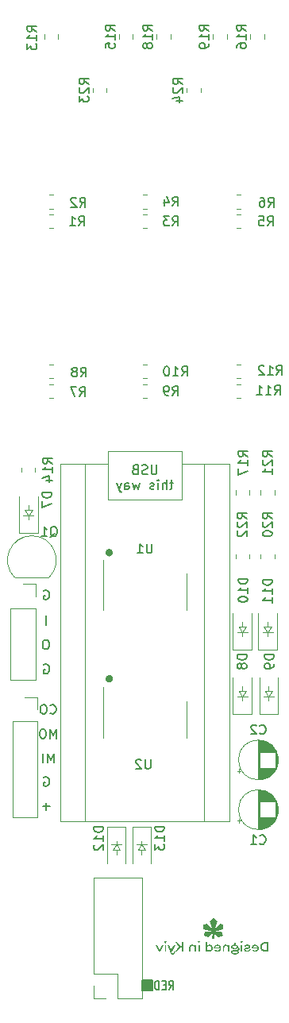
<source format=gbr>
%TF.GenerationSoftware,KiCad,Pcbnew,7.0.10-7.0.10~ubuntu22.04.1*%
%TF.CreationDate,2024-05-18T14:45:39+03:00*%
%TF.ProjectId,gtoe,67746f65-2e6b-4696-9361-645f70636258,rev?*%
%TF.SameCoordinates,Original*%
%TF.FileFunction,Legend,Bot*%
%TF.FilePolarity,Positive*%
%FSLAX46Y46*%
G04 Gerber Fmt 4.6, Leading zero omitted, Abs format (unit mm)*
G04 Created by KiCad (PCBNEW 7.0.10-7.0.10~ubuntu22.04.1) date 2024-05-18 14:45:39*
%MOMM*%
%LPD*%
G01*
G04 APERTURE LIST*
%ADD10C,0.000000*%
%ADD11C,0.400000*%
%ADD12C,0.150000*%
%ADD13C,0.200000*%
%ADD14C,0.100000*%
%ADD15C,0.120000*%
G04 APERTURE END LIST*
D10*
G36*
X125198451Y-142334076D02*
G01*
X125036251Y-142334076D01*
X125036251Y-141610047D01*
X125198451Y-141610047D01*
X125198451Y-142334076D01*
G37*
G36*
X123434129Y-141595670D02*
G01*
X123443586Y-141596026D01*
X123452953Y-141596620D01*
X123462229Y-141597451D01*
X123471415Y-141598519D01*
X123480510Y-141599825D01*
X123489515Y-141601369D01*
X123498430Y-141603150D01*
X123507254Y-141605168D01*
X123515987Y-141607425D01*
X123524630Y-141609919D01*
X123533183Y-141612650D01*
X123541645Y-141615619D01*
X123550016Y-141618826D01*
X123558297Y-141622271D01*
X123566488Y-141625954D01*
X123574548Y-141629665D01*
X123582439Y-141633556D01*
X123590160Y-141637629D01*
X123597711Y-141641884D01*
X123605093Y-141646319D01*
X123612305Y-141650935D01*
X123619347Y-141655732D01*
X123626220Y-141660711D01*
X123632923Y-141665870D01*
X123639456Y-141671210D01*
X123645819Y-141676732D01*
X123652013Y-141682434D01*
X123658037Y-141688318D01*
X123663892Y-141694382D01*
X123669577Y-141700627D01*
X123675091Y-141707054D01*
X123675091Y-141610044D01*
X123824211Y-141610044D01*
X123824211Y-142334073D01*
X123662082Y-142334073D01*
X123662082Y-141956079D01*
X123661975Y-141948703D01*
X123661651Y-141941419D01*
X123661112Y-141934225D01*
X123660358Y-141927123D01*
X123659388Y-141920112D01*
X123658202Y-141913191D01*
X123656801Y-141906362D01*
X123655185Y-141899623D01*
X123653353Y-141892974D01*
X123651306Y-141886416D01*
X123649043Y-141879948D01*
X123646566Y-141873571D01*
X123643873Y-141867283D01*
X123640964Y-141861086D01*
X123637841Y-141854978D01*
X123634502Y-141848960D01*
X123630985Y-141843066D01*
X123627310Y-141837331D01*
X123623478Y-141831754D01*
X123619489Y-141826335D01*
X123615342Y-141821075D01*
X123611038Y-141815972D01*
X123606576Y-141811028D01*
X123601955Y-141806243D01*
X123597176Y-141801615D01*
X123592238Y-141797146D01*
X123587142Y-141792835D01*
X123581887Y-141788683D01*
X123576472Y-141784689D01*
X123570899Y-141780854D01*
X123565165Y-141777176D01*
X123559272Y-141773658D01*
X123553254Y-141770150D01*
X123547145Y-141766869D01*
X123540944Y-141763812D01*
X123534652Y-141760982D01*
X123528269Y-141758378D01*
X123521795Y-141755999D01*
X123515230Y-141753847D01*
X123508575Y-141751921D01*
X123501829Y-141750221D01*
X123494993Y-141748748D01*
X123488066Y-141747501D01*
X123481049Y-141746480D01*
X123473942Y-141745687D01*
X123466746Y-141745119D01*
X123459459Y-141744779D01*
X123452082Y-141744666D01*
X123441725Y-141744886D01*
X123431650Y-141745549D01*
X123421857Y-141746653D01*
X123412347Y-141748199D01*
X123403120Y-141750186D01*
X123394175Y-141752614D01*
X123385513Y-141755484D01*
X123377134Y-141758795D01*
X123369037Y-141762547D01*
X123361223Y-141766741D01*
X123353693Y-141771375D01*
X123346445Y-141776451D01*
X123339481Y-141781967D01*
X123332799Y-141787925D01*
X123326401Y-141794323D01*
X123320286Y-141801162D01*
X123314499Y-141808215D01*
X123309085Y-141815619D01*
X123304045Y-141823372D01*
X123299377Y-141831476D01*
X123295083Y-141839931D01*
X123291162Y-141848736D01*
X123287615Y-141857891D01*
X123284441Y-141867398D01*
X123281640Y-141877254D01*
X123279213Y-141887462D01*
X123277159Y-141898020D01*
X123275478Y-141908930D01*
X123274171Y-141920190D01*
X123273237Y-141931802D01*
X123272677Y-141943764D01*
X123272490Y-141956078D01*
X123272490Y-142334073D01*
X123108881Y-142334073D01*
X123108881Y-141931480D01*
X123109033Y-141918912D01*
X123109492Y-141906548D01*
X123110255Y-141894388D01*
X123111324Y-141882433D01*
X123112699Y-141870682D01*
X123114379Y-141859135D01*
X123116364Y-141847791D01*
X123118655Y-141836652D01*
X123121252Y-141825716D01*
X123124154Y-141814984D01*
X123127361Y-141804455D01*
X123130875Y-141794129D01*
X123134693Y-141784006D01*
X123138817Y-141774087D01*
X123143247Y-141764370D01*
X123147982Y-141754857D01*
X123152999Y-141745405D01*
X123158277Y-141736236D01*
X123163815Y-141727349D01*
X123169613Y-141718746D01*
X123175671Y-141710424D01*
X123181990Y-141702386D01*
X123188568Y-141694630D01*
X123195407Y-141687157D01*
X123202507Y-141679966D01*
X123209866Y-141673059D01*
X123217486Y-141666434D01*
X123225366Y-141660093D01*
X123233505Y-141654034D01*
X123241905Y-141648258D01*
X123250566Y-141642765D01*
X123259486Y-141637556D01*
X123268616Y-141632470D01*
X123277905Y-141627713D01*
X123287352Y-141623284D01*
X123296958Y-141619182D01*
X123306723Y-141615409D01*
X123316646Y-141611964D01*
X123326727Y-141608846D01*
X123336967Y-141606057D01*
X123347366Y-141603596D01*
X123357922Y-141601463D01*
X123368637Y-141599658D01*
X123379510Y-141598181D01*
X123390542Y-141597033D01*
X123401731Y-141596212D01*
X123413079Y-141595720D01*
X123424584Y-141595556D01*
X123424581Y-141595551D01*
X123434129Y-141595670D01*
G37*
D11*
X111200000Y-99800000D02*
G75*
G03*
X110800000Y-99800000I-200000J0D01*
G01*
X110800000Y-99800000D02*
G75*
G03*
X111200000Y-99800000I200000J0D01*
G01*
D10*
G36*
X127971469Y-142334078D02*
G01*
X127645655Y-142334078D01*
X127625349Y-142333829D01*
X127605336Y-142333083D01*
X127585618Y-142331839D01*
X127566193Y-142330097D01*
X127547063Y-142327858D01*
X127528227Y-142325121D01*
X127509685Y-142321887D01*
X127491438Y-142318154D01*
X127473484Y-142313924D01*
X127455824Y-142309196D01*
X127438459Y-142303970D01*
X127421388Y-142298246D01*
X127404611Y-142292025D01*
X127388128Y-142285305D01*
X127371939Y-142278088D01*
X127356044Y-142270372D01*
X127340348Y-142262209D01*
X127325115Y-142253649D01*
X127310345Y-142244692D01*
X127296039Y-142235337D01*
X127282197Y-142225586D01*
X127268818Y-142215438D01*
X127255903Y-142204894D01*
X127243451Y-142193954D01*
X127231464Y-142182617D01*
X127219940Y-142170885D01*
X127208880Y-142158757D01*
X127198285Y-142146234D01*
X127188153Y-142133316D01*
X127178485Y-142120003D01*
X127169282Y-142106295D01*
X127160542Y-142092193D01*
X127152125Y-142077583D01*
X127144251Y-142062714D01*
X127136921Y-142047585D01*
X127130133Y-142032198D01*
X127123889Y-142016551D01*
X127118188Y-142000644D01*
X127113030Y-141984478D01*
X127108415Y-141968051D01*
X127104343Y-141951364D01*
X127100814Y-141934417D01*
X127097828Y-141917210D01*
X127095385Y-141899741D01*
X127093485Y-141882012D01*
X127092128Y-141864022D01*
X127091314Y-141845770D01*
X127091042Y-141827257D01*
X127091042Y-141827255D01*
X127279255Y-141827255D01*
X127279430Y-141839830D01*
X127279956Y-141852211D01*
X127280833Y-141864401D01*
X127282061Y-141876398D01*
X127283640Y-141888203D01*
X127285570Y-141899816D01*
X127287850Y-141911236D01*
X127290481Y-141922464D01*
X127293463Y-141933499D01*
X127296795Y-141944342D01*
X127300478Y-141954993D01*
X127304512Y-141965452D01*
X127308897Y-141975718D01*
X127313632Y-141985792D01*
X127318718Y-141995674D01*
X127324155Y-142005363D01*
X127329744Y-142014640D01*
X127335651Y-142023645D01*
X127341875Y-142032377D01*
X127348417Y-142040838D01*
X127355277Y-142049026D01*
X127362454Y-142056943D01*
X127369948Y-142064588D01*
X127377759Y-142071961D01*
X127385887Y-142079063D01*
X127394331Y-142085893D01*
X127403092Y-142092452D01*
X127412169Y-142098740D01*
X127421562Y-142104756D01*
X127431272Y-142110502D01*
X127441297Y-142115976D01*
X127451638Y-142121180D01*
X127462069Y-142126090D01*
X127472725Y-142130684D01*
X127483608Y-142134962D01*
X127494716Y-142138924D01*
X127506050Y-142142570D01*
X127517609Y-142145899D01*
X127529395Y-142148912D01*
X127541408Y-142151608D01*
X127553646Y-142153987D01*
X127566110Y-142156050D01*
X127578802Y-142157795D01*
X127591719Y-142159223D01*
X127604863Y-142160335D01*
X127618234Y-142161128D01*
X127631831Y-142161605D01*
X127645655Y-142161764D01*
X127786077Y-142161764D01*
X127786077Y-141492748D01*
X127645655Y-141492748D01*
X127631832Y-141492906D01*
X127618235Y-141493380D01*
X127604864Y-141494171D01*
X127591720Y-141495277D01*
X127578802Y-141496700D01*
X127566111Y-141498439D01*
X127553646Y-141500495D01*
X127541408Y-141502868D01*
X127529395Y-141505557D01*
X127517609Y-141508564D01*
X127506049Y-141511887D01*
X127494715Y-141515527D01*
X127483607Y-141519484D01*
X127472724Y-141523759D01*
X127462068Y-141528351D01*
X127451638Y-141533260D01*
X127441298Y-141538470D01*
X127431273Y-141543963D01*
X127421564Y-141549738D01*
X127412171Y-141555797D01*
X127403094Y-141562138D01*
X127394333Y-141568763D01*
X127385889Y-141575670D01*
X127377761Y-141582860D01*
X127369950Y-141590333D01*
X127362456Y-141598089D01*
X127355279Y-141606128D01*
X127348419Y-141614449D01*
X127341877Y-141623053D01*
X127335651Y-141631940D01*
X127329744Y-141641109D01*
X127324155Y-141650561D01*
X127318718Y-141660075D01*
X127313632Y-141669794D01*
X127308897Y-141679717D01*
X127304512Y-141689843D01*
X127300478Y-141700174D01*
X127296795Y-141710710D01*
X127293463Y-141721448D01*
X127290481Y-141732391D01*
X127287850Y-141743537D01*
X127285570Y-141754887D01*
X127283640Y-141766441D01*
X127282061Y-141778197D01*
X127280833Y-141790157D01*
X127279956Y-141802320D01*
X127279430Y-141814686D01*
X127279255Y-141827255D01*
X127091042Y-141827255D01*
X127091314Y-141808574D01*
X127092128Y-141790173D01*
X127093486Y-141772055D01*
X127095387Y-141754219D01*
X127097830Y-141736666D01*
X127100817Y-141719396D01*
X127104346Y-141702409D01*
X127108419Y-141685704D01*
X127113034Y-141669282D01*
X127118192Y-141653143D01*
X127123894Y-141637287D01*
X127130138Y-141621714D01*
X127136924Y-141606424D01*
X127144254Y-141591417D01*
X127152127Y-141576693D01*
X127160542Y-141562252D01*
X127169281Y-141547980D01*
X127178484Y-141534128D01*
X127188152Y-141520694D01*
X127198283Y-141507679D01*
X127208879Y-141495082D01*
X127219939Y-141482904D01*
X127231462Y-141471144D01*
X127243450Y-141459803D01*
X127255901Y-141448881D01*
X127268816Y-141438377D01*
X127282195Y-141428292D01*
X127296038Y-141418625D01*
X127310344Y-141409377D01*
X127325114Y-141400548D01*
X127340347Y-141392136D01*
X127356044Y-141384144D01*
X127371940Y-141376429D01*
X127388129Y-141369212D01*
X127404612Y-141362493D01*
X127421389Y-141356271D01*
X127438460Y-141350547D01*
X127455826Y-141345322D01*
X127473485Y-141340594D01*
X127491439Y-141336363D01*
X127509686Y-141332631D01*
X127528228Y-141329396D01*
X127547064Y-141326659D01*
X127566194Y-141324419D01*
X127585618Y-141322677D01*
X127605336Y-141321433D01*
X127625349Y-141320687D01*
X127645655Y-141320438D01*
X127971469Y-141320437D01*
X127971469Y-142334078D01*
G37*
G36*
X120593658Y-141518769D02*
G01*
X120579161Y-141518769D01*
X120469072Y-141255248D01*
X120703676Y-141255248D01*
X120593658Y-141518769D01*
G37*
G36*
X124475837Y-141599867D02*
G01*
X124493685Y-141601864D01*
X124511023Y-141604235D01*
X124527854Y-141606980D01*
X124544176Y-141610099D01*
X124559989Y-141613592D01*
X124575293Y-141617458D01*
X124590089Y-141621699D01*
X124604375Y-141626312D01*
X124618153Y-141631299D01*
X124631421Y-141636660D01*
X124644179Y-141642394D01*
X124656429Y-141648500D01*
X124668169Y-141654980D01*
X124679399Y-141661832D01*
X124690119Y-141669057D01*
X124700330Y-141676654D01*
X124709973Y-141684410D01*
X124718993Y-141692470D01*
X124727391Y-141700835D01*
X124735166Y-141709505D01*
X124742319Y-141718480D01*
X124748849Y-141727761D01*
X124754757Y-141737347D01*
X124760043Y-141747238D01*
X124764707Y-141757435D01*
X124768749Y-141767937D01*
X124772168Y-141778745D01*
X124774966Y-141789858D01*
X124777142Y-141801277D01*
X124778696Y-141813002D01*
X124779629Y-141825032D01*
X124779939Y-141837369D01*
X124779839Y-141844010D01*
X124779536Y-141850538D01*
X124779031Y-141856953D01*
X124778323Y-141863256D01*
X124777413Y-141869445D01*
X124776300Y-141875522D01*
X124774983Y-141881486D01*
X124773462Y-141887337D01*
X124771737Y-141893074D01*
X124769807Y-141898698D01*
X124767673Y-141904210D01*
X124765334Y-141909607D01*
X124762789Y-141914892D01*
X124760039Y-141920063D01*
X124757082Y-141925120D01*
X124753919Y-141930064D01*
X124754276Y-141929895D01*
X124754632Y-141929749D01*
X124754988Y-141929625D01*
X124755344Y-141929524D01*
X124755701Y-141929445D01*
X124756057Y-141929389D01*
X124756413Y-141929355D01*
X124756769Y-141929344D01*
X124757126Y-141929355D01*
X124757482Y-141929389D01*
X124757838Y-141929445D01*
X124758194Y-141929524D01*
X124758551Y-141929625D01*
X124758907Y-141929749D01*
X124759263Y-141929895D01*
X124759619Y-141930064D01*
X124772720Y-141930064D01*
X124779518Y-141930391D01*
X124786157Y-141931011D01*
X124792636Y-141931925D01*
X124798957Y-141933133D01*
X124805118Y-141934635D01*
X124811121Y-141936432D01*
X124816965Y-141938522D01*
X124822651Y-141940906D01*
X124828179Y-141943584D01*
X124833548Y-141946557D01*
X124838760Y-141949824D01*
X124843813Y-141953385D01*
X124848709Y-141957241D01*
X124853447Y-141961391D01*
X124858027Y-141965836D01*
X124862450Y-141970576D01*
X124866485Y-141975299D01*
X124870261Y-141980057D01*
X124873777Y-141984850D01*
X124877034Y-141989678D01*
X124880032Y-141994540D01*
X124882769Y-141999437D01*
X124885247Y-142004367D01*
X124887464Y-142009332D01*
X124889421Y-142014331D01*
X124891118Y-142019363D01*
X124892554Y-142024430D01*
X124893730Y-142029530D01*
X124894644Y-142034663D01*
X124895297Y-142039829D01*
X124895690Y-142045029D01*
X124895820Y-142050262D01*
X124895616Y-142059572D01*
X124895004Y-142068678D01*
X124893983Y-142077580D01*
X124892554Y-142086278D01*
X124890717Y-142094772D01*
X124888473Y-142103063D01*
X124885821Y-142111150D01*
X124882761Y-142119033D01*
X124879295Y-142126713D01*
X124875421Y-142134190D01*
X124871141Y-142141462D01*
X124866453Y-142148532D01*
X124861360Y-142155397D01*
X124855859Y-142162060D01*
X124849953Y-142168519D01*
X124843640Y-142174775D01*
X124836966Y-142180827D01*
X124829975Y-142186676D01*
X124822667Y-142192321D01*
X124815043Y-142197762D01*
X124807101Y-142203000D01*
X124798843Y-142208034D01*
X124790268Y-142212865D01*
X124781375Y-142217492D01*
X124772167Y-142221916D01*
X124762641Y-142226136D01*
X124752798Y-142230152D01*
X124742639Y-142233965D01*
X124732163Y-142237574D01*
X124721370Y-142240979D01*
X124710261Y-142244180D01*
X124698834Y-142247178D01*
X124706330Y-142250328D01*
X124713610Y-142253624D01*
X124720675Y-142257067D01*
X124727524Y-142260657D01*
X124734158Y-142264393D01*
X124740578Y-142268275D01*
X124746781Y-142272305D01*
X124752770Y-142276482D01*
X124758544Y-142280805D01*
X124764103Y-142285276D01*
X124769447Y-142289894D01*
X124774576Y-142294660D01*
X124779490Y-142299573D01*
X124784189Y-142304633D01*
X124788674Y-142309841D01*
X124792944Y-142315197D01*
X124796802Y-142320498D01*
X124800412Y-142325902D01*
X124803774Y-142331408D01*
X124806887Y-142337018D01*
X124809752Y-142342730D01*
X124812368Y-142348544D01*
X124814735Y-142354460D01*
X124816854Y-142360478D01*
X124818723Y-142366599D01*
X124820344Y-142372820D01*
X124821715Y-142379144D01*
X124822838Y-142385568D01*
X124823711Y-142392094D01*
X124824335Y-142398720D01*
X124824709Y-142405448D01*
X124824834Y-142412276D01*
X124824642Y-142421066D01*
X124824065Y-142429697D01*
X124823105Y-142438169D01*
X124821760Y-142446483D01*
X124820031Y-142454638D01*
X124817917Y-142462634D01*
X124815419Y-142470472D01*
X124812536Y-142478151D01*
X124809269Y-142485672D01*
X124805617Y-142493035D01*
X124801580Y-142500239D01*
X124797159Y-142507285D01*
X124792353Y-142514173D01*
X124787161Y-142520903D01*
X124781585Y-142527476D01*
X124775624Y-142533890D01*
X124769119Y-142540128D01*
X124762274Y-142546174D01*
X124755090Y-142552026D01*
X124747567Y-142557687D01*
X124739704Y-142563154D01*
X124731502Y-142568429D01*
X124722960Y-142573511D01*
X124714080Y-142578401D01*
X124704860Y-142583099D01*
X124695300Y-142587605D01*
X124685401Y-142591918D01*
X124675163Y-142596039D01*
X124664586Y-142599969D01*
X124653669Y-142603706D01*
X124642413Y-142607252D01*
X124630818Y-142610606D01*
X124618905Y-142613937D01*
X124606698Y-142617054D01*
X124581402Y-142622641D01*
X124554928Y-142627369D01*
X124527278Y-142631236D01*
X124498451Y-142634244D01*
X124468448Y-142636392D01*
X124437268Y-142637680D01*
X124404913Y-142638110D01*
X124373211Y-142637659D01*
X124342548Y-142636306D01*
X124312924Y-142634051D01*
X124284340Y-142630891D01*
X124256796Y-142626826D01*
X124230295Y-142621855D01*
X124204836Y-142615976D01*
X124180421Y-142609190D01*
X124168469Y-142605467D01*
X124156868Y-142601541D01*
X124145619Y-142597411D01*
X124134721Y-142593078D01*
X124124174Y-142588540D01*
X124113978Y-142583799D01*
X124104133Y-142578854D01*
X124094639Y-142573706D01*
X124085495Y-142568354D01*
X124076702Y-142562798D01*
X124068260Y-142557039D01*
X124060168Y-142551076D01*
X124052426Y-142544910D01*
X124045034Y-142538540D01*
X124037993Y-142531968D01*
X124031301Y-142525191D01*
X124024989Y-142518409D01*
X124019085Y-142511457D01*
X124013588Y-142504334D01*
X124008499Y-142497042D01*
X124003817Y-142489579D01*
X123999542Y-142481947D01*
X123995675Y-142474145D01*
X123992215Y-142466173D01*
X123989162Y-142458032D01*
X123986517Y-142449720D01*
X123984278Y-142441239D01*
X123982447Y-142432589D01*
X123981023Y-142423769D01*
X123980005Y-142414780D01*
X123979395Y-142405622D01*
X123979224Y-142397786D01*
X124145705Y-142397786D01*
X124145819Y-142402085D01*
X124146159Y-142406293D01*
X124146727Y-142410411D01*
X124147522Y-142414437D01*
X124148543Y-142418373D01*
X124149791Y-142422218D01*
X124151266Y-142425973D01*
X124152966Y-142429637D01*
X124154893Y-142433210D01*
X124157045Y-142436693D01*
X124159423Y-142440085D01*
X124162027Y-142443387D01*
X124164856Y-142446599D01*
X124167911Y-142449720D01*
X124171190Y-142452751D01*
X124174695Y-142455692D01*
X124178428Y-142458723D01*
X124182386Y-142461663D01*
X124186569Y-142464512D01*
X124190977Y-142467270D01*
X124195611Y-142469937D01*
X124200471Y-142472514D01*
X124205557Y-142474999D01*
X124210869Y-142477394D01*
X124216407Y-142479699D01*
X124222171Y-142481913D01*
X124228162Y-142484037D01*
X124234380Y-142486071D01*
X124240825Y-142488015D01*
X124247498Y-142489868D01*
X124254398Y-142491632D01*
X124261525Y-142493306D01*
X124276414Y-142496363D01*
X124292116Y-142499015D01*
X124308632Y-142501263D01*
X124325962Y-142503104D01*
X124344106Y-142504538D01*
X124363066Y-142505564D01*
X124382841Y-142506180D01*
X124403432Y-142506386D01*
X124424021Y-142506181D01*
X124443795Y-142505565D01*
X124462755Y-142504541D01*
X124480901Y-142503108D01*
X124498232Y-142501268D01*
X124514749Y-142499020D01*
X124530451Y-142496366D01*
X124545338Y-142493306D01*
X124552296Y-142491631D01*
X124559051Y-142489868D01*
X124565602Y-142488014D01*
X124571950Y-142486070D01*
X124578094Y-142484036D01*
X124584035Y-142481912D01*
X124589772Y-142479698D01*
X124595306Y-142477394D01*
X124600636Y-142474999D01*
X124605762Y-142472513D01*
X124610685Y-142469937D01*
X124615403Y-142467270D01*
X124619918Y-142464512D01*
X124624229Y-142461663D01*
X124628336Y-142458723D01*
X124632238Y-142455692D01*
X124635746Y-142452751D01*
X124639028Y-142449720D01*
X124642084Y-142446598D01*
X124644914Y-142443386D01*
X124647518Y-142440084D01*
X124649897Y-142436691D01*
X124652048Y-142433208D01*
X124653974Y-142429635D01*
X124655674Y-142425971D01*
X124657147Y-142422216D01*
X124658394Y-142418371D01*
X124659414Y-142414435D01*
X124660207Y-142410409D01*
X124660774Y-142406292D01*
X124661114Y-142402084D01*
X124661228Y-142397786D01*
X124661114Y-142393480D01*
X124660773Y-142389254D01*
X124660206Y-142385106D01*
X124659411Y-142381037D01*
X124658390Y-142377048D01*
X124657142Y-142373137D01*
X124655667Y-142369305D01*
X124653967Y-142365553D01*
X124652040Y-142361880D01*
X124649888Y-142358286D01*
X124647510Y-142354771D01*
X124644906Y-142351336D01*
X124642077Y-142347981D01*
X124639022Y-142344705D01*
X124635743Y-142341508D01*
X124632238Y-142338392D01*
X124628335Y-142335366D01*
X124624229Y-142332442D01*
X124619918Y-142329619D01*
X124615403Y-142326899D01*
X124610684Y-142324280D01*
X124605762Y-142321763D01*
X124600636Y-142319348D01*
X124595306Y-142317034D01*
X124589772Y-142314822D01*
X124584035Y-142312712D01*
X124578094Y-142310704D01*
X124571950Y-142308797D01*
X124565602Y-142306993D01*
X124559051Y-142305289D01*
X124552296Y-142303688D01*
X124545338Y-142302188D01*
X124530449Y-142299134D01*
X124514746Y-142296489D01*
X124498229Y-142294253D01*
X124480897Y-142292425D01*
X124462752Y-142291004D01*
X124443793Y-142289990D01*
X124424019Y-142289382D01*
X124403433Y-142289180D01*
X124372889Y-142289631D01*
X124344247Y-142290984D01*
X124317507Y-142293239D01*
X124292669Y-142296399D01*
X124280962Y-142298318D01*
X124269731Y-142300464D01*
X124258975Y-142302836D01*
X124248693Y-142305435D01*
X124238887Y-142308261D01*
X124229555Y-142311314D01*
X124220698Y-142314593D01*
X124212315Y-142318100D01*
X124204249Y-142321636D01*
X124196703Y-142325365D01*
X124189677Y-142329287D01*
X124183172Y-142333402D01*
X124177187Y-142337710D01*
X124171723Y-142342211D01*
X124166780Y-142346904D01*
X124162356Y-142351790D01*
X124158454Y-142356867D01*
X124156697Y-142359478D01*
X124155071Y-142362137D01*
X124153575Y-142364844D01*
X124152209Y-142367599D01*
X124150973Y-142370402D01*
X124149868Y-142373253D01*
X124148892Y-142376152D01*
X124148046Y-142379099D01*
X124147331Y-142382094D01*
X124146746Y-142385137D01*
X124146290Y-142388227D01*
X124145965Y-142391365D01*
X124145705Y-142397786D01*
X123979224Y-142397786D01*
X123979192Y-142396294D01*
X123979621Y-142381690D01*
X123980910Y-142367561D01*
X123983057Y-142353908D01*
X123986064Y-142340731D01*
X123989931Y-142328030D01*
X123994657Y-142315804D01*
X124000242Y-142304053D01*
X124006687Y-142292778D01*
X124013992Y-142281978D01*
X124022157Y-142271653D01*
X124031182Y-142261802D01*
X124041067Y-142252427D01*
X124051812Y-142243526D01*
X124063418Y-142235100D01*
X124075884Y-142227148D01*
X124089210Y-142219671D01*
X124103125Y-142212470D01*
X124117719Y-142205709D01*
X124132992Y-142199389D01*
X124148944Y-142193511D01*
X124165575Y-142188073D01*
X124182884Y-142183076D01*
X124200873Y-142178520D01*
X124219541Y-142174406D01*
X124238888Y-142170732D01*
X124258913Y-142167500D01*
X124279617Y-142164710D01*
X124300999Y-142162360D01*
X124323061Y-142160453D01*
X124345800Y-142158986D01*
X124369218Y-142157962D01*
X124393315Y-142157379D01*
X124436735Y-142157379D01*
X124456649Y-142155939D01*
X124475835Y-142154499D01*
X124497445Y-142153326D01*
X124518107Y-142151969D01*
X124537820Y-142150428D01*
X124556583Y-142148704D01*
X124574396Y-142146799D01*
X124591258Y-142144713D01*
X124607168Y-142142447D01*
X124622125Y-142140003D01*
X124636222Y-142137288D01*
X124649548Y-142134215D01*
X124662103Y-142130782D01*
X124668092Y-142128930D01*
X124673888Y-142126988D01*
X124679492Y-142124955D01*
X124684903Y-142122832D01*
X124690122Y-142120618D01*
X124695149Y-142118314D01*
X124699984Y-142115918D01*
X124704627Y-142113431D01*
X124709077Y-142110854D01*
X124713336Y-142108185D01*
X124717194Y-142105414D01*
X124720804Y-142102530D01*
X124724166Y-142099533D01*
X124727279Y-142096423D01*
X124730144Y-142093200D01*
X124732760Y-142089863D01*
X124735127Y-142086414D01*
X124736218Y-142084647D01*
X124737246Y-142082852D01*
X124738212Y-142081028D01*
X124739115Y-142079177D01*
X124739957Y-142077296D01*
X124740736Y-142075388D01*
X124741453Y-142073451D01*
X124742107Y-142071486D01*
X124742700Y-142069493D01*
X124743230Y-142067471D01*
X124744103Y-142063343D01*
X124744727Y-142059102D01*
X124745101Y-142054747D01*
X124745226Y-142050279D01*
X124745174Y-142048129D01*
X124745020Y-142046023D01*
X124744762Y-142043963D01*
X124744402Y-142041947D01*
X124743940Y-142039977D01*
X124743376Y-142038051D01*
X124742709Y-142036171D01*
X124741941Y-142034336D01*
X124741070Y-142032546D01*
X124740099Y-142030801D01*
X124739026Y-142029102D01*
X124737851Y-142027447D01*
X124736576Y-142025839D01*
X124735200Y-142024276D01*
X124733723Y-142022758D01*
X124732146Y-142021286D01*
X124730317Y-142019884D01*
X124728428Y-142018572D01*
X124726481Y-142017349D01*
X124724476Y-142016217D01*
X124722413Y-142015176D01*
X124720291Y-142014224D01*
X124718113Y-142013363D01*
X124715876Y-142012592D01*
X124713583Y-142011912D01*
X124711232Y-142011323D01*
X124708825Y-142010823D01*
X124706361Y-142010415D01*
X124703841Y-142010097D01*
X124701265Y-142009870D01*
X124698634Y-142009734D01*
X124695946Y-142009688D01*
X124691218Y-142009779D01*
X124686444Y-142010049D01*
X124681624Y-142010502D01*
X124676760Y-142011136D01*
X124671850Y-142011953D01*
X124666895Y-142012954D01*
X124661894Y-142014138D01*
X124656847Y-142015508D01*
X124651800Y-142016996D01*
X124646798Y-142018578D01*
X124641843Y-142020254D01*
X124636933Y-142022023D01*
X124632068Y-142023883D01*
X124627249Y-142025834D01*
X124622476Y-142027875D01*
X124617747Y-142030004D01*
X124601455Y-142036247D01*
X124585891Y-142041943D01*
X124571052Y-142047097D01*
X124556937Y-142051712D01*
X124549833Y-142053515D01*
X124542276Y-142055323D01*
X124534267Y-142057135D01*
X124525806Y-142058950D01*
X124516892Y-142060766D01*
X124507526Y-142062582D01*
X124497707Y-142064396D01*
X124487437Y-142066208D01*
X124476373Y-142067560D01*
X124464903Y-142068737D01*
X124453026Y-142069737D01*
X124440741Y-142070558D01*
X124428049Y-142071199D01*
X124414949Y-142071658D01*
X124401442Y-142071935D01*
X124387527Y-142072028D01*
X124358316Y-142071598D01*
X124330054Y-142070310D01*
X124302740Y-142068162D01*
X124276376Y-142065155D01*
X124250963Y-142061287D01*
X124226500Y-142056560D01*
X124202989Y-142050972D01*
X124180429Y-142044524D01*
X124169370Y-142040813D01*
X124158640Y-142036921D01*
X124148239Y-142032848D01*
X124138168Y-142028594D01*
X124128424Y-142024159D01*
X124119010Y-142019542D01*
X124109924Y-142014745D01*
X124101166Y-142009767D01*
X124092737Y-142004607D01*
X124084636Y-141999267D01*
X124076862Y-141993746D01*
X124069416Y-141988043D01*
X124062298Y-141982160D01*
X124055507Y-141976095D01*
X124049043Y-141969850D01*
X124042906Y-141963424D01*
X124036945Y-141956653D01*
X124031369Y-141949735D01*
X124026178Y-141942669D01*
X124021372Y-141935456D01*
X124016950Y-141928096D01*
X124012914Y-141920588D01*
X124009262Y-141912933D01*
X124005994Y-141905131D01*
X124003112Y-141897182D01*
X124000613Y-141889086D01*
X123998500Y-141880844D01*
X123996771Y-141872454D01*
X123995426Y-141863917D01*
X123994465Y-141855233D01*
X123993889Y-141846403D01*
X123993697Y-141837426D01*
X123993776Y-141833057D01*
X124161616Y-141833057D01*
X124161853Y-141839839D01*
X124162566Y-141846428D01*
X124163753Y-141852824D01*
X124165415Y-141859028D01*
X124167552Y-141865039D01*
X124170165Y-141870858D01*
X124173252Y-141876484D01*
X124176815Y-141881917D01*
X124180853Y-141887159D01*
X124185366Y-141892208D01*
X124190354Y-141897065D01*
X124195817Y-141901730D01*
X124201756Y-141906203D01*
X124208171Y-141910484D01*
X124215061Y-141914573D01*
X124222426Y-141918470D01*
X124230029Y-141922152D01*
X124237994Y-141925597D01*
X124246321Y-141928804D01*
X124255011Y-141931773D01*
X124264063Y-141934505D01*
X124273478Y-141936999D01*
X124283254Y-141939255D01*
X124293392Y-141941274D01*
X124303893Y-141943055D01*
X124314755Y-141944598D01*
X124325979Y-141945904D01*
X124337565Y-141946973D01*
X124349513Y-141947804D01*
X124361822Y-141948397D01*
X124374492Y-141948753D01*
X124387524Y-141948872D01*
X124413591Y-141948397D01*
X124426082Y-141947804D01*
X124438211Y-141946973D01*
X124449978Y-141945904D01*
X124461384Y-141944598D01*
X124472427Y-141943055D01*
X124483108Y-141941274D01*
X124493428Y-141939255D01*
X124503385Y-141936999D01*
X124512981Y-141934505D01*
X124522214Y-141931773D01*
X124531084Y-141928804D01*
X124539593Y-141925597D01*
X124547739Y-141922152D01*
X124555523Y-141918470D01*
X124562711Y-141914573D01*
X124569435Y-141910484D01*
X124575695Y-141906203D01*
X124581489Y-141901730D01*
X124586820Y-141897065D01*
X124591686Y-141892208D01*
X124593945Y-141889708D01*
X124596088Y-141887159D01*
X124598115Y-141884563D01*
X124600026Y-141881918D01*
X124601821Y-141879225D01*
X124603500Y-141876485D01*
X124605063Y-141873696D01*
X124606510Y-141870859D01*
X124607841Y-141867973D01*
X124609057Y-141865040D01*
X124610156Y-141862059D01*
X124611140Y-141859029D01*
X124612008Y-141855951D01*
X124612760Y-141852825D01*
X124613397Y-141849651D01*
X124613918Y-141846429D01*
X124614323Y-141843158D01*
X124614612Y-141839839D01*
X124614843Y-141833057D01*
X124614612Y-141826274D01*
X124613918Y-141819683D01*
X124612760Y-141813283D01*
X124611140Y-141807075D01*
X124609057Y-141801059D01*
X124606510Y-141795234D01*
X124603500Y-141789602D01*
X124600026Y-141784161D01*
X124596088Y-141778913D01*
X124591686Y-141773858D01*
X124586820Y-141768995D01*
X124581489Y-141764325D01*
X124575695Y-141759847D01*
X124569435Y-141755563D01*
X124562711Y-141751472D01*
X124555523Y-141747574D01*
X124547738Y-141743716D01*
X124539592Y-141740108D01*
X124531083Y-141736750D01*
X124522212Y-141733642D01*
X124512978Y-141730782D01*
X124503383Y-141728172D01*
X124493426Y-141725812D01*
X124483106Y-141723700D01*
X124472425Y-141721837D01*
X124461382Y-141720223D01*
X124449977Y-141718857D01*
X124438210Y-141717741D01*
X124426081Y-141716872D01*
X124413590Y-141716252D01*
X124400738Y-141715880D01*
X124387524Y-141715756D01*
X124374492Y-141715880D01*
X124361821Y-141716252D01*
X124349512Y-141716872D01*
X124337564Y-141717741D01*
X124325979Y-141718858D01*
X124314755Y-141720223D01*
X124303892Y-141721837D01*
X124293392Y-141723700D01*
X124283254Y-141725812D01*
X124273477Y-141728173D01*
X124264063Y-141730783D01*
X124255011Y-141733642D01*
X124246321Y-141736750D01*
X124237994Y-141740109D01*
X124230029Y-141743716D01*
X124222426Y-141747574D01*
X124215061Y-141751472D01*
X124208171Y-141755563D01*
X124201756Y-141759848D01*
X124195817Y-141764325D01*
X124190354Y-141768995D01*
X124185366Y-141773858D01*
X124180853Y-141778913D01*
X124178774Y-141781513D01*
X124176815Y-141784161D01*
X124174974Y-141786857D01*
X124173252Y-141789602D01*
X124171649Y-141792394D01*
X124170165Y-141795234D01*
X124168799Y-141798122D01*
X124167552Y-141801058D01*
X124166424Y-141804043D01*
X124165415Y-141807075D01*
X124164525Y-141810155D01*
X124163753Y-141813283D01*
X124163100Y-141816459D01*
X124162566Y-141819683D01*
X124162150Y-141822955D01*
X124161853Y-141826274D01*
X124161616Y-141833057D01*
X123993776Y-141833057D01*
X123993849Y-141828987D01*
X123994305Y-141820684D01*
X123995066Y-141812518D01*
X123996131Y-141804487D01*
X123997500Y-141796592D01*
X123999175Y-141788834D01*
X124001155Y-141781211D01*
X124003439Y-141773724D01*
X124006030Y-141766373D01*
X124008925Y-141759158D01*
X124012127Y-141752078D01*
X124015634Y-141745134D01*
X124019448Y-141738325D01*
X124023568Y-141731652D01*
X124027994Y-141725114D01*
X124032727Y-141718711D01*
X124037569Y-141712455D01*
X124042684Y-141706357D01*
X124048071Y-141700418D01*
X124053730Y-141694637D01*
X124059660Y-141689013D01*
X124065863Y-141683549D01*
X124072337Y-141678242D01*
X124079083Y-141673094D01*
X124086101Y-141668104D01*
X124093390Y-141663272D01*
X124100950Y-141658599D01*
X124108781Y-141654084D01*
X124116884Y-141649728D01*
X124125257Y-141645531D01*
X124133902Y-141641491D01*
X124142817Y-141637611D01*
X124151793Y-141633894D01*
X124160985Y-141630348D01*
X124170390Y-141626970D01*
X124180011Y-141623763D01*
X124189847Y-141620725D01*
X124199898Y-141617857D01*
X124210163Y-141615159D01*
X124220644Y-141612631D01*
X124231339Y-141610272D01*
X124242250Y-141608082D01*
X124264715Y-141604213D01*
X124288042Y-141601022D01*
X124312228Y-141598509D01*
X124312228Y-141421815D01*
X124475837Y-141421759D01*
X124475837Y-141599867D01*
G37*
G36*
X121449411Y-141698359D02*
G01*
X121455091Y-141692296D01*
X121460907Y-141686414D01*
X121466859Y-141680712D01*
X121472948Y-141675191D01*
X121479173Y-141669852D01*
X121485533Y-141664693D01*
X121492030Y-141659715D01*
X121498663Y-141654918D01*
X121505431Y-141650302D01*
X121512335Y-141645867D01*
X121519374Y-141641613D01*
X121526549Y-141637539D01*
X121533859Y-141633647D01*
X121541305Y-141629936D01*
X121548885Y-141626406D01*
X121556601Y-141623057D01*
X121564243Y-141619726D01*
X121571963Y-141616609D01*
X121579761Y-141613708D01*
X121587637Y-141611022D01*
X121595593Y-141608551D01*
X121603626Y-141606294D01*
X121611739Y-141604253D01*
X121619931Y-141602427D01*
X121628201Y-141600816D01*
X121636552Y-141599420D01*
X121644981Y-141598238D01*
X121653490Y-141597272D01*
X121662079Y-141596520D01*
X121670748Y-141595983D01*
X121679497Y-141595661D01*
X121688327Y-141595553D01*
X121700930Y-141595745D01*
X121713398Y-141596322D01*
X121725731Y-141597282D01*
X121737929Y-141598627D01*
X121749991Y-141600356D01*
X121761919Y-141602469D01*
X121773710Y-141604967D01*
X121785366Y-141607850D01*
X121796887Y-141611117D01*
X121808271Y-141614769D01*
X121819519Y-141618806D01*
X121830632Y-141623228D01*
X121841608Y-141628034D01*
X121852448Y-141633226D01*
X121863151Y-141638803D01*
X121873718Y-141644765D01*
X121883899Y-141651066D01*
X121893809Y-141657661D01*
X121903447Y-141664550D01*
X121912813Y-141671733D01*
X121921908Y-141679210D01*
X121930731Y-141686982D01*
X121939282Y-141695047D01*
X121947562Y-141703407D01*
X121955570Y-141712060D01*
X121963307Y-141721008D01*
X121970773Y-141730250D01*
X121977966Y-141739787D01*
X121984889Y-141749617D01*
X121991540Y-141759742D01*
X121997920Y-141770161D01*
X122004029Y-141780874D01*
X122009640Y-141791634D01*
X122014889Y-141802552D01*
X122019775Y-141813630D01*
X122024299Y-141824867D01*
X122028461Y-141836262D01*
X122032260Y-141847817D01*
X122035697Y-141859529D01*
X122038771Y-141871401D01*
X122041484Y-141883431D01*
X122043835Y-141895619D01*
X122045824Y-141907965D01*
X122047451Y-141920469D01*
X122048717Y-141933131D01*
X122049620Y-141945951D01*
X122050163Y-141958928D01*
X122050343Y-141972063D01*
X122050163Y-141985202D01*
X122049620Y-141998193D01*
X122048717Y-142011036D01*
X122047451Y-142023731D01*
X122045824Y-142036279D01*
X122043835Y-142048678D01*
X122041484Y-142060931D01*
X122038771Y-142073035D01*
X122035697Y-142084993D01*
X122032260Y-142096804D01*
X122028461Y-142108469D01*
X122024299Y-142119986D01*
X122019775Y-142131358D01*
X122014889Y-142142583D01*
X122009640Y-142153662D01*
X122004029Y-142164595D01*
X121997921Y-142175134D01*
X121991541Y-142185390D01*
X121984890Y-142195363D01*
X121977968Y-142205055D01*
X121970774Y-142214463D01*
X121963309Y-142223589D01*
X121955572Y-142232433D01*
X121947563Y-142240993D01*
X121939284Y-142249271D01*
X121930732Y-142257266D01*
X121921909Y-142264978D01*
X121912814Y-142272407D01*
X121903448Y-142279552D01*
X121893810Y-142286415D01*
X121883900Y-142292994D01*
X121873718Y-142299290D01*
X121863321Y-142305251D01*
X121852765Y-142310828D01*
X121842049Y-142316019D01*
X121831175Y-142320826D01*
X121820142Y-142325247D01*
X121808950Y-142329284D01*
X121797600Y-142332936D01*
X121786091Y-142336204D01*
X121774424Y-142339087D01*
X121762598Y-142341585D01*
X121750614Y-142343699D01*
X121738472Y-142345428D01*
X121726172Y-142346773D01*
X121713715Y-142347734D01*
X121701100Y-142348310D01*
X121688327Y-142348502D01*
X121678785Y-142348390D01*
X121669346Y-142348052D01*
X121660009Y-142347488D01*
X121650775Y-142346699D01*
X121641643Y-142345684D01*
X121632613Y-142344443D01*
X121623685Y-142342976D01*
X121614858Y-142341283D01*
X121606134Y-142339364D01*
X121597511Y-142337218D01*
X121588990Y-142334846D01*
X121580571Y-142332247D01*
X121572252Y-142329421D01*
X121564036Y-142326369D01*
X121555920Y-142323089D01*
X121547905Y-142319582D01*
X121539834Y-142315679D01*
X121531909Y-142311572D01*
X121524131Y-142307261D01*
X121516500Y-142302746D01*
X121509017Y-142298028D01*
X121501680Y-142293105D01*
X121494490Y-142287980D01*
X121487447Y-142282650D01*
X121480552Y-142277117D01*
X121473803Y-142271380D01*
X121467202Y-142265440D01*
X121460747Y-142259296D01*
X121454440Y-142252949D01*
X121448280Y-142246398D01*
X121442267Y-142239644D01*
X121436401Y-142232686D01*
X121436401Y-142334078D01*
X121287212Y-142334078D01*
X121287212Y-141972059D01*
X121446509Y-141972059D01*
X121446623Y-141979977D01*
X121446963Y-141987804D01*
X121447530Y-141995541D01*
X121448323Y-142003186D01*
X121449344Y-142010741D01*
X121450590Y-142018205D01*
X121452063Y-142025579D01*
X121453763Y-142032862D01*
X121455689Y-142040055D01*
X121457841Y-142047157D01*
X121460219Y-142054168D01*
X121462824Y-142061090D01*
X121465654Y-142067921D01*
X121468711Y-142074663D01*
X121471993Y-142081314D01*
X121475501Y-142087875D01*
X121479031Y-142094306D01*
X121482742Y-142100566D01*
X121486634Y-142106657D01*
X121490707Y-142112578D01*
X121494961Y-142118328D01*
X121499396Y-142123909D01*
X121504012Y-142129320D01*
X121508809Y-142134561D01*
X121513787Y-142139633D01*
X121518947Y-142144535D01*
X121524287Y-142149267D01*
X121529808Y-142153830D01*
X121535510Y-142158224D01*
X121541393Y-142162448D01*
X121547457Y-142166503D01*
X121553702Y-142170389D01*
X121559907Y-142174071D01*
X121566214Y-142177516D01*
X121572622Y-142180723D01*
X121579133Y-142183692D01*
X121585746Y-142186424D01*
X121592460Y-142188918D01*
X121599276Y-142191174D01*
X121606195Y-142193193D01*
X121613215Y-142194974D01*
X121620337Y-142196517D01*
X121627560Y-142197823D01*
X121634886Y-142198892D01*
X121642313Y-142199723D01*
X121649842Y-142200316D01*
X121657473Y-142200672D01*
X121665206Y-142200791D01*
X121672768Y-142200672D01*
X121680251Y-142200316D01*
X121687655Y-142199723D01*
X121694980Y-142198892D01*
X121702226Y-142197823D01*
X121709393Y-142196517D01*
X121716481Y-142194974D01*
X121723490Y-142193193D01*
X121730419Y-142191174D01*
X121737270Y-142188918D01*
X121744041Y-142186424D01*
X121750733Y-142183692D01*
X121757346Y-142180723D01*
X121763879Y-142177516D01*
X121770333Y-142174071D01*
X121776708Y-142170389D01*
X121782958Y-142166503D01*
X121789038Y-142162448D01*
X121794947Y-142158224D01*
X121800687Y-142153830D01*
X121806256Y-142149267D01*
X121811656Y-142144535D01*
X121816885Y-142139633D01*
X121821946Y-142134562D01*
X121826836Y-142129321D01*
X121831557Y-142123910D01*
X121836108Y-142118329D01*
X121840490Y-142112578D01*
X121844702Y-142106658D01*
X121848745Y-142100567D01*
X121852618Y-142094306D01*
X121856323Y-142087875D01*
X121859830Y-142081314D01*
X121863112Y-142074663D01*
X121866168Y-142067922D01*
X121868999Y-142061091D01*
X121871603Y-142054170D01*
X121873981Y-142047158D01*
X121876133Y-142040056D01*
X121878059Y-142032863D01*
X121879759Y-142025580D01*
X121881233Y-142018207D01*
X121882479Y-142010743D01*
X121883500Y-142003188D01*
X121884294Y-141995542D01*
X121884861Y-141987805D01*
X121885201Y-141979978D01*
X121885315Y-141972059D01*
X121885201Y-141964140D01*
X121884861Y-141956310D01*
X121884294Y-141948570D01*
X121883500Y-141940920D01*
X121882480Y-141933360D01*
X121881234Y-141925890D01*
X121879760Y-141918510D01*
X121878061Y-141911220D01*
X121876135Y-141904021D01*
X121873983Y-141896912D01*
X121871605Y-141889895D01*
X121869000Y-141882968D01*
X121866170Y-141876132D01*
X121863113Y-141869387D01*
X121859831Y-141862734D01*
X121856323Y-141856172D01*
X121852618Y-141849741D01*
X121848744Y-141843480D01*
X121844701Y-141837389D01*
X121840489Y-141831469D01*
X121836107Y-141825718D01*
X121831556Y-141820137D01*
X121826835Y-141814726D01*
X121821945Y-141809485D01*
X121816885Y-141804413D01*
X121811656Y-141799511D01*
X121806256Y-141794779D01*
X121800687Y-141790216D01*
X121794947Y-141785823D01*
X121789038Y-141781598D01*
X121782958Y-141777544D01*
X121776708Y-141773658D01*
X121770334Y-141769975D01*
X121763880Y-141766531D01*
X121757347Y-141763324D01*
X121750734Y-141760354D01*
X121744042Y-141757623D01*
X121737271Y-141755129D01*
X121730421Y-141752873D01*
X121723492Y-141750854D01*
X121716483Y-141749073D01*
X121709395Y-141747529D01*
X121702228Y-141746223D01*
X121694982Y-141745155D01*
X121687656Y-141744324D01*
X121680252Y-141743730D01*
X121672768Y-141743374D01*
X121665206Y-141743256D01*
X121657473Y-141743374D01*
X121649842Y-141743730D01*
X121642313Y-141744324D01*
X121634885Y-141745155D01*
X121627560Y-141746223D01*
X121620336Y-141747529D01*
X121613215Y-141749073D01*
X121606195Y-141750854D01*
X121599277Y-141752873D01*
X121592460Y-141755129D01*
X121585746Y-141757623D01*
X121579134Y-141760354D01*
X121572623Y-141763324D01*
X121566214Y-141766531D01*
X121559907Y-141769975D01*
X121553702Y-141773658D01*
X121547458Y-141777544D01*
X121541394Y-141781599D01*
X121535511Y-141785823D01*
X121529809Y-141790216D01*
X121524287Y-141794779D01*
X121518947Y-141799512D01*
X121513787Y-141804413D01*
X121508809Y-141809485D01*
X121504012Y-141814726D01*
X121499395Y-141820137D01*
X121494960Y-141825717D01*
X121490706Y-141831468D01*
X121486633Y-141837389D01*
X121482741Y-141843480D01*
X121479030Y-141849740D01*
X121475501Y-141856172D01*
X121471994Y-141862733D01*
X121468712Y-141869387D01*
X121465656Y-141876131D01*
X121462826Y-141882967D01*
X121460221Y-141889893D01*
X121457843Y-141896911D01*
X121455691Y-141904020D01*
X121453765Y-141911219D01*
X121452065Y-141918508D01*
X121450591Y-141925888D01*
X121449344Y-141933358D01*
X121448324Y-141940919D01*
X121447530Y-141948569D01*
X121446963Y-141956309D01*
X121446623Y-141964139D01*
X121446509Y-141972059D01*
X121287212Y-141972059D01*
X121287212Y-141305943D01*
X121449411Y-141305942D01*
X121449411Y-141698359D01*
G37*
G36*
X118905200Y-142334078D02*
G01*
X118721293Y-142334078D01*
X118721293Y-141914085D01*
X118553296Y-141914085D01*
X118250675Y-142334078D01*
X118032051Y-142334078D01*
X118032051Y-142368794D01*
X118031915Y-142379729D01*
X118031507Y-142390449D01*
X118030826Y-142400956D01*
X118029874Y-142411247D01*
X118028649Y-142421325D01*
X118027153Y-142431187D01*
X118025385Y-142440835D01*
X118023345Y-142450268D01*
X118021034Y-142459486D01*
X118018451Y-142468489D01*
X118015597Y-142477277D01*
X118012472Y-142485849D01*
X118009076Y-142494206D01*
X118005408Y-142502348D01*
X118001470Y-142510274D01*
X117997261Y-142517984D01*
X117992652Y-142525462D01*
X117987874Y-142532689D01*
X117982925Y-142539667D01*
X117977808Y-142546395D01*
X117972520Y-142552873D01*
X117967063Y-142559102D01*
X117961437Y-142565081D01*
X117955640Y-142570812D01*
X117949674Y-142576293D01*
X117943538Y-142581526D01*
X117937231Y-142586511D01*
X117930755Y-142591247D01*
X117924109Y-142595734D01*
X117917293Y-142599974D01*
X117910307Y-142603966D01*
X117903151Y-142607710D01*
X117895690Y-142611392D01*
X117888149Y-142614837D01*
X117880529Y-142618044D01*
X117872829Y-142621013D01*
X117865050Y-142623745D01*
X117857192Y-142626239D01*
X117849254Y-142628495D01*
X117841237Y-142630514D01*
X117833140Y-142632295D01*
X117824965Y-142633838D01*
X117816710Y-142635144D01*
X117808377Y-142636213D01*
X117799964Y-142637044D01*
X117791473Y-142637637D01*
X117782903Y-142637993D01*
X117774254Y-142638112D01*
X117765254Y-142637993D01*
X117756355Y-142637637D01*
X117747558Y-142637044D01*
X117738862Y-142636213D01*
X117730268Y-142635144D01*
X117721776Y-142633838D01*
X117713385Y-142632295D01*
X117705096Y-142630514D01*
X117696909Y-142628495D01*
X117688824Y-142626239D01*
X117680840Y-142623745D01*
X117672959Y-142621013D01*
X117665181Y-142618044D01*
X117657504Y-142614837D01*
X117649930Y-142611392D01*
X117642458Y-142607710D01*
X117634963Y-142603982D01*
X117627683Y-142600040D01*
X117620618Y-142595884D01*
X117613768Y-142591513D01*
X117607134Y-142586927D01*
X117600715Y-142582126D01*
X117594511Y-142577111D01*
X117588522Y-142571880D01*
X117582748Y-142566435D01*
X117577189Y-142560775D01*
X117571845Y-142554900D01*
X117566716Y-142548810D01*
X117561802Y-142542504D01*
X117557103Y-142535984D01*
X117552618Y-142529248D01*
X117548348Y-142522297D01*
X117544140Y-142515158D01*
X117540204Y-142507862D01*
X117536540Y-142500407D01*
X117533148Y-142492794D01*
X117530028Y-142485023D01*
X117527180Y-142477094D01*
X117524604Y-142469006D01*
X117522299Y-142460760D01*
X117520266Y-142452356D01*
X117518505Y-142443793D01*
X117517014Y-142435071D01*
X117515795Y-142426192D01*
X117514847Y-142417153D01*
X117514170Y-142407956D01*
X117513764Y-142398601D01*
X117513628Y-142389087D01*
X117513628Y-142344189D01*
X117513558Y-142336406D01*
X117513349Y-142328986D01*
X117513001Y-142321929D01*
X117512516Y-142315236D01*
X117511895Y-142308904D01*
X117511139Y-142302934D01*
X117510250Y-142297326D01*
X117509228Y-142292078D01*
X117508028Y-142286896D01*
X117506603Y-142281487D01*
X117504953Y-142275851D01*
X117503077Y-142269989D01*
X117500976Y-142263902D01*
X117498649Y-142257588D01*
X117496097Y-142251048D01*
X117493318Y-142244283D01*
X117226929Y-141610051D01*
X117396341Y-141610051D01*
X117591843Y-142099477D01*
X117593362Y-142103270D01*
X117595068Y-142107441D01*
X117596962Y-142111978D01*
X117599043Y-142116871D01*
X117599737Y-142119094D01*
X117600390Y-142121400D01*
X117601002Y-142123791D01*
X117601568Y-142126268D01*
X117602088Y-142128835D01*
X117602559Y-142131493D01*
X117602978Y-142134244D01*
X117603343Y-142137091D01*
X117603541Y-142135644D01*
X117603773Y-142134198D01*
X117604039Y-142132753D01*
X117604341Y-142131308D01*
X117604676Y-142129864D01*
X117605047Y-142128420D01*
X117605452Y-142126976D01*
X117605891Y-142125533D01*
X117606365Y-142124089D01*
X117606873Y-142122646D01*
X117607416Y-142121202D01*
X117607993Y-142119757D01*
X117608604Y-142118312D01*
X117609249Y-142116867D01*
X117610643Y-142113973D01*
X117611731Y-142110780D01*
X117612818Y-142107719D01*
X117613906Y-142104792D01*
X117614993Y-142101999D01*
X117616081Y-142099342D01*
X117617168Y-142096822D01*
X117618256Y-142094441D01*
X117619343Y-142092199D01*
X117862581Y-141610055D01*
X118047972Y-141610055D01*
X117685958Y-142289186D01*
X117683523Y-142294252D01*
X117681317Y-142299316D01*
X117679340Y-142304379D01*
X117677592Y-142309442D01*
X117676803Y-142311973D01*
X117676072Y-142314505D01*
X117675397Y-142317036D01*
X117674780Y-142319568D01*
X117674219Y-142322100D01*
X117673715Y-142324632D01*
X117673268Y-142327165D01*
X117672878Y-142329698D01*
X117672212Y-142334630D01*
X117671639Y-142340014D01*
X117671157Y-142345848D01*
X117670765Y-142352135D01*
X117670463Y-142358874D01*
X117670248Y-142366065D01*
X117670120Y-142373710D01*
X117670078Y-142381808D01*
X117670078Y-142393406D01*
X117670186Y-142399307D01*
X117670509Y-142405061D01*
X117671048Y-142410669D01*
X117671801Y-142416130D01*
X117672770Y-142421445D01*
X117673954Y-142426612D01*
X117675352Y-142431633D01*
X117676966Y-142436507D01*
X117678793Y-142441234D01*
X117680835Y-142445813D01*
X117683091Y-142450246D01*
X117685561Y-142454531D01*
X117688245Y-142458668D01*
X117691142Y-142462657D01*
X117694254Y-142466499D01*
X117697578Y-142470193D01*
X117701090Y-142473876D01*
X117704748Y-142477321D01*
X117708553Y-142480528D01*
X117712504Y-142483497D01*
X117716603Y-142486228D01*
X117720847Y-142488722D01*
X117725239Y-142490979D01*
X117729778Y-142492997D01*
X117734464Y-142494778D01*
X117739298Y-142496322D01*
X117744279Y-142497628D01*
X117749407Y-142498696D01*
X117754683Y-142499527D01*
X117760107Y-142500121D01*
X117765679Y-142500477D01*
X117771398Y-142500596D01*
X117775182Y-142500539D01*
X117778933Y-142500368D01*
X117782650Y-142500084D01*
X117786334Y-142499686D01*
X117789984Y-142499174D01*
X117793600Y-142498550D01*
X117797183Y-142497812D01*
X117800732Y-142496961D01*
X117804247Y-142495997D01*
X117807728Y-142494921D01*
X117811175Y-142493732D01*
X117814588Y-142492430D01*
X117817967Y-142491016D01*
X117821312Y-142489489D01*
X117824622Y-142487850D01*
X117827898Y-142486100D01*
X117830936Y-142484239D01*
X117833894Y-142482277D01*
X117836773Y-142480212D01*
X117839573Y-142478045D01*
X117842295Y-142475777D01*
X117844937Y-142473406D01*
X117847500Y-142470934D01*
X117849983Y-142468359D01*
X117852388Y-142465683D01*
X117854713Y-142462905D01*
X117856959Y-142460025D01*
X117859125Y-142457043D01*
X117861213Y-142453960D01*
X117863221Y-142450775D01*
X117865149Y-142447488D01*
X117866998Y-142444100D01*
X117868760Y-142440802D01*
X117870406Y-142437424D01*
X117871938Y-142433967D01*
X117873356Y-142430430D01*
X117874660Y-142426813D01*
X117875849Y-142423117D01*
X117876924Y-142419342D01*
X117877886Y-142415488D01*
X117878734Y-142411554D01*
X117879468Y-142407541D01*
X117880089Y-142403449D01*
X117880597Y-142399279D01*
X117880992Y-142395029D01*
X117881273Y-142390701D01*
X117881442Y-142386294D01*
X117881499Y-142381809D01*
X117881499Y-142329699D01*
X118026491Y-142329699D01*
X118396919Y-141812766D01*
X118042188Y-141320441D01*
X118249286Y-141320441D01*
X118551907Y-141740364D01*
X118721318Y-141740364D01*
X118721318Y-141320441D01*
X118905200Y-141320437D01*
X118905200Y-142334078D01*
G37*
G36*
X117014028Y-141518769D02*
G01*
X116999528Y-141518769D01*
X116889509Y-141255248D01*
X117124116Y-141255248D01*
X117014028Y-141518769D01*
G37*
D12*
X114535000Y-145400000D02*
X115585000Y-145400000D01*
X115585000Y-146450000D01*
X114535000Y-146450000D01*
X114535000Y-145400000D01*
G36*
X114535000Y-145400000D02*
G01*
X115585000Y-145400000D01*
X115585000Y-146450000D01*
X114535000Y-146450000D01*
X114535000Y-145400000D01*
G37*
D10*
G36*
X125734191Y-141591171D02*
G01*
X125754352Y-141591534D01*
X125774291Y-141592623D01*
X125794005Y-141594438D01*
X125813494Y-141596976D01*
X125832757Y-141600239D01*
X125851793Y-141604224D01*
X125870600Y-141608932D01*
X125889178Y-141614361D01*
X125898308Y-141617365D01*
X125907234Y-141620584D01*
X125915956Y-141624019D01*
X125924474Y-141627670D01*
X125932787Y-141631536D01*
X125940897Y-141635617D01*
X125948803Y-141639914D01*
X125956505Y-141644426D01*
X125964003Y-141649152D01*
X125971298Y-141654094D01*
X125978388Y-141659250D01*
X125985276Y-141664621D01*
X125991960Y-141670206D01*
X125998441Y-141676006D01*
X126004718Y-141682021D01*
X126010792Y-141688249D01*
X126016580Y-141694691D01*
X126021994Y-141701347D01*
X126027035Y-141708217D01*
X126031702Y-141715301D01*
X126035997Y-141722599D01*
X126039918Y-141730113D01*
X126043466Y-141737840D01*
X126046640Y-141745783D01*
X126049441Y-141753941D01*
X126051869Y-141762314D01*
X126053923Y-141770902D01*
X126055604Y-141779705D01*
X126056912Y-141788724D01*
X126057845Y-141797959D01*
X126058406Y-141807409D01*
X126058593Y-141817076D01*
X126058434Y-141826019D01*
X126057958Y-141834747D01*
X126057164Y-141843261D01*
X126056053Y-141851560D01*
X126054625Y-141859643D01*
X126052880Y-141867512D01*
X126050818Y-141875166D01*
X126048439Y-141882605D01*
X126045743Y-141889829D01*
X126042731Y-141896838D01*
X126039402Y-141903632D01*
X126035757Y-141910211D01*
X126031795Y-141916575D01*
X126027517Y-141922724D01*
X126022923Y-141928658D01*
X126018013Y-141934377D01*
X126012667Y-141939909D01*
X126007128Y-141945283D01*
X126001398Y-141950498D01*
X125995475Y-141955555D01*
X125989360Y-141960453D01*
X125983053Y-141965193D01*
X125976554Y-141969775D01*
X125969862Y-141974198D01*
X125962978Y-141978463D01*
X125955902Y-141982569D01*
X125948634Y-141986517D01*
X125941173Y-141990306D01*
X125933520Y-141993937D01*
X125925675Y-141997410D01*
X125917638Y-142000724D01*
X125909408Y-142003881D01*
X125892259Y-142009604D01*
X125874119Y-142015193D01*
X125854986Y-142020647D01*
X125834859Y-142025965D01*
X125813736Y-142031147D01*
X125791616Y-142036194D01*
X125768498Y-142041105D01*
X125744381Y-142045880D01*
X125741833Y-142046265D01*
X125739291Y-142046700D01*
X125736752Y-142047182D01*
X125734217Y-142047710D01*
X125731684Y-142048284D01*
X125729152Y-142048901D01*
X125726621Y-142049560D01*
X125724090Y-142050261D01*
X125719098Y-142050981D01*
X125714310Y-142051701D01*
X125709710Y-142052421D01*
X125705280Y-142053141D01*
X125678039Y-142058117D01*
X125654244Y-142062907D01*
X125643637Y-142065234D01*
X125633889Y-142067517D01*
X125625000Y-142069755D01*
X125616970Y-142071950D01*
X125609229Y-142074219D01*
X125605527Y-142075418D01*
X125601938Y-142076661D01*
X125598461Y-142077948D01*
X125595097Y-142079279D01*
X125591845Y-142080654D01*
X125588707Y-142082074D01*
X125585682Y-142083539D01*
X125582771Y-142085049D01*
X125579973Y-142086604D01*
X125577288Y-142088204D01*
X125574718Y-142089851D01*
X125572261Y-142091544D01*
X125569918Y-142093283D01*
X125567690Y-142095068D01*
X125565584Y-142096924D01*
X125563615Y-142098870D01*
X125561781Y-142100908D01*
X125560083Y-142103037D01*
X125558521Y-142105258D01*
X125557094Y-142107569D01*
X125555803Y-142109971D01*
X125554648Y-142112463D01*
X125553629Y-142115047D01*
X125552746Y-142117720D01*
X125551998Y-142120484D01*
X125551387Y-142123338D01*
X125550911Y-142126282D01*
X125550571Y-142129316D01*
X125550367Y-142132439D01*
X125550299Y-142135653D01*
X125550401Y-142139584D01*
X125550707Y-142143414D01*
X125551217Y-142147143D01*
X125551931Y-142150770D01*
X125552848Y-142154295D01*
X125553969Y-142157718D01*
X125555294Y-142161040D01*
X125556823Y-142164260D01*
X125558556Y-142167378D01*
X125560492Y-142170394D01*
X125562633Y-142173308D01*
X125564976Y-142176120D01*
X125567524Y-142178830D01*
X125570275Y-142181437D01*
X125573230Y-142183943D01*
X125576389Y-142186347D01*
X125579693Y-142188660D01*
X125583087Y-142190895D01*
X125586571Y-142193050D01*
X125590145Y-142195125D01*
X125593809Y-142197121D01*
X125597564Y-142199038D01*
X125601409Y-142200876D01*
X125605345Y-142202634D01*
X125609372Y-142204313D01*
X125613489Y-142205913D01*
X125617697Y-142207434D01*
X125621995Y-142208876D01*
X125626385Y-142210238D01*
X125630865Y-142211521D01*
X125635437Y-142212725D01*
X125640099Y-142213850D01*
X125649512Y-142215895D01*
X125658924Y-142217665D01*
X125668337Y-142219161D01*
X125677749Y-142220383D01*
X125687162Y-142221332D01*
X125696574Y-142222009D01*
X125705987Y-142222415D01*
X125715399Y-142222550D01*
X125725440Y-142222409D01*
X125735288Y-142221985D01*
X125744945Y-142221278D01*
X125754410Y-142220288D01*
X125763683Y-142219015D01*
X125772764Y-142217460D01*
X125781652Y-142215621D01*
X125790349Y-142213500D01*
X125798853Y-142211096D01*
X125807165Y-142208409D01*
X125815284Y-142205439D01*
X125823212Y-142202187D01*
X125830946Y-142198651D01*
X125838488Y-142194832D01*
X125845837Y-142190731D01*
X125852994Y-142186347D01*
X125859713Y-142181720D01*
X125866115Y-142176889D01*
X125872201Y-142171853D01*
X125877970Y-142166614D01*
X125883423Y-142161170D01*
X125888559Y-142155523D01*
X125893378Y-142149672D01*
X125897880Y-142143617D01*
X125902065Y-142137359D01*
X125905934Y-142130896D01*
X125909486Y-142124231D01*
X125912721Y-142117362D01*
X125915640Y-142110289D01*
X125918241Y-142103013D01*
X125920526Y-142095534D01*
X125922494Y-142087852D01*
X126087593Y-142087852D01*
X126085080Y-142104070D01*
X126081887Y-142119778D01*
X126078015Y-142134978D01*
X126073464Y-142149669D01*
X126068234Y-142163851D01*
X126062324Y-142177525D01*
X126055736Y-142190689D01*
X126048468Y-142203344D01*
X126040522Y-142215490D01*
X126031898Y-142227127D01*
X126022595Y-142238254D01*
X126012614Y-142248873D01*
X126001954Y-142258982D01*
X125990617Y-142268582D01*
X125978601Y-142277672D01*
X125965908Y-142286253D01*
X125952711Y-142294319D01*
X125939186Y-142301865D01*
X125925333Y-142308890D01*
X125911152Y-142315394D01*
X125896643Y-142321378D01*
X125881806Y-142326842D01*
X125866642Y-142331785D01*
X125851149Y-142336208D01*
X125835328Y-142340111D01*
X125819179Y-142343493D01*
X125802703Y-142346355D01*
X125785898Y-142348696D01*
X125768765Y-142350517D01*
X125751303Y-142351818D01*
X125733514Y-142352598D01*
X125715397Y-142352859D01*
X125693517Y-142352474D01*
X125672047Y-142351321D01*
X125650985Y-142349399D01*
X125630331Y-142346708D01*
X125610084Y-142343248D01*
X125590244Y-142339018D01*
X125570811Y-142334020D01*
X125551783Y-142328252D01*
X125542309Y-142325074D01*
X125533072Y-142321691D01*
X125524072Y-142318105D01*
X125515310Y-142314315D01*
X125506784Y-142310321D01*
X125498496Y-142306124D01*
X125490446Y-142301723D01*
X125482632Y-142297118D01*
X125475057Y-142292310D01*
X125467718Y-142287298D01*
X125460618Y-142282082D01*
X125453755Y-142276663D01*
X125447131Y-142271040D01*
X125440744Y-142265214D01*
X125434595Y-142259184D01*
X125428684Y-142252950D01*
X125423073Y-142246524D01*
X125417825Y-142239916D01*
X125412939Y-142233126D01*
X125408416Y-142226154D01*
X125404255Y-142219001D01*
X125400456Y-142211665D01*
X125397019Y-142204149D01*
X125393945Y-142196451D01*
X125391232Y-142188573D01*
X125388881Y-142180513D01*
X125386893Y-142172273D01*
X125385266Y-142163852D01*
X125384000Y-142155251D01*
X125383096Y-142146469D01*
X125382554Y-142137508D01*
X125382374Y-142128366D01*
X125382526Y-142119961D01*
X125382984Y-142111761D01*
X125383748Y-142103764D01*
X125384817Y-142095972D01*
X125386191Y-142088383D01*
X125387871Y-142080999D01*
X125389856Y-142073818D01*
X125392147Y-142066841D01*
X125394744Y-142060068D01*
X125397645Y-142053498D01*
X125400853Y-142047131D01*
X125404366Y-142040968D01*
X125408184Y-142035008D01*
X125412308Y-142029252D01*
X125416738Y-142023698D01*
X125421473Y-142018347D01*
X125426281Y-142012996D01*
X125431291Y-142007804D01*
X125436505Y-142002770D01*
X125441921Y-141997894D01*
X125447541Y-141993177D01*
X125453364Y-141988619D01*
X125459390Y-141984219D01*
X125465620Y-141979977D01*
X125472053Y-141975894D01*
X125478690Y-141971969D01*
X125485531Y-141968202D01*
X125492575Y-141964594D01*
X125499824Y-141961144D01*
X125507276Y-141957852D01*
X125514933Y-141954718D01*
X125522794Y-141951742D01*
X125538838Y-141945701D01*
X125555834Y-141939886D01*
X125573783Y-141934297D01*
X125592684Y-141928933D01*
X125612535Y-141923796D01*
X125633336Y-141918885D01*
X125655086Y-141914200D01*
X125677783Y-141909742D01*
X125679189Y-141909405D01*
X125680557Y-141909112D01*
X125681884Y-141908865D01*
X125683172Y-141908662D01*
X125684417Y-141908505D01*
X125685620Y-141908392D01*
X125686779Y-141908325D01*
X125687893Y-141908302D01*
X125690146Y-141907582D01*
X125691335Y-141907222D01*
X125692569Y-141906862D01*
X125693850Y-141906502D01*
X125695181Y-141906142D01*
X125696564Y-141905782D01*
X125698003Y-141905422D01*
X125702267Y-141904702D01*
X125706356Y-141903982D01*
X125710264Y-141903262D01*
X125713982Y-141902542D01*
X125715454Y-141902182D01*
X125717020Y-141901822D01*
X125718680Y-141901462D01*
X125720435Y-141901102D01*
X125722284Y-141900742D01*
X125724228Y-141900382D01*
X125728402Y-141899662D01*
X125756557Y-141894675D01*
X125781646Y-141889860D01*
X125803657Y-141885225D01*
X125822582Y-141880780D01*
X125830704Y-141878157D01*
X125838415Y-141875356D01*
X125842116Y-141873888D01*
X125845715Y-141872376D01*
X125849211Y-141870819D01*
X125852606Y-141869217D01*
X125855899Y-141867569D01*
X125859090Y-141865876D01*
X125862179Y-141864138D01*
X125865168Y-141862354D01*
X125868055Y-141860524D01*
X125870841Y-141858648D01*
X125873527Y-141856726D01*
X125876112Y-141854758D01*
X125878568Y-141852546D01*
X125880865Y-141850255D01*
X125883005Y-141847884D01*
X125884986Y-141845434D01*
X125886809Y-141842905D01*
X125888473Y-141840297D01*
X125889979Y-141837609D01*
X125891327Y-141834843D01*
X125892516Y-141831997D01*
X125893547Y-141829072D01*
X125894419Y-141826068D01*
X125895133Y-141822984D01*
X125895688Y-141819822D01*
X125896085Y-141816580D01*
X125896323Y-141813260D01*
X125896402Y-141809860D01*
X125896233Y-141804526D01*
X125895725Y-141799383D01*
X125894878Y-141794432D01*
X125893692Y-141789674D01*
X125892167Y-141785107D01*
X125890302Y-141780733D01*
X125888099Y-141776551D01*
X125885556Y-141772560D01*
X125882673Y-141768763D01*
X125879451Y-141765157D01*
X125875890Y-141761744D01*
X125871988Y-141758524D01*
X125867747Y-141755496D01*
X125863165Y-141752661D01*
X125858244Y-141750018D01*
X125852982Y-141747568D01*
X125847325Y-141745288D01*
X125841577Y-141743156D01*
X125835738Y-141741171D01*
X125829808Y-141739334D01*
X125823787Y-141737644D01*
X125817676Y-141736101D01*
X125811474Y-141734705D01*
X125805182Y-141733456D01*
X125798799Y-141732355D01*
X125792326Y-141731400D01*
X125785762Y-141730593D01*
X125779108Y-141729932D01*
X125772364Y-141729419D01*
X125765530Y-141729052D01*
X125758605Y-141728832D01*
X125751590Y-141728758D01*
X125742608Y-141728877D01*
X125733761Y-141729233D01*
X125725051Y-141729827D01*
X125716477Y-141730658D01*
X125708038Y-141731726D01*
X125699736Y-141733032D01*
X125691570Y-141734576D01*
X125683539Y-141736357D01*
X125675644Y-141738375D01*
X125667885Y-141740632D01*
X125660262Y-141743125D01*
X125652774Y-141745857D01*
X125645422Y-141748826D01*
X125638205Y-141752033D01*
X125631124Y-141755478D01*
X125624179Y-141759161D01*
X125617278Y-141762899D01*
X125610694Y-141766875D01*
X125604426Y-141771088D01*
X125598476Y-141775539D01*
X125592842Y-141780227D01*
X125587526Y-141785152D01*
X125582526Y-141790314D01*
X125577842Y-141795714D01*
X125573476Y-141801352D01*
X125569426Y-141807227D01*
X125565693Y-141813340D01*
X125562277Y-141819691D01*
X125559177Y-141826280D01*
X125556394Y-141833106D01*
X125553928Y-141840170D01*
X125551779Y-141847473D01*
X125385265Y-141847473D01*
X125387579Y-141831448D01*
X125390538Y-141815954D01*
X125394141Y-141800993D01*
X125398390Y-141786562D01*
X125403283Y-141772663D01*
X125408822Y-141759296D01*
X125415005Y-141746461D01*
X125421833Y-141734157D01*
X125429306Y-141722385D01*
X125437424Y-141711144D01*
X125446186Y-141700436D01*
X125455593Y-141690259D01*
X125465645Y-141680614D01*
X125476341Y-141671501D01*
X125487682Y-141662919D01*
X125499668Y-141654870D01*
X125512122Y-141647155D01*
X125524869Y-141639938D01*
X125537910Y-141633219D01*
X125551244Y-141626997D01*
X125564872Y-141621274D01*
X125578794Y-141616048D01*
X125593010Y-141611320D01*
X125607519Y-141607089D01*
X125622323Y-141603357D01*
X125637421Y-141600122D01*
X125652814Y-141597385D01*
X125668501Y-141595145D01*
X125684483Y-141593404D01*
X125700760Y-141592159D01*
X125717332Y-141591413D01*
X125734199Y-141591164D01*
X125734191Y-141591171D01*
G37*
G36*
X116373998Y-142189270D02*
G01*
X116382698Y-142189270D01*
X116602802Y-141610050D01*
X116788121Y-141610047D01*
X116491297Y-142334076D01*
X116269706Y-142334076D01*
X115971468Y-141610047D01*
X116153890Y-141610047D01*
X116373998Y-142189270D01*
G37*
G36*
X125123151Y-141518769D02*
G01*
X125108651Y-141518769D01*
X124998635Y-141255248D01*
X125233169Y-141255248D01*
X125123151Y-141518769D01*
G37*
G36*
X122523151Y-139146514D02*
G01*
X122200237Y-140057136D01*
X122768501Y-139378996D01*
X123181848Y-139488802D01*
X123181848Y-139934391D01*
X122232480Y-140224992D01*
X123001054Y-140224992D01*
X123123728Y-140670652D01*
X122678139Y-140799831D01*
X122180864Y-140354171D01*
X122238986Y-141000000D01*
X122000000Y-141000000D01*
X122058122Y-140354171D01*
X121554412Y-140799831D01*
X121115258Y-140670652D01*
X121237933Y-140224992D01*
X122006435Y-140224992D01*
X121050633Y-139934391D01*
X121050633Y-139488802D01*
X121463980Y-139378996D01*
X122032314Y-140057136D01*
X121709400Y-139146514D01*
X122116239Y-138804227D01*
X122523151Y-139146514D01*
G37*
G36*
X122542737Y-141595551D02*
G01*
X122556238Y-141595750D01*
X122569591Y-141596344D01*
X122582797Y-141597335D01*
X122595854Y-141598721D01*
X122608764Y-141600504D01*
X122621526Y-141602683D01*
X122634141Y-141605258D01*
X122646608Y-141608229D01*
X122658929Y-141611596D01*
X122671102Y-141615358D01*
X122683129Y-141619517D01*
X122695009Y-141624071D01*
X122706743Y-141629021D01*
X122718330Y-141634367D01*
X122729771Y-141640108D01*
X122741067Y-141646245D01*
X122752143Y-141652546D01*
X122762924Y-141659141D01*
X122773411Y-141666030D01*
X122783604Y-141673213D01*
X122793503Y-141680690D01*
X122803107Y-141688462D01*
X122812418Y-141696527D01*
X122821434Y-141704887D01*
X122830155Y-141713541D01*
X122838583Y-141722488D01*
X122846717Y-141731731D01*
X122854556Y-141741267D01*
X122862101Y-141751097D01*
X122869353Y-141761222D01*
X122876310Y-141771641D01*
X122882973Y-141782354D01*
X122889286Y-141793119D01*
X122895193Y-141804053D01*
X122900694Y-141815158D01*
X122905788Y-141826432D01*
X122910475Y-141837876D01*
X122914756Y-141849489D01*
X122918630Y-141861273D01*
X122922096Y-141873226D01*
X122925156Y-141885349D01*
X122927808Y-141897641D01*
X122930052Y-141910103D01*
X122931889Y-141922735D01*
X122933318Y-141935536D01*
X122934339Y-141948507D01*
X122934951Y-141961648D01*
X122935156Y-141974957D01*
X122934963Y-141988266D01*
X122934384Y-142001404D01*
X122933420Y-142014372D01*
X122932071Y-142027168D01*
X122930337Y-142039795D01*
X122928217Y-142052251D01*
X122925713Y-142064537D01*
X122922824Y-142076654D01*
X122919550Y-142088600D01*
X122915891Y-142100377D01*
X122911848Y-142111985D01*
X122907421Y-142123424D01*
X122902609Y-142134693D01*
X122897414Y-142145794D01*
X122891835Y-142156726D01*
X122885872Y-142167490D01*
X122879390Y-142177853D01*
X122872614Y-142187946D01*
X122865544Y-142197769D01*
X122858179Y-142207321D01*
X122850521Y-142216602D01*
X122842568Y-142225612D01*
X122834322Y-142234351D01*
X122825781Y-142242818D01*
X122816946Y-142251014D01*
X122807817Y-142258939D01*
X122798394Y-142266591D01*
X122788676Y-142273972D01*
X122778664Y-142281080D01*
X122768358Y-142287916D01*
X122757758Y-142294479D01*
X122746864Y-142300770D01*
X122735547Y-142306556D01*
X122724038Y-142311968D01*
X122712337Y-142317005D01*
X122700445Y-142321668D01*
X122688360Y-142325956D01*
X122676084Y-142329871D01*
X122663616Y-142333412D01*
X122650955Y-142336579D01*
X122638103Y-142339373D01*
X122625057Y-142341794D01*
X122611819Y-142343842D01*
X122598388Y-142345517D01*
X122584765Y-142346820D01*
X122570948Y-142347750D01*
X122556939Y-142348308D01*
X122542736Y-142348494D01*
X122531570Y-142348375D01*
X122520517Y-142348019D01*
X122509577Y-142347425D01*
X122498749Y-142346594D01*
X122488035Y-142345526D01*
X122477433Y-142344220D01*
X122466944Y-142342676D01*
X122456568Y-142340895D01*
X122446305Y-142338877D01*
X122436155Y-142336620D01*
X122426119Y-142334126D01*
X122416196Y-142331395D01*
X122406386Y-142328426D01*
X122396690Y-142325219D01*
X122387107Y-142321774D01*
X122377638Y-142318091D01*
X122368332Y-142314030D01*
X122359241Y-142309812D01*
X122350365Y-142305437D01*
X122341704Y-142300904D01*
X122333258Y-142296213D01*
X122325027Y-142291365D01*
X122317010Y-142286359D01*
X122309209Y-142281194D01*
X122301622Y-142275871D01*
X122294251Y-142270390D01*
X122287094Y-142264750D01*
X122280153Y-142258951D01*
X122273426Y-142252993D01*
X122266915Y-142246876D01*
X122260619Y-142240599D01*
X122254538Y-142234163D01*
X122248520Y-142227432D01*
X122242774Y-142220631D01*
X122237299Y-142213762D01*
X122232096Y-142206825D01*
X122227164Y-142199819D01*
X122222503Y-142192745D01*
X122218115Y-142185602D01*
X122213997Y-142178392D01*
X122210151Y-142171114D01*
X122206577Y-142163768D01*
X122203274Y-142156354D01*
X122200243Y-142148873D01*
X122197483Y-142141325D01*
X122194994Y-142133709D01*
X122192777Y-142126026D01*
X122190832Y-142118276D01*
X122351546Y-142118276D01*
X122354550Y-142123639D01*
X122357769Y-142128865D01*
X122361204Y-142133956D01*
X122364855Y-142138911D01*
X122368721Y-142143730D01*
X122372802Y-142148413D01*
X122377099Y-142152961D01*
X122381610Y-142157373D01*
X122386337Y-142161649D01*
X122391278Y-142165789D01*
X122396435Y-142169794D01*
X122401806Y-142173662D01*
X122407391Y-142177395D01*
X122413191Y-142180993D01*
X122419205Y-142184454D01*
X122425434Y-142187780D01*
X122431802Y-142190761D01*
X122438238Y-142193549D01*
X122444741Y-142196144D01*
X122451312Y-142198548D01*
X122457950Y-142200758D01*
X122464656Y-142202777D01*
X122471429Y-142204603D01*
X122478270Y-142206237D01*
X122485179Y-142207678D01*
X122492157Y-142208927D01*
X122499202Y-142209984D01*
X122506315Y-142210849D01*
X122513497Y-142211522D01*
X122520747Y-142212002D01*
X122528066Y-142212290D01*
X122535453Y-142212386D01*
X122543372Y-142212290D01*
X122551201Y-142212002D01*
X122558941Y-142211521D01*
X122566591Y-142210849D01*
X122574152Y-142209984D01*
X122581622Y-142208926D01*
X122589002Y-142207677D01*
X122596291Y-142206235D01*
X122603490Y-142204601D01*
X122610599Y-142202775D01*
X122617617Y-142200757D01*
X122624543Y-142198546D01*
X122631379Y-142196143D01*
X122638124Y-142193548D01*
X122644777Y-142190760D01*
X122651339Y-142187780D01*
X122657606Y-142184460D01*
X122663735Y-142181017D01*
X122669728Y-142177449D01*
X122675584Y-142173758D01*
X122681304Y-142169943D01*
X122686887Y-142166003D01*
X122692335Y-142161940D01*
X122697646Y-142157752D01*
X122702822Y-142153439D01*
X122707863Y-142149002D01*
X122712768Y-142144441D01*
X122717537Y-142139754D01*
X122722172Y-142134943D01*
X122726672Y-142130007D01*
X122731037Y-142124946D01*
X122735267Y-142119760D01*
X122739160Y-142114289D01*
X122742872Y-142108738D01*
X122746404Y-142103107D01*
X122749755Y-142097396D01*
X122752926Y-142091605D01*
X122755916Y-142085734D01*
X122758725Y-142079784D01*
X122761353Y-142073754D01*
X122763800Y-142067646D01*
X122766066Y-142061458D01*
X122768151Y-142055191D01*
X122770054Y-142048846D01*
X122771776Y-142042422D01*
X122773316Y-142035920D01*
X122774674Y-142029340D01*
X122775851Y-142022681D01*
X122169124Y-142022681D01*
X122168784Y-142019424D01*
X122168485Y-142016171D01*
X122168228Y-142012920D01*
X122168014Y-142009670D01*
X122167846Y-142006419D01*
X122167724Y-142003168D01*
X122167649Y-141999915D01*
X122167624Y-141996659D01*
X122167287Y-141993018D01*
X122166994Y-141989330D01*
X122166747Y-141985598D01*
X122166544Y-141981820D01*
X122166387Y-141977997D01*
X122166274Y-141974128D01*
X122166207Y-141970215D01*
X122166184Y-141966257D01*
X122166376Y-141953303D01*
X122166952Y-141940507D01*
X122167913Y-141927868D01*
X122169257Y-141915387D01*
X122170986Y-141903064D01*
X122171835Y-141898179D01*
X122326938Y-141898179D01*
X122771468Y-141898179D01*
X122769766Y-141892070D01*
X122767918Y-141886051D01*
X122765924Y-141880123D01*
X122763784Y-141874284D01*
X122761498Y-141868536D01*
X122759065Y-141862879D01*
X122756485Y-141857311D01*
X122753759Y-141851835D01*
X122750886Y-141846448D01*
X122747865Y-141841152D01*
X122744698Y-141835947D01*
X122741382Y-141830833D01*
X122737919Y-141825809D01*
X122734308Y-141820875D01*
X122730549Y-141816033D01*
X122726642Y-141811282D01*
X122722427Y-141806650D01*
X122718110Y-141802166D01*
X122713690Y-141797830D01*
X122709168Y-141793642D01*
X122704543Y-141789602D01*
X122699817Y-141785709D01*
X122694988Y-141781963D01*
X122690057Y-141778365D01*
X122685025Y-141774914D01*
X122679891Y-141771609D01*
X122674655Y-141768451D01*
X122669318Y-141765440D01*
X122663880Y-141762575D01*
X122658340Y-141759856D01*
X122652699Y-141757284D01*
X122646957Y-141754858D01*
X122640961Y-141752402D01*
X122634921Y-141750105D01*
X122628837Y-141747965D01*
X122622707Y-141745984D01*
X122616534Y-141744161D01*
X122610315Y-141742497D01*
X122604052Y-141740990D01*
X122597743Y-141739642D01*
X122591389Y-141738453D01*
X122584990Y-141737422D01*
X122578546Y-141736549D01*
X122572056Y-141735835D01*
X122565520Y-141735280D01*
X122558938Y-141734883D01*
X122552310Y-141734645D01*
X122545636Y-141734566D01*
X122538797Y-141734645D01*
X122532035Y-141734883D01*
X122525352Y-141735281D01*
X122518747Y-141735836D01*
X122512220Y-141736551D01*
X122505772Y-141737424D01*
X122499403Y-141738455D01*
X122493112Y-141739645D01*
X122486901Y-141740993D01*
X122480770Y-141742499D01*
X122474718Y-141744164D01*
X122468745Y-141745987D01*
X122462853Y-141747968D01*
X122457040Y-141750106D01*
X122451308Y-141752403D01*
X122445656Y-141754858D01*
X122440102Y-141757284D01*
X122434660Y-141759856D01*
X122429331Y-141762575D01*
X122424115Y-141765440D01*
X122419013Y-141768451D01*
X122414023Y-141771609D01*
X122409147Y-141774913D01*
X122404384Y-141778365D01*
X122399734Y-141781963D01*
X122395197Y-141785709D01*
X122390774Y-141789602D01*
X122386463Y-141793642D01*
X122382266Y-141797830D01*
X122378182Y-141802166D01*
X122374212Y-141806650D01*
X122370354Y-141811282D01*
X122366621Y-141815863D01*
X122363025Y-141820558D01*
X122359564Y-141825367D01*
X122356240Y-141830289D01*
X122353052Y-141835324D01*
X122350000Y-141840473D01*
X122347084Y-141845735D01*
X122344304Y-141851110D01*
X122341659Y-141856599D01*
X122339150Y-141862200D01*
X122336777Y-141867914D01*
X122334539Y-141873741D01*
X122332436Y-141879682D01*
X122330468Y-141885735D01*
X122328636Y-141891900D01*
X122326938Y-141898179D01*
X122171835Y-141898179D01*
X122173100Y-141890899D01*
X122175598Y-141878892D01*
X122178480Y-141867044D01*
X122181748Y-141855353D01*
X122185400Y-141843822D01*
X122189437Y-141832448D01*
X122193859Y-141821234D01*
X122198665Y-141810179D01*
X122203857Y-141799282D01*
X122209434Y-141788545D01*
X122215397Y-141777967D01*
X122221697Y-141767435D01*
X122228292Y-141757197D01*
X122235181Y-141747253D01*
X122242364Y-141737604D01*
X122249841Y-141728249D01*
X122257613Y-141719188D01*
X122265678Y-141710422D01*
X122274038Y-141701949D01*
X122282691Y-141693771D01*
X122291639Y-141685887D01*
X122300881Y-141678297D01*
X122310418Y-141671002D01*
X122320248Y-141664000D01*
X122330373Y-141657292D01*
X122340792Y-141650878D01*
X122351505Y-141644758D01*
X122362264Y-141638796D01*
X122373183Y-141633219D01*
X122384261Y-141628027D01*
X122395497Y-141623220D01*
X122406893Y-141618798D01*
X122418447Y-141614761D01*
X122430160Y-141611109D01*
X122442031Y-141607842D01*
X122454061Y-141604959D01*
X122466249Y-141602461D01*
X122478595Y-141600348D01*
X122491100Y-141598619D01*
X122503762Y-141597274D01*
X122516581Y-141596314D01*
X122529559Y-141595738D01*
X122542694Y-141595546D01*
X122542737Y-141595551D01*
G37*
G36*
X120668958Y-142334075D02*
G01*
X120506759Y-142334075D01*
X120506759Y-141610047D01*
X120668958Y-141610047D01*
X120668958Y-142334075D01*
G37*
G36*
X119861781Y-141595670D02*
G01*
X119871238Y-141596026D01*
X119880605Y-141596620D01*
X119889881Y-141597451D01*
X119899067Y-141598519D01*
X119908163Y-141599825D01*
X119917168Y-141601369D01*
X119926083Y-141603150D01*
X119934908Y-141605168D01*
X119943641Y-141607425D01*
X119952285Y-141609919D01*
X119960837Y-141612650D01*
X119969299Y-141615619D01*
X119977670Y-141618826D01*
X119985951Y-141622271D01*
X119994141Y-141625954D01*
X120002201Y-141629665D01*
X120010091Y-141633556D01*
X120017812Y-141637629D01*
X120025363Y-141641884D01*
X120032745Y-141646319D01*
X120039957Y-141650935D01*
X120046999Y-141655732D01*
X120053871Y-141660711D01*
X120060574Y-141665870D01*
X120067108Y-141671210D01*
X120073471Y-141676732D01*
X120079665Y-141682434D01*
X120085690Y-141688318D01*
X120091545Y-141694382D01*
X120097230Y-141700627D01*
X120102746Y-141707054D01*
X120102746Y-141610044D01*
X120251864Y-141610044D01*
X120251864Y-142334073D01*
X120089736Y-142334073D01*
X120089736Y-141956079D01*
X120089628Y-141948703D01*
X120089305Y-141941419D01*
X120088766Y-141934225D01*
X120088011Y-141927123D01*
X120087041Y-141920112D01*
X120085856Y-141913191D01*
X120084455Y-141906362D01*
X120082839Y-141899623D01*
X120081007Y-141892974D01*
X120078960Y-141886416D01*
X120076697Y-141879948D01*
X120074220Y-141873571D01*
X120071527Y-141867283D01*
X120068618Y-141861086D01*
X120065495Y-141854978D01*
X120062156Y-141848960D01*
X120058638Y-141843066D01*
X120054962Y-141837331D01*
X120051126Y-141831754D01*
X120047132Y-141826335D01*
X120042980Y-141821075D01*
X120038669Y-141815972D01*
X120034200Y-141811028D01*
X120029573Y-141806243D01*
X120024787Y-141801615D01*
X120019843Y-141797146D01*
X120014740Y-141792835D01*
X120009480Y-141788683D01*
X120004061Y-141784689D01*
X119998484Y-141780854D01*
X119992749Y-141777176D01*
X119986856Y-141773658D01*
X119980838Y-141770150D01*
X119974730Y-141766869D01*
X119968532Y-141763812D01*
X119962244Y-141760982D01*
X119955866Y-141758378D01*
X119949398Y-141755999D01*
X119942840Y-141753847D01*
X119936191Y-141751921D01*
X119929452Y-141750221D01*
X119922623Y-141748748D01*
X119915703Y-141747501D01*
X119908692Y-141746480D01*
X119901590Y-141745687D01*
X119894397Y-141745119D01*
X119887112Y-141744779D01*
X119879737Y-141744666D01*
X119869380Y-141744886D01*
X119859305Y-141745549D01*
X119849513Y-141746653D01*
X119840003Y-141748199D01*
X119830775Y-141750186D01*
X119821831Y-141752614D01*
X119813168Y-141755484D01*
X119804789Y-141758795D01*
X119796692Y-141762547D01*
X119788878Y-141766741D01*
X119781348Y-141771375D01*
X119774100Y-141776451D01*
X119767135Y-141781967D01*
X119760454Y-141787925D01*
X119754056Y-141794323D01*
X119747941Y-141801162D01*
X119742154Y-141808215D01*
X119736740Y-141815619D01*
X119731699Y-141823372D01*
X119727032Y-141831476D01*
X119722737Y-141839931D01*
X119718816Y-141848736D01*
X119715268Y-141857891D01*
X119712094Y-141867398D01*
X119709293Y-141877254D01*
X119706865Y-141887462D01*
X119704811Y-141898020D01*
X119703130Y-141908930D01*
X119701822Y-141920190D01*
X119700888Y-141931802D01*
X119700328Y-141943764D01*
X119700141Y-141956078D01*
X119700141Y-142334073D01*
X119536527Y-142334073D01*
X119536527Y-141931480D01*
X119536680Y-141918912D01*
X119537138Y-141906548D01*
X119537902Y-141894388D01*
X119538971Y-141882433D01*
X119540345Y-141870682D01*
X119542025Y-141859135D01*
X119544010Y-141847791D01*
X119546301Y-141836652D01*
X119548898Y-141825716D01*
X119551799Y-141814984D01*
X119555007Y-141804455D01*
X119558520Y-141794129D01*
X119562338Y-141784006D01*
X119566462Y-141774087D01*
X119570892Y-141764370D01*
X119575628Y-141754857D01*
X119580644Y-141745405D01*
X119585921Y-141736236D01*
X119591458Y-141727349D01*
X119597256Y-141718746D01*
X119603314Y-141710424D01*
X119609632Y-141702386D01*
X119616210Y-141694630D01*
X119623049Y-141687157D01*
X119630148Y-141679966D01*
X119637508Y-141673059D01*
X119645128Y-141666434D01*
X119653008Y-141660093D01*
X119661148Y-141654034D01*
X119669549Y-141648258D01*
X119678210Y-141642765D01*
X119687131Y-141637556D01*
X119696261Y-141632470D01*
X119705549Y-141627713D01*
X119714997Y-141623284D01*
X119724603Y-141619182D01*
X119734368Y-141615409D01*
X119744291Y-141611964D01*
X119754372Y-141608846D01*
X119764612Y-141606057D01*
X119775011Y-141603596D01*
X119785567Y-141601463D01*
X119796282Y-141599658D01*
X119807155Y-141598181D01*
X119818187Y-141597033D01*
X119829376Y-141596212D01*
X119840723Y-141595720D01*
X119852229Y-141595556D01*
X119852234Y-141595551D01*
X119861781Y-141595670D01*
G37*
G36*
X126559612Y-141595551D02*
G01*
X126573114Y-141595750D01*
X126586469Y-141596344D01*
X126599677Y-141597335D01*
X126612739Y-141598721D01*
X126625654Y-141600504D01*
X126638422Y-141602683D01*
X126651043Y-141605258D01*
X126663518Y-141608229D01*
X126675845Y-141611596D01*
X126688025Y-141615358D01*
X126700058Y-141619517D01*
X126711944Y-141624071D01*
X126723682Y-141629021D01*
X126735273Y-141634367D01*
X126746717Y-141640108D01*
X126758013Y-141646245D01*
X126769090Y-141652546D01*
X126779872Y-141659141D01*
X126790360Y-141666030D01*
X126800553Y-141673213D01*
X126810451Y-141680690D01*
X126820056Y-141688462D01*
X126829366Y-141696527D01*
X126838382Y-141704887D01*
X126847103Y-141713541D01*
X126855531Y-141722488D01*
X126863664Y-141731731D01*
X126871503Y-141741267D01*
X126879049Y-141751097D01*
X126886300Y-141761222D01*
X126893257Y-141771641D01*
X126899920Y-141782354D01*
X126906232Y-141793119D01*
X126912136Y-141804053D01*
X126917633Y-141815158D01*
X126922722Y-141826432D01*
X126927404Y-141837876D01*
X126931679Y-141849489D01*
X126935546Y-141861273D01*
X126939006Y-141873226D01*
X126942059Y-141885349D01*
X126944705Y-141897641D01*
X126946943Y-141910103D01*
X126948774Y-141922735D01*
X126950199Y-141935536D01*
X126951216Y-141948507D01*
X126951826Y-141961648D01*
X126952030Y-141974957D01*
X126951838Y-141988266D01*
X126951262Y-142001404D01*
X126950301Y-142014372D01*
X126948956Y-142027168D01*
X126947227Y-142039795D01*
X126945113Y-142052251D01*
X126942615Y-142064537D01*
X126939733Y-142076654D01*
X126936465Y-142088600D01*
X126932813Y-142100377D01*
X126928777Y-142111985D01*
X126924355Y-142123424D01*
X126919549Y-142134693D01*
X126914358Y-142145794D01*
X126908781Y-142156726D01*
X126902820Y-142167490D01*
X126896338Y-142177853D01*
X126889561Y-142187946D01*
X126882491Y-142197769D01*
X126875126Y-142207321D01*
X126867468Y-142216602D01*
X126859515Y-142225612D01*
X126851269Y-142234351D01*
X126842728Y-142242818D01*
X126833893Y-142251014D01*
X126824765Y-142258939D01*
X126815341Y-142266591D01*
X126805624Y-142273972D01*
X126795613Y-142281080D01*
X126785307Y-142287916D01*
X126774707Y-142294479D01*
X126763813Y-142300770D01*
X126752493Y-142306556D01*
X126740980Y-142311968D01*
X126729275Y-142317005D01*
X126717378Y-142321668D01*
X126705288Y-142325956D01*
X126693006Y-142329871D01*
X126680532Y-142333412D01*
X126667865Y-142336579D01*
X126655006Y-142339373D01*
X126641955Y-142341794D01*
X126628712Y-142343842D01*
X126615276Y-142345517D01*
X126601649Y-142346820D01*
X126587829Y-142347750D01*
X126573818Y-142348308D01*
X126559614Y-142348494D01*
X126548448Y-142348375D01*
X126537395Y-142348019D01*
X126526455Y-142347425D01*
X126515628Y-142346594D01*
X126504913Y-142345526D01*
X126494311Y-142344220D01*
X126483822Y-142342676D01*
X126473446Y-142340895D01*
X126463183Y-142338877D01*
X126453033Y-142336620D01*
X126442997Y-142334126D01*
X126433074Y-142331395D01*
X126423264Y-142328426D01*
X126413568Y-142325219D01*
X126403985Y-142321774D01*
X126394516Y-142318091D01*
X126385210Y-142314030D01*
X126376120Y-142309812D01*
X126367244Y-142305437D01*
X126358583Y-142300904D01*
X126350137Y-142296213D01*
X126341906Y-142291365D01*
X126333890Y-142286359D01*
X126326088Y-142281194D01*
X126318502Y-142275871D01*
X126311130Y-142270390D01*
X126303973Y-142264750D01*
X126297032Y-142258951D01*
X126290305Y-142252993D01*
X126283794Y-142246876D01*
X126277498Y-142240599D01*
X126271416Y-142234163D01*
X126265397Y-142227432D01*
X126259649Y-142220631D01*
X126254174Y-142213762D01*
X126248970Y-142206825D01*
X126244038Y-142199819D01*
X126239378Y-142192745D01*
X126234989Y-142185602D01*
X126230872Y-142178392D01*
X126227027Y-142171114D01*
X126223453Y-142163768D01*
X126220151Y-142156354D01*
X126217119Y-142148873D01*
X126214359Y-142141325D01*
X126211871Y-142133709D01*
X126209653Y-142126026D01*
X126207706Y-142118276D01*
X126368491Y-142118276D01*
X126371493Y-142123639D01*
X126374710Y-142128865D01*
X126378141Y-142133956D01*
X126381787Y-142138911D01*
X126385648Y-142143730D01*
X126389724Y-142148413D01*
X126394014Y-142152961D01*
X126398519Y-142157373D01*
X126403240Y-142161649D01*
X126408176Y-142165789D01*
X126413326Y-142169794D01*
X126418692Y-142173662D01*
X126424274Y-142177395D01*
X126430071Y-142180993D01*
X126436083Y-142184454D01*
X126442311Y-142187780D01*
X126448681Y-142190761D01*
X126455119Y-142193549D01*
X126461626Y-142196144D01*
X126468202Y-142198548D01*
X126474845Y-142200758D01*
X126481557Y-142202777D01*
X126488337Y-142204603D01*
X126495185Y-142206237D01*
X126502100Y-142207678D01*
X126509083Y-142208927D01*
X126516134Y-142209984D01*
X126523253Y-142210849D01*
X126530439Y-142211522D01*
X126537692Y-142212002D01*
X126545013Y-142212290D01*
X126552400Y-142212386D01*
X126560318Y-142212290D01*
X126568145Y-142212002D01*
X126575881Y-142211521D01*
X126583526Y-142210849D01*
X126591081Y-142209984D01*
X126598545Y-142208926D01*
X126605918Y-142207677D01*
X126613201Y-142206235D01*
X126620394Y-142204601D01*
X126627496Y-142202775D01*
X126634508Y-142200757D01*
X126641430Y-142198546D01*
X126648262Y-142196143D01*
X126655004Y-142193548D01*
X126661656Y-142190760D01*
X126668217Y-142187780D01*
X126674485Y-142184460D01*
X126680618Y-142181017D01*
X126686614Y-142177449D01*
X126692476Y-142173758D01*
X126698201Y-142169943D01*
X126703791Y-142166003D01*
X126709245Y-142161940D01*
X126714563Y-142157752D01*
X126719746Y-142153439D01*
X126724793Y-142149002D01*
X126729703Y-142144441D01*
X126734478Y-142139754D01*
X126739117Y-142134943D01*
X126743620Y-142130007D01*
X126747986Y-142124946D01*
X126752217Y-142119760D01*
X126756109Y-142114289D01*
X126759818Y-142108738D01*
X126763347Y-142103107D01*
X126766693Y-142097396D01*
X126769858Y-142091605D01*
X126772842Y-142085734D01*
X126775645Y-142079784D01*
X126778266Y-142073754D01*
X126780706Y-142067646D01*
X126782966Y-142061458D01*
X126785044Y-142055191D01*
X126786942Y-142048846D01*
X126788659Y-142042422D01*
X126790195Y-142035920D01*
X126791551Y-142029340D01*
X126792727Y-142022681D01*
X126186000Y-142022681D01*
X126185664Y-142019424D01*
X126185376Y-142016171D01*
X126185135Y-142012920D01*
X126184939Y-142009670D01*
X126184789Y-142006419D01*
X126184683Y-142003168D01*
X126184620Y-141999915D01*
X126184600Y-141996659D01*
X126184259Y-141993018D01*
X126183960Y-141989330D01*
X126183703Y-141985598D01*
X126183489Y-141981820D01*
X126183321Y-141977997D01*
X126183199Y-141974128D01*
X126183125Y-141970215D01*
X126183099Y-141966257D01*
X126183292Y-141953303D01*
X126183868Y-141940507D01*
X126184828Y-141927868D01*
X126186173Y-141915387D01*
X126187902Y-141903064D01*
X126188751Y-141898179D01*
X126343820Y-141898179D01*
X126788419Y-141898179D01*
X126786715Y-141892070D01*
X126784863Y-141886051D01*
X126782865Y-141880123D01*
X126780720Y-141874284D01*
X126778428Y-141868536D01*
X126775990Y-141862879D01*
X126773404Y-141857311D01*
X126770672Y-141851835D01*
X126767793Y-141846448D01*
X126764766Y-141841152D01*
X126761593Y-141835947D01*
X126758272Y-141830833D01*
X126754805Y-141825809D01*
X126751190Y-141820875D01*
X126747428Y-141816033D01*
X126743520Y-141811282D01*
X126739305Y-141806650D01*
X126734989Y-141802166D01*
X126730571Y-141797830D01*
X126726053Y-141793642D01*
X126721433Y-141789602D01*
X126716712Y-141785709D01*
X126711889Y-141781963D01*
X126706964Y-141778365D01*
X126701938Y-141774914D01*
X126696810Y-141771609D01*
X126691580Y-141768451D01*
X126686248Y-141765440D01*
X126680814Y-141762575D01*
X126675278Y-141759856D01*
X126669640Y-141757284D01*
X126663899Y-141754858D01*
X126657902Y-141752402D01*
X126651860Y-141750105D01*
X126645772Y-141747965D01*
X126639639Y-141745984D01*
X126633460Y-141744161D01*
X126627236Y-141742497D01*
X126620966Y-141740990D01*
X126614651Y-141739642D01*
X126608291Y-141738453D01*
X126601885Y-141737422D01*
X126595435Y-141736549D01*
X126588939Y-141735835D01*
X126582398Y-141735280D01*
X126575813Y-141734883D01*
X126569182Y-141734645D01*
X126562508Y-141734566D01*
X126555672Y-141734645D01*
X126548914Y-141734883D01*
X126542234Y-141735281D01*
X126535634Y-141735836D01*
X126529113Y-141736551D01*
X126522671Y-141737424D01*
X126516308Y-141738455D01*
X126510024Y-141739645D01*
X126503819Y-141740993D01*
X126497694Y-141742499D01*
X126491647Y-141744164D01*
X126485680Y-141745987D01*
X126479792Y-141747968D01*
X126473982Y-141750106D01*
X126468252Y-141752403D01*
X126462600Y-141754858D01*
X126457045Y-141757284D01*
X126451603Y-141759856D01*
X126446274Y-141762575D01*
X126441059Y-141765440D01*
X126435956Y-141768451D01*
X126430967Y-141771609D01*
X126426091Y-141774913D01*
X126421328Y-141778365D01*
X126416678Y-141781963D01*
X126412142Y-141785709D01*
X126407719Y-141789602D01*
X126403409Y-141793642D01*
X126399212Y-141797830D01*
X126395128Y-141802166D01*
X126391158Y-141806650D01*
X126387300Y-141811282D01*
X126383567Y-141815863D01*
X126379969Y-141820558D01*
X126376505Y-141825367D01*
X126373177Y-141830289D01*
X126369984Y-141835324D01*
X126366926Y-141840473D01*
X126364004Y-141845735D01*
X126361218Y-141851110D01*
X126358567Y-141856599D01*
X126356052Y-141862200D01*
X126353673Y-141867914D01*
X126351430Y-141873741D01*
X126349323Y-141879682D01*
X126347352Y-141885735D01*
X126345518Y-141891900D01*
X126343820Y-141898179D01*
X126188751Y-141898179D01*
X126190016Y-141890899D01*
X126192514Y-141878892D01*
X126195397Y-141867044D01*
X126198664Y-141855353D01*
X126202316Y-141843822D01*
X126206353Y-141832448D01*
X126210774Y-141821234D01*
X126215581Y-141810179D01*
X126220772Y-141799282D01*
X126226348Y-141788545D01*
X126232309Y-141777967D01*
X126238612Y-141767435D01*
X126245211Y-141757197D01*
X126252104Y-141747253D01*
X126259293Y-141737604D01*
X126261723Y-141734566D01*
X126266775Y-141728249D01*
X126274553Y-141719188D01*
X126282625Y-141710422D01*
X126290991Y-141701949D01*
X126299651Y-141693771D01*
X126308604Y-141685887D01*
X126317852Y-141678297D01*
X126327393Y-141671002D01*
X126337227Y-141664000D01*
X126347355Y-141657292D01*
X126357775Y-141650878D01*
X126368489Y-141644758D01*
X126379248Y-141638796D01*
X126390164Y-141633219D01*
X126401239Y-141628027D01*
X126412471Y-141623220D01*
X126423861Y-141618798D01*
X126435410Y-141614761D01*
X126447116Y-141611109D01*
X126458981Y-141607842D01*
X126471004Y-141604959D01*
X126483186Y-141602461D01*
X126495526Y-141600348D01*
X126508024Y-141598619D01*
X126520682Y-141597274D01*
X126533498Y-141596314D01*
X126546473Y-141595738D01*
X126559607Y-141595546D01*
X126559612Y-141595551D01*
G37*
D11*
X111200000Y-113250000D02*
G75*
G03*
X110800000Y-113250000I-200000J0D01*
G01*
X110800000Y-113250000D02*
G75*
G03*
X111200000Y-113250000I200000J0D01*
G01*
D10*
G36*
X117089329Y-142334076D02*
G01*
X116927129Y-142334076D01*
X116927129Y-141610047D01*
X117089329Y-141610047D01*
X117089329Y-142334076D01*
G37*
D12*
X104038095Y-123752438D02*
X104133333Y-123704819D01*
X104133333Y-123704819D02*
X104276190Y-123704819D01*
X104276190Y-123704819D02*
X104419047Y-123752438D01*
X104419047Y-123752438D02*
X104514285Y-123847676D01*
X104514285Y-123847676D02*
X104561904Y-123942914D01*
X104561904Y-123942914D02*
X104609523Y-124133390D01*
X104609523Y-124133390D02*
X104609523Y-124276247D01*
X104609523Y-124276247D02*
X104561904Y-124466723D01*
X104561904Y-124466723D02*
X104514285Y-124561961D01*
X104514285Y-124561961D02*
X104419047Y-124657200D01*
X104419047Y-124657200D02*
X104276190Y-124704819D01*
X104276190Y-124704819D02*
X104180952Y-124704819D01*
X104180952Y-124704819D02*
X104038095Y-124657200D01*
X104038095Y-124657200D02*
X103990476Y-124609580D01*
X103990476Y-124609580D02*
X103990476Y-124276247D01*
X103990476Y-124276247D02*
X104180952Y-124276247D01*
D13*
X117374285Y-146422219D02*
X117640952Y-145946028D01*
X117831428Y-146422219D02*
X117831428Y-145422219D01*
X117831428Y-145422219D02*
X117526666Y-145422219D01*
X117526666Y-145422219D02*
X117450476Y-145469838D01*
X117450476Y-145469838D02*
X117412381Y-145517457D01*
X117412381Y-145517457D02*
X117374285Y-145612695D01*
X117374285Y-145612695D02*
X117374285Y-145755552D01*
X117374285Y-145755552D02*
X117412381Y-145850790D01*
X117412381Y-145850790D02*
X117450476Y-145898409D01*
X117450476Y-145898409D02*
X117526666Y-145946028D01*
X117526666Y-145946028D02*
X117831428Y-145946028D01*
X117031428Y-145898409D02*
X116764762Y-145898409D01*
X116650476Y-146422219D02*
X117031428Y-146422219D01*
X117031428Y-146422219D02*
X117031428Y-145422219D01*
X117031428Y-145422219D02*
X116650476Y-145422219D01*
X116307618Y-146422219D02*
X116307618Y-145422219D01*
X116307618Y-145422219D02*
X116117142Y-145422219D01*
X116117142Y-145422219D02*
X116002856Y-145469838D01*
X116002856Y-145469838D02*
X115926666Y-145565076D01*
X115926666Y-145565076D02*
X115888571Y-145660314D01*
X115888571Y-145660314D02*
X115850475Y-145850790D01*
X115850475Y-145850790D02*
X115850475Y-145993647D01*
X115850475Y-145993647D02*
X115888571Y-146184123D01*
X115888571Y-146184123D02*
X115926666Y-146279361D01*
X115926666Y-146279361D02*
X116002856Y-146374600D01*
X116002856Y-146374600D02*
X116117142Y-146422219D01*
X116117142Y-146422219D02*
X116307618Y-146422219D01*
D12*
X104249999Y-107504819D02*
X104249999Y-106504819D01*
X104038095Y-103852438D02*
X104133333Y-103804819D01*
X104133333Y-103804819D02*
X104276190Y-103804819D01*
X104276190Y-103804819D02*
X104419047Y-103852438D01*
X104419047Y-103852438D02*
X104514285Y-103947676D01*
X104514285Y-103947676D02*
X104561904Y-104042914D01*
X104561904Y-104042914D02*
X104609523Y-104233390D01*
X104609523Y-104233390D02*
X104609523Y-104376247D01*
X104609523Y-104376247D02*
X104561904Y-104566723D01*
X104561904Y-104566723D02*
X104514285Y-104661961D01*
X104514285Y-104661961D02*
X104419047Y-104757200D01*
X104419047Y-104757200D02*
X104276190Y-104804819D01*
X104276190Y-104804819D02*
X104180952Y-104804819D01*
X104180952Y-104804819D02*
X104038095Y-104757200D01*
X104038095Y-104757200D02*
X103990476Y-104709580D01*
X103990476Y-104709580D02*
X103990476Y-104376247D01*
X103990476Y-104376247D02*
X104180952Y-104376247D01*
X104714285Y-116909580D02*
X104761904Y-116957200D01*
X104761904Y-116957200D02*
X104904761Y-117004819D01*
X104904761Y-117004819D02*
X104999999Y-117004819D01*
X104999999Y-117004819D02*
X105142856Y-116957200D01*
X105142856Y-116957200D02*
X105238094Y-116861961D01*
X105238094Y-116861961D02*
X105285713Y-116766723D01*
X105285713Y-116766723D02*
X105333332Y-116576247D01*
X105333332Y-116576247D02*
X105333332Y-116433390D01*
X105333332Y-116433390D02*
X105285713Y-116242914D01*
X105285713Y-116242914D02*
X105238094Y-116147676D01*
X105238094Y-116147676D02*
X105142856Y-116052438D01*
X105142856Y-116052438D02*
X104999999Y-116004819D01*
X104999999Y-116004819D02*
X104904761Y-116004819D01*
X104904761Y-116004819D02*
X104761904Y-116052438D01*
X104761904Y-116052438D02*
X104714285Y-116100057D01*
X104095237Y-116004819D02*
X103904761Y-116004819D01*
X103904761Y-116004819D02*
X103809523Y-116052438D01*
X103809523Y-116052438D02*
X103714285Y-116147676D01*
X103714285Y-116147676D02*
X103666666Y-116338152D01*
X103666666Y-116338152D02*
X103666666Y-116671485D01*
X103666666Y-116671485D02*
X103714285Y-116861961D01*
X103714285Y-116861961D02*
X103809523Y-116957200D01*
X103809523Y-116957200D02*
X103904761Y-117004819D01*
X103904761Y-117004819D02*
X104095237Y-117004819D01*
X104095237Y-117004819D02*
X104190475Y-116957200D01*
X104190475Y-116957200D02*
X104285713Y-116861961D01*
X104285713Y-116861961D02*
X104333332Y-116671485D01*
X104333332Y-116671485D02*
X104333332Y-116338152D01*
X104333332Y-116338152D02*
X104285713Y-116147676D01*
X104285713Y-116147676D02*
X104190475Y-116052438D01*
X104190475Y-116052438D02*
X104095237Y-116004819D01*
X105071427Y-122204819D02*
X105071427Y-121204819D01*
X105071427Y-121204819D02*
X104738094Y-121919104D01*
X104738094Y-121919104D02*
X104404761Y-121204819D01*
X104404761Y-121204819D02*
X104404761Y-122204819D01*
X103928570Y-122204819D02*
X103928570Y-121204819D01*
X105357142Y-119604819D02*
X105357142Y-118604819D01*
X105357142Y-118604819D02*
X105023809Y-119319104D01*
X105023809Y-119319104D02*
X104690476Y-118604819D01*
X104690476Y-118604819D02*
X104690476Y-119604819D01*
X104023809Y-118604819D02*
X103833333Y-118604819D01*
X103833333Y-118604819D02*
X103738095Y-118652438D01*
X103738095Y-118652438D02*
X103642857Y-118747676D01*
X103642857Y-118747676D02*
X103595238Y-118938152D01*
X103595238Y-118938152D02*
X103595238Y-119271485D01*
X103595238Y-119271485D02*
X103642857Y-119461961D01*
X103642857Y-119461961D02*
X103738095Y-119557200D01*
X103738095Y-119557200D02*
X103833333Y-119604819D01*
X103833333Y-119604819D02*
X104023809Y-119604819D01*
X104023809Y-119604819D02*
X104119047Y-119557200D01*
X104119047Y-119557200D02*
X104214285Y-119461961D01*
X104214285Y-119461961D02*
X104261904Y-119271485D01*
X104261904Y-119271485D02*
X104261904Y-118938152D01*
X104261904Y-118938152D02*
X104214285Y-118747676D01*
X104214285Y-118747676D02*
X104119047Y-118652438D01*
X104119047Y-118652438D02*
X104023809Y-118604819D01*
X104038095Y-111752438D02*
X104133333Y-111704819D01*
X104133333Y-111704819D02*
X104276190Y-111704819D01*
X104276190Y-111704819D02*
X104419047Y-111752438D01*
X104419047Y-111752438D02*
X104514285Y-111847676D01*
X104514285Y-111847676D02*
X104561904Y-111942914D01*
X104561904Y-111942914D02*
X104609523Y-112133390D01*
X104609523Y-112133390D02*
X104609523Y-112276247D01*
X104609523Y-112276247D02*
X104561904Y-112466723D01*
X104561904Y-112466723D02*
X104514285Y-112561961D01*
X104514285Y-112561961D02*
X104419047Y-112657200D01*
X104419047Y-112657200D02*
X104276190Y-112704819D01*
X104276190Y-112704819D02*
X104180952Y-112704819D01*
X104180952Y-112704819D02*
X104038095Y-112657200D01*
X104038095Y-112657200D02*
X103990476Y-112609580D01*
X103990476Y-112609580D02*
X103990476Y-112276247D01*
X103990476Y-112276247D02*
X104180952Y-112276247D01*
X104680951Y-126873866D02*
X103919047Y-126873866D01*
X104299999Y-127254819D02*
X104299999Y-126492914D01*
X104345237Y-109104819D02*
X104154761Y-109104819D01*
X104154761Y-109104819D02*
X104059523Y-109152438D01*
X104059523Y-109152438D02*
X103964285Y-109247676D01*
X103964285Y-109247676D02*
X103916666Y-109438152D01*
X103916666Y-109438152D02*
X103916666Y-109771485D01*
X103916666Y-109771485D02*
X103964285Y-109961961D01*
X103964285Y-109961961D02*
X104059523Y-110057200D01*
X104059523Y-110057200D02*
X104154761Y-110104819D01*
X104154761Y-110104819D02*
X104345237Y-110104819D01*
X104345237Y-110104819D02*
X104440475Y-110057200D01*
X104440475Y-110057200D02*
X104535713Y-109961961D01*
X104535713Y-109961961D02*
X104583332Y-109771485D01*
X104583332Y-109771485D02*
X104583332Y-109438152D01*
X104583332Y-109438152D02*
X104535713Y-109247676D01*
X104535713Y-109247676D02*
X104440475Y-109152438D01*
X104440475Y-109152438D02*
X104345237Y-109104819D01*
X116864819Y-129003714D02*
X115864819Y-129003714D01*
X115864819Y-129003714D02*
X115864819Y-129241809D01*
X115864819Y-129241809D02*
X115912438Y-129384666D01*
X115912438Y-129384666D02*
X116007676Y-129479904D01*
X116007676Y-129479904D02*
X116102914Y-129527523D01*
X116102914Y-129527523D02*
X116293390Y-129575142D01*
X116293390Y-129575142D02*
X116436247Y-129575142D01*
X116436247Y-129575142D02*
X116626723Y-129527523D01*
X116626723Y-129527523D02*
X116721961Y-129479904D01*
X116721961Y-129479904D02*
X116817200Y-129384666D01*
X116817200Y-129384666D02*
X116864819Y-129241809D01*
X116864819Y-129241809D02*
X116864819Y-129003714D01*
X116864819Y-130527523D02*
X116864819Y-129956095D01*
X116864819Y-130241809D02*
X115864819Y-130241809D01*
X115864819Y-130241809D02*
X116007676Y-130146571D01*
X116007676Y-130146571D02*
X116102914Y-130051333D01*
X116102914Y-130051333D02*
X116150533Y-129956095D01*
X115864819Y-130860857D02*
X115864819Y-131479904D01*
X115864819Y-131479904D02*
X116245771Y-131146571D01*
X116245771Y-131146571D02*
X116245771Y-131289428D01*
X116245771Y-131289428D02*
X116293390Y-131384666D01*
X116293390Y-131384666D02*
X116341009Y-131432285D01*
X116341009Y-131432285D02*
X116436247Y-131479904D01*
X116436247Y-131479904D02*
X116674342Y-131479904D01*
X116674342Y-131479904D02*
X116769580Y-131432285D01*
X116769580Y-131432285D02*
X116817200Y-131384666D01*
X116817200Y-131384666D02*
X116864819Y-131289428D01*
X116864819Y-131289428D02*
X116864819Y-131003714D01*
X116864819Y-131003714D02*
X116817200Y-130908476D01*
X116817200Y-130908476D02*
X116769580Y-130860857D01*
X118804819Y-49857142D02*
X118328628Y-49523809D01*
X118804819Y-49285714D02*
X117804819Y-49285714D01*
X117804819Y-49285714D02*
X117804819Y-49666666D01*
X117804819Y-49666666D02*
X117852438Y-49761904D01*
X117852438Y-49761904D02*
X117900057Y-49809523D01*
X117900057Y-49809523D02*
X117995295Y-49857142D01*
X117995295Y-49857142D02*
X118138152Y-49857142D01*
X118138152Y-49857142D02*
X118233390Y-49809523D01*
X118233390Y-49809523D02*
X118281009Y-49761904D01*
X118281009Y-49761904D02*
X118328628Y-49666666D01*
X118328628Y-49666666D02*
X118328628Y-49285714D01*
X117900057Y-50238095D02*
X117852438Y-50285714D01*
X117852438Y-50285714D02*
X117804819Y-50380952D01*
X117804819Y-50380952D02*
X117804819Y-50619047D01*
X117804819Y-50619047D02*
X117852438Y-50714285D01*
X117852438Y-50714285D02*
X117900057Y-50761904D01*
X117900057Y-50761904D02*
X117995295Y-50809523D01*
X117995295Y-50809523D02*
X118090533Y-50809523D01*
X118090533Y-50809523D02*
X118233390Y-50761904D01*
X118233390Y-50761904D02*
X118804819Y-50190476D01*
X118804819Y-50190476D02*
X118804819Y-50809523D01*
X118138152Y-51666666D02*
X118804819Y-51666666D01*
X117757200Y-51428571D02*
X118471485Y-51190476D01*
X118471485Y-51190476D02*
X118471485Y-51809523D01*
X121604819Y-44157142D02*
X121128628Y-43823809D01*
X121604819Y-43585714D02*
X120604819Y-43585714D01*
X120604819Y-43585714D02*
X120604819Y-43966666D01*
X120604819Y-43966666D02*
X120652438Y-44061904D01*
X120652438Y-44061904D02*
X120700057Y-44109523D01*
X120700057Y-44109523D02*
X120795295Y-44157142D01*
X120795295Y-44157142D02*
X120938152Y-44157142D01*
X120938152Y-44157142D02*
X121033390Y-44109523D01*
X121033390Y-44109523D02*
X121081009Y-44061904D01*
X121081009Y-44061904D02*
X121128628Y-43966666D01*
X121128628Y-43966666D02*
X121128628Y-43585714D01*
X121604819Y-45109523D02*
X121604819Y-44538095D01*
X121604819Y-44823809D02*
X120604819Y-44823809D01*
X120604819Y-44823809D02*
X120747676Y-44728571D01*
X120747676Y-44728571D02*
X120842914Y-44633333D01*
X120842914Y-44633333D02*
X120890533Y-44538095D01*
X121604819Y-45585714D02*
X121604819Y-45776190D01*
X121604819Y-45776190D02*
X121557200Y-45871428D01*
X121557200Y-45871428D02*
X121509580Y-45919047D01*
X121509580Y-45919047D02*
X121366723Y-46014285D01*
X121366723Y-46014285D02*
X121176247Y-46061904D01*
X121176247Y-46061904D02*
X120795295Y-46061904D01*
X120795295Y-46061904D02*
X120700057Y-46014285D01*
X120700057Y-46014285D02*
X120652438Y-45966666D01*
X120652438Y-45966666D02*
X120604819Y-45871428D01*
X120604819Y-45871428D02*
X120604819Y-45680952D01*
X120604819Y-45680952D02*
X120652438Y-45585714D01*
X120652438Y-45585714D02*
X120700057Y-45538095D01*
X120700057Y-45538095D02*
X120795295Y-45490476D01*
X120795295Y-45490476D02*
X121033390Y-45490476D01*
X121033390Y-45490476D02*
X121128628Y-45538095D01*
X121128628Y-45538095D02*
X121176247Y-45585714D01*
X121176247Y-45585714D02*
X121223866Y-45680952D01*
X121223866Y-45680952D02*
X121223866Y-45871428D01*
X121223866Y-45871428D02*
X121176247Y-45966666D01*
X121176247Y-45966666D02*
X121128628Y-46014285D01*
X121128628Y-46014285D02*
X121033390Y-46061904D01*
X127066666Y-130809580D02*
X127114285Y-130857200D01*
X127114285Y-130857200D02*
X127257142Y-130904819D01*
X127257142Y-130904819D02*
X127352380Y-130904819D01*
X127352380Y-130904819D02*
X127495237Y-130857200D01*
X127495237Y-130857200D02*
X127590475Y-130761961D01*
X127590475Y-130761961D02*
X127638094Y-130666723D01*
X127638094Y-130666723D02*
X127685713Y-130476247D01*
X127685713Y-130476247D02*
X127685713Y-130333390D01*
X127685713Y-130333390D02*
X127638094Y-130142914D01*
X127638094Y-130142914D02*
X127590475Y-130047676D01*
X127590475Y-130047676D02*
X127495237Y-129952438D01*
X127495237Y-129952438D02*
X127352380Y-129904819D01*
X127352380Y-129904819D02*
X127257142Y-129904819D01*
X127257142Y-129904819D02*
X127114285Y-129952438D01*
X127114285Y-129952438D02*
X127066666Y-130000057D01*
X126114285Y-130904819D02*
X126685713Y-130904819D01*
X126399999Y-130904819D02*
X126399999Y-129904819D01*
X126399999Y-129904819D02*
X126495237Y-130047676D01*
X126495237Y-130047676D02*
X126590475Y-130142914D01*
X126590475Y-130142914D02*
X126685713Y-130190533D01*
X128554819Y-110661905D02*
X127554819Y-110661905D01*
X127554819Y-110661905D02*
X127554819Y-110900000D01*
X127554819Y-110900000D02*
X127602438Y-111042857D01*
X127602438Y-111042857D02*
X127697676Y-111138095D01*
X127697676Y-111138095D02*
X127792914Y-111185714D01*
X127792914Y-111185714D02*
X127983390Y-111233333D01*
X127983390Y-111233333D02*
X128126247Y-111233333D01*
X128126247Y-111233333D02*
X128316723Y-111185714D01*
X128316723Y-111185714D02*
X128411961Y-111138095D01*
X128411961Y-111138095D02*
X128507200Y-111042857D01*
X128507200Y-111042857D02*
X128554819Y-110900000D01*
X128554819Y-110900000D02*
X128554819Y-110661905D01*
X128554819Y-111709524D02*
X128554819Y-111900000D01*
X128554819Y-111900000D02*
X128507200Y-111995238D01*
X128507200Y-111995238D02*
X128459580Y-112042857D01*
X128459580Y-112042857D02*
X128316723Y-112138095D01*
X128316723Y-112138095D02*
X128126247Y-112185714D01*
X128126247Y-112185714D02*
X127745295Y-112185714D01*
X127745295Y-112185714D02*
X127650057Y-112138095D01*
X127650057Y-112138095D02*
X127602438Y-112090476D01*
X127602438Y-112090476D02*
X127554819Y-111995238D01*
X127554819Y-111995238D02*
X127554819Y-111804762D01*
X127554819Y-111804762D02*
X127602438Y-111709524D01*
X127602438Y-111709524D02*
X127650057Y-111661905D01*
X127650057Y-111661905D02*
X127745295Y-111614286D01*
X127745295Y-111614286D02*
X127983390Y-111614286D01*
X127983390Y-111614286D02*
X128078628Y-111661905D01*
X128078628Y-111661905D02*
X128126247Y-111709524D01*
X128126247Y-111709524D02*
X128173866Y-111804762D01*
X128173866Y-111804762D02*
X128173866Y-111995238D01*
X128173866Y-111995238D02*
X128126247Y-112090476D01*
X128126247Y-112090476D02*
X128078628Y-112138095D01*
X128078628Y-112138095D02*
X127983390Y-112185714D01*
X128354819Y-102685714D02*
X127354819Y-102685714D01*
X127354819Y-102685714D02*
X127354819Y-102923809D01*
X127354819Y-102923809D02*
X127402438Y-103066666D01*
X127402438Y-103066666D02*
X127497676Y-103161904D01*
X127497676Y-103161904D02*
X127592914Y-103209523D01*
X127592914Y-103209523D02*
X127783390Y-103257142D01*
X127783390Y-103257142D02*
X127926247Y-103257142D01*
X127926247Y-103257142D02*
X128116723Y-103209523D01*
X128116723Y-103209523D02*
X128211961Y-103161904D01*
X128211961Y-103161904D02*
X128307200Y-103066666D01*
X128307200Y-103066666D02*
X128354819Y-102923809D01*
X128354819Y-102923809D02*
X128354819Y-102685714D01*
X128354819Y-104209523D02*
X128354819Y-103638095D01*
X128354819Y-103923809D02*
X127354819Y-103923809D01*
X127354819Y-103923809D02*
X127497676Y-103828571D01*
X127497676Y-103828571D02*
X127592914Y-103733333D01*
X127592914Y-103733333D02*
X127640533Y-103638095D01*
X128354819Y-105161904D02*
X128354819Y-104590476D01*
X128354819Y-104876190D02*
X127354819Y-104876190D01*
X127354819Y-104876190D02*
X127497676Y-104780952D01*
X127497676Y-104780952D02*
X127592914Y-104685714D01*
X127592914Y-104685714D02*
X127640533Y-104590476D01*
X117766666Y-83054819D02*
X118099999Y-82578628D01*
X118338094Y-83054819D02*
X118338094Y-82054819D01*
X118338094Y-82054819D02*
X117957142Y-82054819D01*
X117957142Y-82054819D02*
X117861904Y-82102438D01*
X117861904Y-82102438D02*
X117814285Y-82150057D01*
X117814285Y-82150057D02*
X117766666Y-82245295D01*
X117766666Y-82245295D02*
X117766666Y-82388152D01*
X117766666Y-82388152D02*
X117814285Y-82483390D01*
X117814285Y-82483390D02*
X117861904Y-82531009D01*
X117861904Y-82531009D02*
X117957142Y-82578628D01*
X117957142Y-82578628D02*
X118338094Y-82578628D01*
X117290475Y-83054819D02*
X117099999Y-83054819D01*
X117099999Y-83054819D02*
X117004761Y-83007200D01*
X117004761Y-83007200D02*
X116957142Y-82959580D01*
X116957142Y-82959580D02*
X116861904Y-82816723D01*
X116861904Y-82816723D02*
X116814285Y-82626247D01*
X116814285Y-82626247D02*
X116814285Y-82245295D01*
X116814285Y-82245295D02*
X116861904Y-82150057D01*
X116861904Y-82150057D02*
X116909523Y-82102438D01*
X116909523Y-82102438D02*
X117004761Y-82054819D01*
X117004761Y-82054819D02*
X117195237Y-82054819D01*
X117195237Y-82054819D02*
X117290475Y-82102438D01*
X117290475Y-82102438D02*
X117338094Y-82150057D01*
X117338094Y-82150057D02*
X117385713Y-82245295D01*
X117385713Y-82245295D02*
X117385713Y-82483390D01*
X117385713Y-82483390D02*
X117338094Y-82578628D01*
X117338094Y-82578628D02*
X117290475Y-82626247D01*
X117290475Y-82626247D02*
X117195237Y-82673866D01*
X117195237Y-82673866D02*
X117004761Y-82673866D01*
X117004761Y-82673866D02*
X116909523Y-82626247D01*
X116909523Y-82626247D02*
X116861904Y-82578628D01*
X116861904Y-82578628D02*
X116814285Y-82483390D01*
X110364819Y-129053714D02*
X109364819Y-129053714D01*
X109364819Y-129053714D02*
X109364819Y-129291809D01*
X109364819Y-129291809D02*
X109412438Y-129434666D01*
X109412438Y-129434666D02*
X109507676Y-129529904D01*
X109507676Y-129529904D02*
X109602914Y-129577523D01*
X109602914Y-129577523D02*
X109793390Y-129625142D01*
X109793390Y-129625142D02*
X109936247Y-129625142D01*
X109936247Y-129625142D02*
X110126723Y-129577523D01*
X110126723Y-129577523D02*
X110221961Y-129529904D01*
X110221961Y-129529904D02*
X110317200Y-129434666D01*
X110317200Y-129434666D02*
X110364819Y-129291809D01*
X110364819Y-129291809D02*
X110364819Y-129053714D01*
X110364819Y-130577523D02*
X110364819Y-130006095D01*
X110364819Y-130291809D02*
X109364819Y-130291809D01*
X109364819Y-130291809D02*
X109507676Y-130196571D01*
X109507676Y-130196571D02*
X109602914Y-130101333D01*
X109602914Y-130101333D02*
X109650533Y-130006095D01*
X109460057Y-130958476D02*
X109412438Y-131006095D01*
X109412438Y-131006095D02*
X109364819Y-131101333D01*
X109364819Y-131101333D02*
X109364819Y-131339428D01*
X109364819Y-131339428D02*
X109412438Y-131434666D01*
X109412438Y-131434666D02*
X109460057Y-131482285D01*
X109460057Y-131482285D02*
X109555295Y-131529904D01*
X109555295Y-131529904D02*
X109650533Y-131529904D01*
X109650533Y-131529904D02*
X109793390Y-131482285D01*
X109793390Y-131482285D02*
X110364819Y-130910857D01*
X110364819Y-130910857D02*
X110364819Y-131529904D01*
X117754166Y-64954819D02*
X118087499Y-64478628D01*
X118325594Y-64954819D02*
X118325594Y-63954819D01*
X118325594Y-63954819D02*
X117944642Y-63954819D01*
X117944642Y-63954819D02*
X117849404Y-64002438D01*
X117849404Y-64002438D02*
X117801785Y-64050057D01*
X117801785Y-64050057D02*
X117754166Y-64145295D01*
X117754166Y-64145295D02*
X117754166Y-64288152D01*
X117754166Y-64288152D02*
X117801785Y-64383390D01*
X117801785Y-64383390D02*
X117849404Y-64431009D01*
X117849404Y-64431009D02*
X117944642Y-64478628D01*
X117944642Y-64478628D02*
X118325594Y-64478628D01*
X117420832Y-63954819D02*
X116801785Y-63954819D01*
X116801785Y-63954819D02*
X117135118Y-64335771D01*
X117135118Y-64335771D02*
X116992261Y-64335771D01*
X116992261Y-64335771D02*
X116897023Y-64383390D01*
X116897023Y-64383390D02*
X116849404Y-64431009D01*
X116849404Y-64431009D02*
X116801785Y-64526247D01*
X116801785Y-64526247D02*
X116801785Y-64764342D01*
X116801785Y-64764342D02*
X116849404Y-64859580D01*
X116849404Y-64859580D02*
X116897023Y-64907200D01*
X116897023Y-64907200D02*
X116992261Y-64954819D01*
X116992261Y-64954819D02*
X117277975Y-64954819D01*
X117277975Y-64954819D02*
X117373213Y-64907200D01*
X117373213Y-64907200D02*
X117420832Y-64859580D01*
X115411904Y-121854819D02*
X115411904Y-122664342D01*
X115411904Y-122664342D02*
X115364285Y-122759580D01*
X115364285Y-122759580D02*
X115316666Y-122807200D01*
X115316666Y-122807200D02*
X115221428Y-122854819D01*
X115221428Y-122854819D02*
X115030952Y-122854819D01*
X115030952Y-122854819D02*
X114935714Y-122807200D01*
X114935714Y-122807200D02*
X114888095Y-122759580D01*
X114888095Y-122759580D02*
X114840476Y-122664342D01*
X114840476Y-122664342D02*
X114840476Y-121854819D01*
X114411904Y-121950057D02*
X114364285Y-121902438D01*
X114364285Y-121902438D02*
X114269047Y-121854819D01*
X114269047Y-121854819D02*
X114030952Y-121854819D01*
X114030952Y-121854819D02*
X113935714Y-121902438D01*
X113935714Y-121902438D02*
X113888095Y-121950057D01*
X113888095Y-121950057D02*
X113840476Y-122045295D01*
X113840476Y-122045295D02*
X113840476Y-122140533D01*
X113840476Y-122140533D02*
X113888095Y-122283390D01*
X113888095Y-122283390D02*
X114459523Y-122854819D01*
X114459523Y-122854819D02*
X113840476Y-122854819D01*
X108804819Y-49857142D02*
X108328628Y-49523809D01*
X108804819Y-49285714D02*
X107804819Y-49285714D01*
X107804819Y-49285714D02*
X107804819Y-49666666D01*
X107804819Y-49666666D02*
X107852438Y-49761904D01*
X107852438Y-49761904D02*
X107900057Y-49809523D01*
X107900057Y-49809523D02*
X107995295Y-49857142D01*
X107995295Y-49857142D02*
X108138152Y-49857142D01*
X108138152Y-49857142D02*
X108233390Y-49809523D01*
X108233390Y-49809523D02*
X108281009Y-49761904D01*
X108281009Y-49761904D02*
X108328628Y-49666666D01*
X108328628Y-49666666D02*
X108328628Y-49285714D01*
X107900057Y-50238095D02*
X107852438Y-50285714D01*
X107852438Y-50285714D02*
X107804819Y-50380952D01*
X107804819Y-50380952D02*
X107804819Y-50619047D01*
X107804819Y-50619047D02*
X107852438Y-50714285D01*
X107852438Y-50714285D02*
X107900057Y-50761904D01*
X107900057Y-50761904D02*
X107995295Y-50809523D01*
X107995295Y-50809523D02*
X108090533Y-50809523D01*
X108090533Y-50809523D02*
X108233390Y-50761904D01*
X108233390Y-50761904D02*
X108804819Y-50190476D01*
X108804819Y-50190476D02*
X108804819Y-50809523D01*
X107804819Y-51142857D02*
X107804819Y-51761904D01*
X107804819Y-51761904D02*
X108185771Y-51428571D01*
X108185771Y-51428571D02*
X108185771Y-51571428D01*
X108185771Y-51571428D02*
X108233390Y-51666666D01*
X108233390Y-51666666D02*
X108281009Y-51714285D01*
X108281009Y-51714285D02*
X108376247Y-51761904D01*
X108376247Y-51761904D02*
X108614342Y-51761904D01*
X108614342Y-51761904D02*
X108709580Y-51714285D01*
X108709580Y-51714285D02*
X108757200Y-51666666D01*
X108757200Y-51666666D02*
X108804819Y-51571428D01*
X108804819Y-51571428D02*
X108804819Y-51285714D01*
X108804819Y-51285714D02*
X108757200Y-51190476D01*
X108757200Y-51190476D02*
X108709580Y-51142857D01*
X116061904Y-90454819D02*
X116061904Y-91264342D01*
X116061904Y-91264342D02*
X116014285Y-91359580D01*
X116014285Y-91359580D02*
X115966666Y-91407200D01*
X115966666Y-91407200D02*
X115871428Y-91454819D01*
X115871428Y-91454819D02*
X115680952Y-91454819D01*
X115680952Y-91454819D02*
X115585714Y-91407200D01*
X115585714Y-91407200D02*
X115538095Y-91359580D01*
X115538095Y-91359580D02*
X115490476Y-91264342D01*
X115490476Y-91264342D02*
X115490476Y-90454819D01*
X115061904Y-91407200D02*
X114919047Y-91454819D01*
X114919047Y-91454819D02*
X114680952Y-91454819D01*
X114680952Y-91454819D02*
X114585714Y-91407200D01*
X114585714Y-91407200D02*
X114538095Y-91359580D01*
X114538095Y-91359580D02*
X114490476Y-91264342D01*
X114490476Y-91264342D02*
X114490476Y-91169104D01*
X114490476Y-91169104D02*
X114538095Y-91073866D01*
X114538095Y-91073866D02*
X114585714Y-91026247D01*
X114585714Y-91026247D02*
X114680952Y-90978628D01*
X114680952Y-90978628D02*
X114871428Y-90931009D01*
X114871428Y-90931009D02*
X114966666Y-90883390D01*
X114966666Y-90883390D02*
X115014285Y-90835771D01*
X115014285Y-90835771D02*
X115061904Y-90740533D01*
X115061904Y-90740533D02*
X115061904Y-90645295D01*
X115061904Y-90645295D02*
X115014285Y-90550057D01*
X115014285Y-90550057D02*
X114966666Y-90502438D01*
X114966666Y-90502438D02*
X114871428Y-90454819D01*
X114871428Y-90454819D02*
X114633333Y-90454819D01*
X114633333Y-90454819D02*
X114490476Y-90502438D01*
X113728571Y-90931009D02*
X113585714Y-90978628D01*
X113585714Y-90978628D02*
X113538095Y-91026247D01*
X113538095Y-91026247D02*
X113490476Y-91121485D01*
X113490476Y-91121485D02*
X113490476Y-91264342D01*
X113490476Y-91264342D02*
X113538095Y-91359580D01*
X113538095Y-91359580D02*
X113585714Y-91407200D01*
X113585714Y-91407200D02*
X113680952Y-91454819D01*
X113680952Y-91454819D02*
X114061904Y-91454819D01*
X114061904Y-91454819D02*
X114061904Y-90454819D01*
X114061904Y-90454819D02*
X113728571Y-90454819D01*
X113728571Y-90454819D02*
X113633333Y-90502438D01*
X113633333Y-90502438D02*
X113585714Y-90550057D01*
X113585714Y-90550057D02*
X113538095Y-90645295D01*
X113538095Y-90645295D02*
X113538095Y-90740533D01*
X113538095Y-90740533D02*
X113585714Y-90835771D01*
X113585714Y-90835771D02*
X113633333Y-90883390D01*
X113633333Y-90883390D02*
X113728571Y-90931009D01*
X113728571Y-90931009D02*
X114061904Y-90931009D01*
X117823809Y-92388152D02*
X117442857Y-92388152D01*
X117680952Y-92054819D02*
X117680952Y-92911961D01*
X117680952Y-92911961D02*
X117633333Y-93007200D01*
X117633333Y-93007200D02*
X117538095Y-93054819D01*
X117538095Y-93054819D02*
X117442857Y-93054819D01*
X117109523Y-93054819D02*
X117109523Y-92054819D01*
X116680952Y-93054819D02*
X116680952Y-92531009D01*
X116680952Y-92531009D02*
X116728571Y-92435771D01*
X116728571Y-92435771D02*
X116823809Y-92388152D01*
X116823809Y-92388152D02*
X116966666Y-92388152D01*
X116966666Y-92388152D02*
X117061904Y-92435771D01*
X117061904Y-92435771D02*
X117109523Y-92483390D01*
X116204761Y-93054819D02*
X116204761Y-92388152D01*
X116204761Y-92054819D02*
X116252380Y-92102438D01*
X116252380Y-92102438D02*
X116204761Y-92150057D01*
X116204761Y-92150057D02*
X116157142Y-92102438D01*
X116157142Y-92102438D02*
X116204761Y-92054819D01*
X116204761Y-92054819D02*
X116204761Y-92150057D01*
X115776190Y-93007200D02*
X115680952Y-93054819D01*
X115680952Y-93054819D02*
X115490476Y-93054819D01*
X115490476Y-93054819D02*
X115395238Y-93007200D01*
X115395238Y-93007200D02*
X115347619Y-92911961D01*
X115347619Y-92911961D02*
X115347619Y-92864342D01*
X115347619Y-92864342D02*
X115395238Y-92769104D01*
X115395238Y-92769104D02*
X115490476Y-92721485D01*
X115490476Y-92721485D02*
X115633333Y-92721485D01*
X115633333Y-92721485D02*
X115728571Y-92673866D01*
X115728571Y-92673866D02*
X115776190Y-92578628D01*
X115776190Y-92578628D02*
X115776190Y-92531009D01*
X115776190Y-92531009D02*
X115728571Y-92435771D01*
X115728571Y-92435771D02*
X115633333Y-92388152D01*
X115633333Y-92388152D02*
X115490476Y-92388152D01*
X115490476Y-92388152D02*
X115395238Y-92435771D01*
X114252380Y-92388152D02*
X114061904Y-93054819D01*
X114061904Y-93054819D02*
X113871428Y-92578628D01*
X113871428Y-92578628D02*
X113680952Y-93054819D01*
X113680952Y-93054819D02*
X113490476Y-92388152D01*
X112680952Y-93054819D02*
X112680952Y-92531009D01*
X112680952Y-92531009D02*
X112728571Y-92435771D01*
X112728571Y-92435771D02*
X112823809Y-92388152D01*
X112823809Y-92388152D02*
X113014285Y-92388152D01*
X113014285Y-92388152D02*
X113109523Y-92435771D01*
X112680952Y-93007200D02*
X112776190Y-93054819D01*
X112776190Y-93054819D02*
X113014285Y-93054819D01*
X113014285Y-93054819D02*
X113109523Y-93007200D01*
X113109523Y-93007200D02*
X113157142Y-92911961D01*
X113157142Y-92911961D02*
X113157142Y-92816723D01*
X113157142Y-92816723D02*
X113109523Y-92721485D01*
X113109523Y-92721485D02*
X113014285Y-92673866D01*
X113014285Y-92673866D02*
X112776190Y-92673866D01*
X112776190Y-92673866D02*
X112680952Y-92626247D01*
X112299999Y-92388152D02*
X112061904Y-93054819D01*
X111823809Y-92388152D02*
X112061904Y-93054819D01*
X112061904Y-93054819D02*
X112157142Y-93292914D01*
X112157142Y-93292914D02*
X112204761Y-93340533D01*
X112204761Y-93340533D02*
X112299999Y-93388152D01*
X103254819Y-44257142D02*
X102778628Y-43923809D01*
X103254819Y-43685714D02*
X102254819Y-43685714D01*
X102254819Y-43685714D02*
X102254819Y-44066666D01*
X102254819Y-44066666D02*
X102302438Y-44161904D01*
X102302438Y-44161904D02*
X102350057Y-44209523D01*
X102350057Y-44209523D02*
X102445295Y-44257142D01*
X102445295Y-44257142D02*
X102588152Y-44257142D01*
X102588152Y-44257142D02*
X102683390Y-44209523D01*
X102683390Y-44209523D02*
X102731009Y-44161904D01*
X102731009Y-44161904D02*
X102778628Y-44066666D01*
X102778628Y-44066666D02*
X102778628Y-43685714D01*
X103254819Y-45209523D02*
X103254819Y-44638095D01*
X103254819Y-44923809D02*
X102254819Y-44923809D01*
X102254819Y-44923809D02*
X102397676Y-44828571D01*
X102397676Y-44828571D02*
X102492914Y-44733333D01*
X102492914Y-44733333D02*
X102540533Y-44638095D01*
X102254819Y-45542857D02*
X102254819Y-46161904D01*
X102254819Y-46161904D02*
X102635771Y-45828571D01*
X102635771Y-45828571D02*
X102635771Y-45971428D01*
X102635771Y-45971428D02*
X102683390Y-46066666D01*
X102683390Y-46066666D02*
X102731009Y-46114285D01*
X102731009Y-46114285D02*
X102826247Y-46161904D01*
X102826247Y-46161904D02*
X103064342Y-46161904D01*
X103064342Y-46161904D02*
X103159580Y-46114285D01*
X103159580Y-46114285D02*
X103207200Y-46066666D01*
X103207200Y-46066666D02*
X103254819Y-45971428D01*
X103254819Y-45971428D02*
X103254819Y-45685714D01*
X103254819Y-45685714D02*
X103207200Y-45590476D01*
X103207200Y-45590476D02*
X103159580Y-45542857D01*
X107854166Y-83154819D02*
X108187499Y-82678628D01*
X108425594Y-83154819D02*
X108425594Y-82154819D01*
X108425594Y-82154819D02*
X108044642Y-82154819D01*
X108044642Y-82154819D02*
X107949404Y-82202438D01*
X107949404Y-82202438D02*
X107901785Y-82250057D01*
X107901785Y-82250057D02*
X107854166Y-82345295D01*
X107854166Y-82345295D02*
X107854166Y-82488152D01*
X107854166Y-82488152D02*
X107901785Y-82583390D01*
X107901785Y-82583390D02*
X107949404Y-82631009D01*
X107949404Y-82631009D02*
X108044642Y-82678628D01*
X108044642Y-82678628D02*
X108425594Y-82678628D01*
X107520832Y-82154819D02*
X106854166Y-82154819D01*
X106854166Y-82154819D02*
X107282737Y-83154819D01*
X128830357Y-80854819D02*
X129163690Y-80378628D01*
X129401785Y-80854819D02*
X129401785Y-79854819D01*
X129401785Y-79854819D02*
X129020833Y-79854819D01*
X129020833Y-79854819D02*
X128925595Y-79902438D01*
X128925595Y-79902438D02*
X128877976Y-79950057D01*
X128877976Y-79950057D02*
X128830357Y-80045295D01*
X128830357Y-80045295D02*
X128830357Y-80188152D01*
X128830357Y-80188152D02*
X128877976Y-80283390D01*
X128877976Y-80283390D02*
X128925595Y-80331009D01*
X128925595Y-80331009D02*
X129020833Y-80378628D01*
X129020833Y-80378628D02*
X129401785Y-80378628D01*
X127877976Y-80854819D02*
X128449404Y-80854819D01*
X128163690Y-80854819D02*
X128163690Y-79854819D01*
X128163690Y-79854819D02*
X128258928Y-79997676D01*
X128258928Y-79997676D02*
X128354166Y-80092914D01*
X128354166Y-80092914D02*
X128449404Y-80140533D01*
X127497023Y-79950057D02*
X127449404Y-79902438D01*
X127449404Y-79902438D02*
X127354166Y-79854819D01*
X127354166Y-79854819D02*
X127116071Y-79854819D01*
X127116071Y-79854819D02*
X127020833Y-79902438D01*
X127020833Y-79902438D02*
X126973214Y-79950057D01*
X126973214Y-79950057D02*
X126925595Y-80045295D01*
X126925595Y-80045295D02*
X126925595Y-80140533D01*
X126925595Y-80140533D02*
X126973214Y-80283390D01*
X126973214Y-80283390D02*
X127544642Y-80854819D01*
X127544642Y-80854819D02*
X126925595Y-80854819D01*
X118742857Y-80954819D02*
X119076190Y-80478628D01*
X119314285Y-80954819D02*
X119314285Y-79954819D01*
X119314285Y-79954819D02*
X118933333Y-79954819D01*
X118933333Y-79954819D02*
X118838095Y-80002438D01*
X118838095Y-80002438D02*
X118790476Y-80050057D01*
X118790476Y-80050057D02*
X118742857Y-80145295D01*
X118742857Y-80145295D02*
X118742857Y-80288152D01*
X118742857Y-80288152D02*
X118790476Y-80383390D01*
X118790476Y-80383390D02*
X118838095Y-80431009D01*
X118838095Y-80431009D02*
X118933333Y-80478628D01*
X118933333Y-80478628D02*
X119314285Y-80478628D01*
X117790476Y-80954819D02*
X118361904Y-80954819D01*
X118076190Y-80954819D02*
X118076190Y-79954819D01*
X118076190Y-79954819D02*
X118171428Y-80097676D01*
X118171428Y-80097676D02*
X118266666Y-80192914D01*
X118266666Y-80192914D02*
X118361904Y-80240533D01*
X117171428Y-79954819D02*
X117076190Y-79954819D01*
X117076190Y-79954819D02*
X116980952Y-80002438D01*
X116980952Y-80002438D02*
X116933333Y-80050057D01*
X116933333Y-80050057D02*
X116885714Y-80145295D01*
X116885714Y-80145295D02*
X116838095Y-80335771D01*
X116838095Y-80335771D02*
X116838095Y-80573866D01*
X116838095Y-80573866D02*
X116885714Y-80764342D01*
X116885714Y-80764342D02*
X116933333Y-80859580D01*
X116933333Y-80859580D02*
X116980952Y-80907200D01*
X116980952Y-80907200D02*
X117076190Y-80954819D01*
X117076190Y-80954819D02*
X117171428Y-80954819D01*
X117171428Y-80954819D02*
X117266666Y-80907200D01*
X117266666Y-80907200D02*
X117314285Y-80859580D01*
X117314285Y-80859580D02*
X117361904Y-80764342D01*
X117361904Y-80764342D02*
X117409523Y-80573866D01*
X117409523Y-80573866D02*
X117409523Y-80335771D01*
X117409523Y-80335771D02*
X117361904Y-80145295D01*
X117361904Y-80145295D02*
X117314285Y-80050057D01*
X117314285Y-80050057D02*
X117266666Y-80002438D01*
X117266666Y-80002438D02*
X117171428Y-79954819D01*
X104904819Y-90307142D02*
X104428628Y-89973809D01*
X104904819Y-89735714D02*
X103904819Y-89735714D01*
X103904819Y-89735714D02*
X103904819Y-90116666D01*
X103904819Y-90116666D02*
X103952438Y-90211904D01*
X103952438Y-90211904D02*
X104000057Y-90259523D01*
X104000057Y-90259523D02*
X104095295Y-90307142D01*
X104095295Y-90307142D02*
X104238152Y-90307142D01*
X104238152Y-90307142D02*
X104333390Y-90259523D01*
X104333390Y-90259523D02*
X104381009Y-90211904D01*
X104381009Y-90211904D02*
X104428628Y-90116666D01*
X104428628Y-90116666D02*
X104428628Y-89735714D01*
X104904819Y-91259523D02*
X104904819Y-90688095D01*
X104904819Y-90973809D02*
X103904819Y-90973809D01*
X103904819Y-90973809D02*
X104047676Y-90878571D01*
X104047676Y-90878571D02*
X104142914Y-90783333D01*
X104142914Y-90783333D02*
X104190533Y-90688095D01*
X104238152Y-92116666D02*
X104904819Y-92116666D01*
X103857200Y-91878571D02*
X104571485Y-91640476D01*
X104571485Y-91640476D02*
X104571485Y-92259523D01*
X125654819Y-96157142D02*
X125178628Y-95823809D01*
X125654819Y-95585714D02*
X124654819Y-95585714D01*
X124654819Y-95585714D02*
X124654819Y-95966666D01*
X124654819Y-95966666D02*
X124702438Y-96061904D01*
X124702438Y-96061904D02*
X124750057Y-96109523D01*
X124750057Y-96109523D02*
X124845295Y-96157142D01*
X124845295Y-96157142D02*
X124988152Y-96157142D01*
X124988152Y-96157142D02*
X125083390Y-96109523D01*
X125083390Y-96109523D02*
X125131009Y-96061904D01*
X125131009Y-96061904D02*
X125178628Y-95966666D01*
X125178628Y-95966666D02*
X125178628Y-95585714D01*
X124750057Y-96538095D02*
X124702438Y-96585714D01*
X124702438Y-96585714D02*
X124654819Y-96680952D01*
X124654819Y-96680952D02*
X124654819Y-96919047D01*
X124654819Y-96919047D02*
X124702438Y-97014285D01*
X124702438Y-97014285D02*
X124750057Y-97061904D01*
X124750057Y-97061904D02*
X124845295Y-97109523D01*
X124845295Y-97109523D02*
X124940533Y-97109523D01*
X124940533Y-97109523D02*
X125083390Y-97061904D01*
X125083390Y-97061904D02*
X125654819Y-96490476D01*
X125654819Y-96490476D02*
X125654819Y-97109523D01*
X124750057Y-97490476D02*
X124702438Y-97538095D01*
X124702438Y-97538095D02*
X124654819Y-97633333D01*
X124654819Y-97633333D02*
X124654819Y-97871428D01*
X124654819Y-97871428D02*
X124702438Y-97966666D01*
X124702438Y-97966666D02*
X124750057Y-98014285D01*
X124750057Y-98014285D02*
X124845295Y-98061904D01*
X124845295Y-98061904D02*
X124940533Y-98061904D01*
X124940533Y-98061904D02*
X125083390Y-98014285D01*
X125083390Y-98014285D02*
X125654819Y-97442857D01*
X125654819Y-97442857D02*
X125654819Y-98061904D01*
X115604819Y-44157142D02*
X115128628Y-43823809D01*
X115604819Y-43585714D02*
X114604819Y-43585714D01*
X114604819Y-43585714D02*
X114604819Y-43966666D01*
X114604819Y-43966666D02*
X114652438Y-44061904D01*
X114652438Y-44061904D02*
X114700057Y-44109523D01*
X114700057Y-44109523D02*
X114795295Y-44157142D01*
X114795295Y-44157142D02*
X114938152Y-44157142D01*
X114938152Y-44157142D02*
X115033390Y-44109523D01*
X115033390Y-44109523D02*
X115081009Y-44061904D01*
X115081009Y-44061904D02*
X115128628Y-43966666D01*
X115128628Y-43966666D02*
X115128628Y-43585714D01*
X115604819Y-45109523D02*
X115604819Y-44538095D01*
X115604819Y-44823809D02*
X114604819Y-44823809D01*
X114604819Y-44823809D02*
X114747676Y-44728571D01*
X114747676Y-44728571D02*
X114842914Y-44633333D01*
X114842914Y-44633333D02*
X114890533Y-44538095D01*
X115033390Y-45680952D02*
X114985771Y-45585714D01*
X114985771Y-45585714D02*
X114938152Y-45538095D01*
X114938152Y-45538095D02*
X114842914Y-45490476D01*
X114842914Y-45490476D02*
X114795295Y-45490476D01*
X114795295Y-45490476D02*
X114700057Y-45538095D01*
X114700057Y-45538095D02*
X114652438Y-45585714D01*
X114652438Y-45585714D02*
X114604819Y-45680952D01*
X114604819Y-45680952D02*
X114604819Y-45871428D01*
X114604819Y-45871428D02*
X114652438Y-45966666D01*
X114652438Y-45966666D02*
X114700057Y-46014285D01*
X114700057Y-46014285D02*
X114795295Y-46061904D01*
X114795295Y-46061904D02*
X114842914Y-46061904D01*
X114842914Y-46061904D02*
X114938152Y-46014285D01*
X114938152Y-46014285D02*
X114985771Y-45966666D01*
X114985771Y-45966666D02*
X115033390Y-45871428D01*
X115033390Y-45871428D02*
X115033390Y-45680952D01*
X115033390Y-45680952D02*
X115081009Y-45585714D01*
X115081009Y-45585714D02*
X115128628Y-45538095D01*
X115128628Y-45538095D02*
X115223866Y-45490476D01*
X115223866Y-45490476D02*
X115414342Y-45490476D01*
X115414342Y-45490476D02*
X115509580Y-45538095D01*
X115509580Y-45538095D02*
X115557200Y-45585714D01*
X115557200Y-45585714D02*
X115604819Y-45680952D01*
X115604819Y-45680952D02*
X115604819Y-45871428D01*
X115604819Y-45871428D02*
X115557200Y-45966666D01*
X115557200Y-45966666D02*
X115509580Y-46014285D01*
X115509580Y-46014285D02*
X115414342Y-46061904D01*
X115414342Y-46061904D02*
X115223866Y-46061904D01*
X115223866Y-46061904D02*
X115128628Y-46014285D01*
X115128628Y-46014285D02*
X115081009Y-45966666D01*
X115081009Y-45966666D02*
X115033390Y-45871428D01*
X107866666Y-62954819D02*
X108199999Y-62478628D01*
X108438094Y-62954819D02*
X108438094Y-61954819D01*
X108438094Y-61954819D02*
X108057142Y-61954819D01*
X108057142Y-61954819D02*
X107961904Y-62002438D01*
X107961904Y-62002438D02*
X107914285Y-62050057D01*
X107914285Y-62050057D02*
X107866666Y-62145295D01*
X107866666Y-62145295D02*
X107866666Y-62288152D01*
X107866666Y-62288152D02*
X107914285Y-62383390D01*
X107914285Y-62383390D02*
X107961904Y-62431009D01*
X107961904Y-62431009D02*
X108057142Y-62478628D01*
X108057142Y-62478628D02*
X108438094Y-62478628D01*
X107485713Y-62050057D02*
X107438094Y-62002438D01*
X107438094Y-62002438D02*
X107342856Y-61954819D01*
X107342856Y-61954819D02*
X107104761Y-61954819D01*
X107104761Y-61954819D02*
X107009523Y-62002438D01*
X107009523Y-62002438D02*
X106961904Y-62050057D01*
X106961904Y-62050057D02*
X106914285Y-62145295D01*
X106914285Y-62145295D02*
X106914285Y-62240533D01*
X106914285Y-62240533D02*
X106961904Y-62383390D01*
X106961904Y-62383390D02*
X107533332Y-62954819D01*
X107533332Y-62954819D02*
X106914285Y-62954819D01*
X127866666Y-64954819D02*
X128199999Y-64478628D01*
X128438094Y-64954819D02*
X128438094Y-63954819D01*
X128438094Y-63954819D02*
X128057142Y-63954819D01*
X128057142Y-63954819D02*
X127961904Y-64002438D01*
X127961904Y-64002438D02*
X127914285Y-64050057D01*
X127914285Y-64050057D02*
X127866666Y-64145295D01*
X127866666Y-64145295D02*
X127866666Y-64288152D01*
X127866666Y-64288152D02*
X127914285Y-64383390D01*
X127914285Y-64383390D02*
X127961904Y-64431009D01*
X127961904Y-64431009D02*
X128057142Y-64478628D01*
X128057142Y-64478628D02*
X128438094Y-64478628D01*
X126961904Y-63954819D02*
X127438094Y-63954819D01*
X127438094Y-63954819D02*
X127485713Y-64431009D01*
X127485713Y-64431009D02*
X127438094Y-64383390D01*
X127438094Y-64383390D02*
X127342856Y-64335771D01*
X127342856Y-64335771D02*
X127104761Y-64335771D01*
X127104761Y-64335771D02*
X127009523Y-64383390D01*
X127009523Y-64383390D02*
X126961904Y-64431009D01*
X126961904Y-64431009D02*
X126914285Y-64526247D01*
X126914285Y-64526247D02*
X126914285Y-64764342D01*
X126914285Y-64764342D02*
X126961904Y-64859580D01*
X126961904Y-64859580D02*
X127009523Y-64907200D01*
X127009523Y-64907200D02*
X127104761Y-64954819D01*
X127104761Y-64954819D02*
X127342856Y-64954819D01*
X127342856Y-64954819D02*
X127438094Y-64907200D01*
X127438094Y-64907200D02*
X127485713Y-64859580D01*
X128630357Y-82954819D02*
X128963690Y-82478628D01*
X129201785Y-82954819D02*
X129201785Y-81954819D01*
X129201785Y-81954819D02*
X128820833Y-81954819D01*
X128820833Y-81954819D02*
X128725595Y-82002438D01*
X128725595Y-82002438D02*
X128677976Y-82050057D01*
X128677976Y-82050057D02*
X128630357Y-82145295D01*
X128630357Y-82145295D02*
X128630357Y-82288152D01*
X128630357Y-82288152D02*
X128677976Y-82383390D01*
X128677976Y-82383390D02*
X128725595Y-82431009D01*
X128725595Y-82431009D02*
X128820833Y-82478628D01*
X128820833Y-82478628D02*
X129201785Y-82478628D01*
X127677976Y-82954819D02*
X128249404Y-82954819D01*
X127963690Y-82954819D02*
X127963690Y-81954819D01*
X127963690Y-81954819D02*
X128058928Y-82097676D01*
X128058928Y-82097676D02*
X128154166Y-82192914D01*
X128154166Y-82192914D02*
X128249404Y-82240533D01*
X126725595Y-82954819D02*
X127297023Y-82954819D01*
X127011309Y-82954819D02*
X127011309Y-81954819D01*
X127011309Y-81954819D02*
X127106547Y-82097676D01*
X127106547Y-82097676D02*
X127201785Y-82192914D01*
X127201785Y-82192914D02*
X127297023Y-82240533D01*
X128354819Y-96157142D02*
X127878628Y-95823809D01*
X128354819Y-95585714D02*
X127354819Y-95585714D01*
X127354819Y-95585714D02*
X127354819Y-95966666D01*
X127354819Y-95966666D02*
X127402438Y-96061904D01*
X127402438Y-96061904D02*
X127450057Y-96109523D01*
X127450057Y-96109523D02*
X127545295Y-96157142D01*
X127545295Y-96157142D02*
X127688152Y-96157142D01*
X127688152Y-96157142D02*
X127783390Y-96109523D01*
X127783390Y-96109523D02*
X127831009Y-96061904D01*
X127831009Y-96061904D02*
X127878628Y-95966666D01*
X127878628Y-95966666D02*
X127878628Y-95585714D01*
X127450057Y-96538095D02*
X127402438Y-96585714D01*
X127402438Y-96585714D02*
X127354819Y-96680952D01*
X127354819Y-96680952D02*
X127354819Y-96919047D01*
X127354819Y-96919047D02*
X127402438Y-97014285D01*
X127402438Y-97014285D02*
X127450057Y-97061904D01*
X127450057Y-97061904D02*
X127545295Y-97109523D01*
X127545295Y-97109523D02*
X127640533Y-97109523D01*
X127640533Y-97109523D02*
X127783390Y-97061904D01*
X127783390Y-97061904D02*
X128354819Y-96490476D01*
X128354819Y-96490476D02*
X128354819Y-97109523D01*
X127354819Y-97728571D02*
X127354819Y-97823809D01*
X127354819Y-97823809D02*
X127402438Y-97919047D01*
X127402438Y-97919047D02*
X127450057Y-97966666D01*
X127450057Y-97966666D02*
X127545295Y-98014285D01*
X127545295Y-98014285D02*
X127735771Y-98061904D01*
X127735771Y-98061904D02*
X127973866Y-98061904D01*
X127973866Y-98061904D02*
X128164342Y-98014285D01*
X128164342Y-98014285D02*
X128259580Y-97966666D01*
X128259580Y-97966666D02*
X128307200Y-97919047D01*
X128307200Y-97919047D02*
X128354819Y-97823809D01*
X128354819Y-97823809D02*
X128354819Y-97728571D01*
X128354819Y-97728571D02*
X128307200Y-97633333D01*
X128307200Y-97633333D02*
X128259580Y-97585714D01*
X128259580Y-97585714D02*
X128164342Y-97538095D01*
X128164342Y-97538095D02*
X127973866Y-97490476D01*
X127973866Y-97490476D02*
X127735771Y-97490476D01*
X127735771Y-97490476D02*
X127545295Y-97538095D01*
X127545295Y-97538095D02*
X127450057Y-97585714D01*
X127450057Y-97585714D02*
X127402438Y-97633333D01*
X127402438Y-97633333D02*
X127354819Y-97728571D01*
X127066666Y-119059580D02*
X127114285Y-119107200D01*
X127114285Y-119107200D02*
X127257142Y-119154819D01*
X127257142Y-119154819D02*
X127352380Y-119154819D01*
X127352380Y-119154819D02*
X127495237Y-119107200D01*
X127495237Y-119107200D02*
X127590475Y-119011961D01*
X127590475Y-119011961D02*
X127638094Y-118916723D01*
X127638094Y-118916723D02*
X127685713Y-118726247D01*
X127685713Y-118726247D02*
X127685713Y-118583390D01*
X127685713Y-118583390D02*
X127638094Y-118392914D01*
X127638094Y-118392914D02*
X127590475Y-118297676D01*
X127590475Y-118297676D02*
X127495237Y-118202438D01*
X127495237Y-118202438D02*
X127352380Y-118154819D01*
X127352380Y-118154819D02*
X127257142Y-118154819D01*
X127257142Y-118154819D02*
X127114285Y-118202438D01*
X127114285Y-118202438D02*
X127066666Y-118250057D01*
X126685713Y-118250057D02*
X126638094Y-118202438D01*
X126638094Y-118202438D02*
X126542856Y-118154819D01*
X126542856Y-118154819D02*
X126304761Y-118154819D01*
X126304761Y-118154819D02*
X126209523Y-118202438D01*
X126209523Y-118202438D02*
X126161904Y-118250057D01*
X126161904Y-118250057D02*
X126114285Y-118345295D01*
X126114285Y-118345295D02*
X126114285Y-118440533D01*
X126114285Y-118440533D02*
X126161904Y-118583390D01*
X126161904Y-118583390D02*
X126733332Y-119154819D01*
X126733332Y-119154819D02*
X126114285Y-119154819D01*
X125654819Y-110661905D02*
X124654819Y-110661905D01*
X124654819Y-110661905D02*
X124654819Y-110900000D01*
X124654819Y-110900000D02*
X124702438Y-111042857D01*
X124702438Y-111042857D02*
X124797676Y-111138095D01*
X124797676Y-111138095D02*
X124892914Y-111185714D01*
X124892914Y-111185714D02*
X125083390Y-111233333D01*
X125083390Y-111233333D02*
X125226247Y-111233333D01*
X125226247Y-111233333D02*
X125416723Y-111185714D01*
X125416723Y-111185714D02*
X125511961Y-111138095D01*
X125511961Y-111138095D02*
X125607200Y-111042857D01*
X125607200Y-111042857D02*
X125654819Y-110900000D01*
X125654819Y-110900000D02*
X125654819Y-110661905D01*
X125083390Y-111804762D02*
X125035771Y-111709524D01*
X125035771Y-111709524D02*
X124988152Y-111661905D01*
X124988152Y-111661905D02*
X124892914Y-111614286D01*
X124892914Y-111614286D02*
X124845295Y-111614286D01*
X124845295Y-111614286D02*
X124750057Y-111661905D01*
X124750057Y-111661905D02*
X124702438Y-111709524D01*
X124702438Y-111709524D02*
X124654819Y-111804762D01*
X124654819Y-111804762D02*
X124654819Y-111995238D01*
X124654819Y-111995238D02*
X124702438Y-112090476D01*
X124702438Y-112090476D02*
X124750057Y-112138095D01*
X124750057Y-112138095D02*
X124845295Y-112185714D01*
X124845295Y-112185714D02*
X124892914Y-112185714D01*
X124892914Y-112185714D02*
X124988152Y-112138095D01*
X124988152Y-112138095D02*
X125035771Y-112090476D01*
X125035771Y-112090476D02*
X125083390Y-111995238D01*
X125083390Y-111995238D02*
X125083390Y-111804762D01*
X125083390Y-111804762D02*
X125131009Y-111709524D01*
X125131009Y-111709524D02*
X125178628Y-111661905D01*
X125178628Y-111661905D02*
X125273866Y-111614286D01*
X125273866Y-111614286D02*
X125464342Y-111614286D01*
X125464342Y-111614286D02*
X125559580Y-111661905D01*
X125559580Y-111661905D02*
X125607200Y-111709524D01*
X125607200Y-111709524D02*
X125654819Y-111804762D01*
X125654819Y-111804762D02*
X125654819Y-111995238D01*
X125654819Y-111995238D02*
X125607200Y-112090476D01*
X125607200Y-112090476D02*
X125559580Y-112138095D01*
X125559580Y-112138095D02*
X125464342Y-112185714D01*
X125464342Y-112185714D02*
X125273866Y-112185714D01*
X125273866Y-112185714D02*
X125178628Y-112138095D01*
X125178628Y-112138095D02*
X125131009Y-112090476D01*
X125131009Y-112090476D02*
X125083390Y-111995238D01*
X107754166Y-64954819D02*
X108087499Y-64478628D01*
X108325594Y-64954819D02*
X108325594Y-63954819D01*
X108325594Y-63954819D02*
X107944642Y-63954819D01*
X107944642Y-63954819D02*
X107849404Y-64002438D01*
X107849404Y-64002438D02*
X107801785Y-64050057D01*
X107801785Y-64050057D02*
X107754166Y-64145295D01*
X107754166Y-64145295D02*
X107754166Y-64288152D01*
X107754166Y-64288152D02*
X107801785Y-64383390D01*
X107801785Y-64383390D02*
X107849404Y-64431009D01*
X107849404Y-64431009D02*
X107944642Y-64478628D01*
X107944642Y-64478628D02*
X108325594Y-64478628D01*
X106801785Y-64954819D02*
X107373213Y-64954819D01*
X107087499Y-64954819D02*
X107087499Y-63954819D01*
X107087499Y-63954819D02*
X107182737Y-64097676D01*
X107182737Y-64097676D02*
X107277975Y-64192914D01*
X107277975Y-64192914D02*
X107373213Y-64240533D01*
X111604819Y-44157142D02*
X111128628Y-43823809D01*
X111604819Y-43585714D02*
X110604819Y-43585714D01*
X110604819Y-43585714D02*
X110604819Y-43966666D01*
X110604819Y-43966666D02*
X110652438Y-44061904D01*
X110652438Y-44061904D02*
X110700057Y-44109523D01*
X110700057Y-44109523D02*
X110795295Y-44157142D01*
X110795295Y-44157142D02*
X110938152Y-44157142D01*
X110938152Y-44157142D02*
X111033390Y-44109523D01*
X111033390Y-44109523D02*
X111081009Y-44061904D01*
X111081009Y-44061904D02*
X111128628Y-43966666D01*
X111128628Y-43966666D02*
X111128628Y-43585714D01*
X111604819Y-45109523D02*
X111604819Y-44538095D01*
X111604819Y-44823809D02*
X110604819Y-44823809D01*
X110604819Y-44823809D02*
X110747676Y-44728571D01*
X110747676Y-44728571D02*
X110842914Y-44633333D01*
X110842914Y-44633333D02*
X110890533Y-44538095D01*
X110604819Y-46014285D02*
X110604819Y-45538095D01*
X110604819Y-45538095D02*
X111081009Y-45490476D01*
X111081009Y-45490476D02*
X111033390Y-45538095D01*
X111033390Y-45538095D02*
X110985771Y-45633333D01*
X110985771Y-45633333D02*
X110985771Y-45871428D01*
X110985771Y-45871428D02*
X111033390Y-45966666D01*
X111033390Y-45966666D02*
X111081009Y-46014285D01*
X111081009Y-46014285D02*
X111176247Y-46061904D01*
X111176247Y-46061904D02*
X111414342Y-46061904D01*
X111414342Y-46061904D02*
X111509580Y-46014285D01*
X111509580Y-46014285D02*
X111557200Y-45966666D01*
X111557200Y-45966666D02*
X111604819Y-45871428D01*
X111604819Y-45871428D02*
X111604819Y-45633333D01*
X111604819Y-45633333D02*
X111557200Y-45538095D01*
X111557200Y-45538095D02*
X111509580Y-45490476D01*
X107966666Y-81054819D02*
X108299999Y-80578628D01*
X108538094Y-81054819D02*
X108538094Y-80054819D01*
X108538094Y-80054819D02*
X108157142Y-80054819D01*
X108157142Y-80054819D02*
X108061904Y-80102438D01*
X108061904Y-80102438D02*
X108014285Y-80150057D01*
X108014285Y-80150057D02*
X107966666Y-80245295D01*
X107966666Y-80245295D02*
X107966666Y-80388152D01*
X107966666Y-80388152D02*
X108014285Y-80483390D01*
X108014285Y-80483390D02*
X108061904Y-80531009D01*
X108061904Y-80531009D02*
X108157142Y-80578628D01*
X108157142Y-80578628D02*
X108538094Y-80578628D01*
X107395237Y-80483390D02*
X107490475Y-80435771D01*
X107490475Y-80435771D02*
X107538094Y-80388152D01*
X107538094Y-80388152D02*
X107585713Y-80292914D01*
X107585713Y-80292914D02*
X107585713Y-80245295D01*
X107585713Y-80245295D02*
X107538094Y-80150057D01*
X107538094Y-80150057D02*
X107490475Y-80102438D01*
X107490475Y-80102438D02*
X107395237Y-80054819D01*
X107395237Y-80054819D02*
X107204761Y-80054819D01*
X107204761Y-80054819D02*
X107109523Y-80102438D01*
X107109523Y-80102438D02*
X107061904Y-80150057D01*
X107061904Y-80150057D02*
X107014285Y-80245295D01*
X107014285Y-80245295D02*
X107014285Y-80292914D01*
X107014285Y-80292914D02*
X107061904Y-80388152D01*
X107061904Y-80388152D02*
X107109523Y-80435771D01*
X107109523Y-80435771D02*
X107204761Y-80483390D01*
X107204761Y-80483390D02*
X107395237Y-80483390D01*
X107395237Y-80483390D02*
X107490475Y-80531009D01*
X107490475Y-80531009D02*
X107538094Y-80578628D01*
X107538094Y-80578628D02*
X107585713Y-80673866D01*
X107585713Y-80673866D02*
X107585713Y-80864342D01*
X107585713Y-80864342D02*
X107538094Y-80959580D01*
X107538094Y-80959580D02*
X107490475Y-81007200D01*
X107490475Y-81007200D02*
X107395237Y-81054819D01*
X107395237Y-81054819D02*
X107204761Y-81054819D01*
X107204761Y-81054819D02*
X107109523Y-81007200D01*
X107109523Y-81007200D02*
X107061904Y-80959580D01*
X107061904Y-80959580D02*
X107014285Y-80864342D01*
X107014285Y-80864342D02*
X107014285Y-80673866D01*
X107014285Y-80673866D02*
X107061904Y-80578628D01*
X107061904Y-80578628D02*
X107109523Y-80531009D01*
X107109523Y-80531009D02*
X107204761Y-80483390D01*
X115561904Y-98854819D02*
X115561904Y-99664342D01*
X115561904Y-99664342D02*
X115514285Y-99759580D01*
X115514285Y-99759580D02*
X115466666Y-99807200D01*
X115466666Y-99807200D02*
X115371428Y-99854819D01*
X115371428Y-99854819D02*
X115180952Y-99854819D01*
X115180952Y-99854819D02*
X115085714Y-99807200D01*
X115085714Y-99807200D02*
X115038095Y-99759580D01*
X115038095Y-99759580D02*
X114990476Y-99664342D01*
X114990476Y-99664342D02*
X114990476Y-98854819D01*
X113990476Y-99854819D02*
X114561904Y-99854819D01*
X114276190Y-99854819D02*
X114276190Y-98854819D01*
X114276190Y-98854819D02*
X114371428Y-98997676D01*
X114371428Y-98997676D02*
X114466666Y-99092914D01*
X114466666Y-99092914D02*
X114561904Y-99140533D01*
X104854819Y-93411905D02*
X103854819Y-93411905D01*
X103854819Y-93411905D02*
X103854819Y-93650000D01*
X103854819Y-93650000D02*
X103902438Y-93792857D01*
X103902438Y-93792857D02*
X103997676Y-93888095D01*
X103997676Y-93888095D02*
X104092914Y-93935714D01*
X104092914Y-93935714D02*
X104283390Y-93983333D01*
X104283390Y-93983333D02*
X104426247Y-93983333D01*
X104426247Y-93983333D02*
X104616723Y-93935714D01*
X104616723Y-93935714D02*
X104711961Y-93888095D01*
X104711961Y-93888095D02*
X104807200Y-93792857D01*
X104807200Y-93792857D02*
X104854819Y-93650000D01*
X104854819Y-93650000D02*
X104854819Y-93411905D01*
X103854819Y-94316667D02*
X103854819Y-94983333D01*
X103854819Y-94983333D02*
X104854819Y-94554762D01*
X128354819Y-89557142D02*
X127878628Y-89223809D01*
X128354819Y-88985714D02*
X127354819Y-88985714D01*
X127354819Y-88985714D02*
X127354819Y-89366666D01*
X127354819Y-89366666D02*
X127402438Y-89461904D01*
X127402438Y-89461904D02*
X127450057Y-89509523D01*
X127450057Y-89509523D02*
X127545295Y-89557142D01*
X127545295Y-89557142D02*
X127688152Y-89557142D01*
X127688152Y-89557142D02*
X127783390Y-89509523D01*
X127783390Y-89509523D02*
X127831009Y-89461904D01*
X127831009Y-89461904D02*
X127878628Y-89366666D01*
X127878628Y-89366666D02*
X127878628Y-88985714D01*
X127450057Y-89938095D02*
X127402438Y-89985714D01*
X127402438Y-89985714D02*
X127354819Y-90080952D01*
X127354819Y-90080952D02*
X127354819Y-90319047D01*
X127354819Y-90319047D02*
X127402438Y-90414285D01*
X127402438Y-90414285D02*
X127450057Y-90461904D01*
X127450057Y-90461904D02*
X127545295Y-90509523D01*
X127545295Y-90509523D02*
X127640533Y-90509523D01*
X127640533Y-90509523D02*
X127783390Y-90461904D01*
X127783390Y-90461904D02*
X128354819Y-89890476D01*
X128354819Y-89890476D02*
X128354819Y-90509523D01*
X128354819Y-91461904D02*
X128354819Y-90890476D01*
X128354819Y-91176190D02*
X127354819Y-91176190D01*
X127354819Y-91176190D02*
X127497676Y-91080952D01*
X127497676Y-91080952D02*
X127592914Y-90985714D01*
X127592914Y-90985714D02*
X127640533Y-90890476D01*
X117766666Y-62854819D02*
X118099999Y-62378628D01*
X118338094Y-62854819D02*
X118338094Y-61854819D01*
X118338094Y-61854819D02*
X117957142Y-61854819D01*
X117957142Y-61854819D02*
X117861904Y-61902438D01*
X117861904Y-61902438D02*
X117814285Y-61950057D01*
X117814285Y-61950057D02*
X117766666Y-62045295D01*
X117766666Y-62045295D02*
X117766666Y-62188152D01*
X117766666Y-62188152D02*
X117814285Y-62283390D01*
X117814285Y-62283390D02*
X117861904Y-62331009D01*
X117861904Y-62331009D02*
X117957142Y-62378628D01*
X117957142Y-62378628D02*
X118338094Y-62378628D01*
X116909523Y-62188152D02*
X116909523Y-62854819D01*
X117147618Y-61807200D02*
X117385713Y-62521485D01*
X117385713Y-62521485D02*
X116766666Y-62521485D01*
X125754819Y-89557142D02*
X125278628Y-89223809D01*
X125754819Y-88985714D02*
X124754819Y-88985714D01*
X124754819Y-88985714D02*
X124754819Y-89366666D01*
X124754819Y-89366666D02*
X124802438Y-89461904D01*
X124802438Y-89461904D02*
X124850057Y-89509523D01*
X124850057Y-89509523D02*
X124945295Y-89557142D01*
X124945295Y-89557142D02*
X125088152Y-89557142D01*
X125088152Y-89557142D02*
X125183390Y-89509523D01*
X125183390Y-89509523D02*
X125231009Y-89461904D01*
X125231009Y-89461904D02*
X125278628Y-89366666D01*
X125278628Y-89366666D02*
X125278628Y-88985714D01*
X125754819Y-90509523D02*
X125754819Y-89938095D01*
X125754819Y-90223809D02*
X124754819Y-90223809D01*
X124754819Y-90223809D02*
X124897676Y-90128571D01*
X124897676Y-90128571D02*
X124992914Y-90033333D01*
X124992914Y-90033333D02*
X125040533Y-89938095D01*
X124754819Y-90842857D02*
X124754819Y-91509523D01*
X124754819Y-91509523D02*
X125754819Y-91080952D01*
X125754819Y-102585714D02*
X124754819Y-102585714D01*
X124754819Y-102585714D02*
X124754819Y-102823809D01*
X124754819Y-102823809D02*
X124802438Y-102966666D01*
X124802438Y-102966666D02*
X124897676Y-103061904D01*
X124897676Y-103061904D02*
X124992914Y-103109523D01*
X124992914Y-103109523D02*
X125183390Y-103157142D01*
X125183390Y-103157142D02*
X125326247Y-103157142D01*
X125326247Y-103157142D02*
X125516723Y-103109523D01*
X125516723Y-103109523D02*
X125611961Y-103061904D01*
X125611961Y-103061904D02*
X125707200Y-102966666D01*
X125707200Y-102966666D02*
X125754819Y-102823809D01*
X125754819Y-102823809D02*
X125754819Y-102585714D01*
X125754819Y-104109523D02*
X125754819Y-103538095D01*
X125754819Y-103823809D02*
X124754819Y-103823809D01*
X124754819Y-103823809D02*
X124897676Y-103728571D01*
X124897676Y-103728571D02*
X124992914Y-103633333D01*
X124992914Y-103633333D02*
X125040533Y-103538095D01*
X124754819Y-104728571D02*
X124754819Y-104823809D01*
X124754819Y-104823809D02*
X124802438Y-104919047D01*
X124802438Y-104919047D02*
X124850057Y-104966666D01*
X124850057Y-104966666D02*
X124945295Y-105014285D01*
X124945295Y-105014285D02*
X125135771Y-105061904D01*
X125135771Y-105061904D02*
X125373866Y-105061904D01*
X125373866Y-105061904D02*
X125564342Y-105014285D01*
X125564342Y-105014285D02*
X125659580Y-104966666D01*
X125659580Y-104966666D02*
X125707200Y-104919047D01*
X125707200Y-104919047D02*
X125754819Y-104823809D01*
X125754819Y-104823809D02*
X125754819Y-104728571D01*
X125754819Y-104728571D02*
X125707200Y-104633333D01*
X125707200Y-104633333D02*
X125659580Y-104585714D01*
X125659580Y-104585714D02*
X125564342Y-104538095D01*
X125564342Y-104538095D02*
X125373866Y-104490476D01*
X125373866Y-104490476D02*
X125135771Y-104490476D01*
X125135771Y-104490476D02*
X124945295Y-104538095D01*
X124945295Y-104538095D02*
X124850057Y-104585714D01*
X124850057Y-104585714D02*
X124802438Y-104633333D01*
X124802438Y-104633333D02*
X124754819Y-104728571D01*
X127954166Y-62954819D02*
X128287499Y-62478628D01*
X128525594Y-62954819D02*
X128525594Y-61954819D01*
X128525594Y-61954819D02*
X128144642Y-61954819D01*
X128144642Y-61954819D02*
X128049404Y-62002438D01*
X128049404Y-62002438D02*
X128001785Y-62050057D01*
X128001785Y-62050057D02*
X127954166Y-62145295D01*
X127954166Y-62145295D02*
X127954166Y-62288152D01*
X127954166Y-62288152D02*
X128001785Y-62383390D01*
X128001785Y-62383390D02*
X128049404Y-62431009D01*
X128049404Y-62431009D02*
X128144642Y-62478628D01*
X128144642Y-62478628D02*
X128525594Y-62478628D01*
X127097023Y-61954819D02*
X127287499Y-61954819D01*
X127287499Y-61954819D02*
X127382737Y-62002438D01*
X127382737Y-62002438D02*
X127430356Y-62050057D01*
X127430356Y-62050057D02*
X127525594Y-62192914D01*
X127525594Y-62192914D02*
X127573213Y-62383390D01*
X127573213Y-62383390D02*
X127573213Y-62764342D01*
X127573213Y-62764342D02*
X127525594Y-62859580D01*
X127525594Y-62859580D02*
X127477975Y-62907200D01*
X127477975Y-62907200D02*
X127382737Y-62954819D01*
X127382737Y-62954819D02*
X127192261Y-62954819D01*
X127192261Y-62954819D02*
X127097023Y-62907200D01*
X127097023Y-62907200D02*
X127049404Y-62859580D01*
X127049404Y-62859580D02*
X127001785Y-62764342D01*
X127001785Y-62764342D02*
X127001785Y-62526247D01*
X127001785Y-62526247D02*
X127049404Y-62431009D01*
X127049404Y-62431009D02*
X127097023Y-62383390D01*
X127097023Y-62383390D02*
X127192261Y-62335771D01*
X127192261Y-62335771D02*
X127382737Y-62335771D01*
X127382737Y-62335771D02*
X127477975Y-62383390D01*
X127477975Y-62383390D02*
X127525594Y-62431009D01*
X127525594Y-62431009D02*
X127573213Y-62526247D01*
X125604819Y-44157142D02*
X125128628Y-43823809D01*
X125604819Y-43585714D02*
X124604819Y-43585714D01*
X124604819Y-43585714D02*
X124604819Y-43966666D01*
X124604819Y-43966666D02*
X124652438Y-44061904D01*
X124652438Y-44061904D02*
X124700057Y-44109523D01*
X124700057Y-44109523D02*
X124795295Y-44157142D01*
X124795295Y-44157142D02*
X124938152Y-44157142D01*
X124938152Y-44157142D02*
X125033390Y-44109523D01*
X125033390Y-44109523D02*
X125081009Y-44061904D01*
X125081009Y-44061904D02*
X125128628Y-43966666D01*
X125128628Y-43966666D02*
X125128628Y-43585714D01*
X125604819Y-45109523D02*
X125604819Y-44538095D01*
X125604819Y-44823809D02*
X124604819Y-44823809D01*
X124604819Y-44823809D02*
X124747676Y-44728571D01*
X124747676Y-44728571D02*
X124842914Y-44633333D01*
X124842914Y-44633333D02*
X124890533Y-44538095D01*
X124604819Y-45966666D02*
X124604819Y-45776190D01*
X124604819Y-45776190D02*
X124652438Y-45680952D01*
X124652438Y-45680952D02*
X124700057Y-45633333D01*
X124700057Y-45633333D02*
X124842914Y-45538095D01*
X124842914Y-45538095D02*
X125033390Y-45490476D01*
X125033390Y-45490476D02*
X125414342Y-45490476D01*
X125414342Y-45490476D02*
X125509580Y-45538095D01*
X125509580Y-45538095D02*
X125557200Y-45585714D01*
X125557200Y-45585714D02*
X125604819Y-45680952D01*
X125604819Y-45680952D02*
X125604819Y-45871428D01*
X125604819Y-45871428D02*
X125557200Y-45966666D01*
X125557200Y-45966666D02*
X125509580Y-46014285D01*
X125509580Y-46014285D02*
X125414342Y-46061904D01*
X125414342Y-46061904D02*
X125176247Y-46061904D01*
X125176247Y-46061904D02*
X125081009Y-46014285D01*
X125081009Y-46014285D02*
X125033390Y-45966666D01*
X125033390Y-45966666D02*
X124985771Y-45871428D01*
X124985771Y-45871428D02*
X124985771Y-45680952D01*
X124985771Y-45680952D02*
X125033390Y-45585714D01*
X125033390Y-45585714D02*
X125081009Y-45538095D01*
X125081009Y-45538095D02*
X125176247Y-45490476D01*
X104695238Y-98150057D02*
X104790476Y-98102438D01*
X104790476Y-98102438D02*
X104885714Y-98007200D01*
X104885714Y-98007200D02*
X105028571Y-97864342D01*
X105028571Y-97864342D02*
X105123809Y-97816723D01*
X105123809Y-97816723D02*
X105219047Y-97816723D01*
X105171428Y-98054819D02*
X105266666Y-98007200D01*
X105266666Y-98007200D02*
X105361904Y-97911961D01*
X105361904Y-97911961D02*
X105409523Y-97721485D01*
X105409523Y-97721485D02*
X105409523Y-97388152D01*
X105409523Y-97388152D02*
X105361904Y-97197676D01*
X105361904Y-97197676D02*
X105266666Y-97102438D01*
X105266666Y-97102438D02*
X105171428Y-97054819D01*
X105171428Y-97054819D02*
X104980952Y-97054819D01*
X104980952Y-97054819D02*
X104885714Y-97102438D01*
X104885714Y-97102438D02*
X104790476Y-97197676D01*
X104790476Y-97197676D02*
X104742857Y-97388152D01*
X104742857Y-97388152D02*
X104742857Y-97721485D01*
X104742857Y-97721485D02*
X104790476Y-97911961D01*
X104790476Y-97911961D02*
X104885714Y-98007200D01*
X104885714Y-98007200D02*
X104980952Y-98054819D01*
X104980952Y-98054819D02*
X105171428Y-98054819D01*
X103790476Y-98054819D02*
X104361904Y-98054819D01*
X104076190Y-98054819D02*
X104076190Y-97054819D01*
X104076190Y-97054819D02*
X104171428Y-97197676D01*
X104171428Y-97197676D02*
X104266666Y-97292914D01*
X104266666Y-97292914D02*
X104361904Y-97340533D01*
D14*
%TO.C,D13*%
X114460000Y-130918000D02*
X115010000Y-130918000D01*
X114460000Y-131518000D02*
X114460000Y-132018000D01*
X114460000Y-130918000D02*
X113910000Y-130918000D01*
D15*
X113460000Y-129068000D02*
X115460000Y-129068000D01*
D14*
X114460000Y-130518000D02*
X114460000Y-130918000D01*
D15*
X113460000Y-129068000D02*
X113460000Y-132968000D01*
D14*
X114460000Y-130918000D02*
X114060000Y-131518000D01*
X114060000Y-131518000D02*
X114860000Y-131518000D01*
X114860000Y-131518000D02*
X114460000Y-130918000D01*
D15*
X115460000Y-129068000D02*
X115460000Y-132968000D01*
%TO.C,R24*%
X120735000Y-50272936D02*
X120735000Y-50727064D01*
X119265000Y-50272936D02*
X119265000Y-50727064D01*
%TO.C,R19*%
X122065000Y-44572936D02*
X122065000Y-45027064D01*
X123535000Y-44572936D02*
X123535000Y-45027064D01*
%TO.C,C1*%
X128781000Y-128140000D02*
X128781000Y-126260000D01*
X128821000Y-128059000D02*
X128821000Y-126341000D01*
X127100000Y-126360000D02*
X127100000Y-125129000D01*
X128381000Y-126360000D02*
X128381000Y-125722000D01*
X127380000Y-129225000D02*
X127380000Y-128040000D01*
X128901000Y-127864000D02*
X128901000Y-126536000D01*
X128021000Y-128960000D02*
X128021000Y-128040000D01*
X127460000Y-126360000D02*
X127460000Y-125195000D01*
X127340000Y-129234000D02*
X127340000Y-128040000D01*
X124630199Y-128395000D02*
X125030199Y-128395000D01*
X126940000Y-129280000D02*
X126940000Y-125120000D01*
X128661000Y-128342000D02*
X128661000Y-128040000D01*
X127741000Y-129107000D02*
X127741000Y-128040000D01*
X127861000Y-126360000D02*
X127861000Y-125349000D01*
X127901000Y-129030000D02*
X127901000Y-128040000D01*
X128341000Y-126360000D02*
X128341000Y-125684000D01*
X128061000Y-126360000D02*
X128061000Y-125465000D01*
X127941000Y-129008000D02*
X127941000Y-128040000D01*
X127981000Y-128985000D02*
X127981000Y-128040000D01*
X127821000Y-129070000D02*
X127821000Y-128040000D01*
X128701000Y-126360000D02*
X128701000Y-126120000D01*
X128301000Y-128752000D02*
X128301000Y-128040000D01*
X126900000Y-129280000D02*
X126900000Y-125120000D01*
X128141000Y-126360000D02*
X128141000Y-125520000D01*
X127020000Y-129277000D02*
X127020000Y-125123000D01*
X127781000Y-129089000D02*
X127781000Y-128040000D01*
X127220000Y-126360000D02*
X127220000Y-125144000D01*
X127220000Y-129256000D02*
X127220000Y-128040000D01*
X127621000Y-129154000D02*
X127621000Y-128040000D01*
X127500000Y-129194000D02*
X127500000Y-128040000D01*
X127300000Y-129242000D02*
X127300000Y-128040000D01*
X128981000Y-127570000D02*
X128981000Y-126830000D01*
X128341000Y-128716000D02*
X128341000Y-128040000D01*
X128181000Y-126360000D02*
X128181000Y-125550000D01*
X128741000Y-128213000D02*
X128741000Y-126187000D01*
X128501000Y-128551000D02*
X128501000Y-128040000D01*
X128141000Y-128880000D02*
X128141000Y-128040000D01*
X127420000Y-126360000D02*
X127420000Y-125184000D01*
X127540000Y-129182000D02*
X127540000Y-128040000D01*
X127140000Y-129267000D02*
X127140000Y-128040000D01*
X127340000Y-126360000D02*
X127340000Y-125166000D01*
X128941000Y-127737000D02*
X128941000Y-126663000D01*
X127500000Y-126360000D02*
X127500000Y-125206000D01*
X128461000Y-126360000D02*
X128461000Y-125804000D01*
X127661000Y-129140000D02*
X127661000Y-128040000D01*
X128701000Y-128280000D02*
X128701000Y-128040000D01*
X128021000Y-126360000D02*
X128021000Y-125440000D01*
X128221000Y-126360000D02*
X128221000Y-125581000D01*
X127260000Y-129250000D02*
X127260000Y-128040000D01*
X128541000Y-126360000D02*
X128541000Y-125896000D01*
X127580000Y-126360000D02*
X127580000Y-125232000D01*
X128861000Y-127968000D02*
X128861000Y-126432000D01*
X128541000Y-128504000D02*
X128541000Y-128040000D01*
X128261000Y-128787000D02*
X128261000Y-128040000D01*
X124830199Y-128595000D02*
X124830199Y-128195000D01*
X128101000Y-128908000D02*
X128101000Y-128040000D01*
X128461000Y-128596000D02*
X128461000Y-128040000D01*
X127701000Y-129124000D02*
X127701000Y-128040000D01*
X127661000Y-126360000D02*
X127661000Y-125260000D01*
X127460000Y-129205000D02*
X127460000Y-128040000D01*
X127060000Y-129274000D02*
X127060000Y-125126000D01*
X128661000Y-126360000D02*
X128661000Y-126058000D01*
X127861000Y-129051000D02*
X127861000Y-128040000D01*
X127180000Y-129262000D02*
X127180000Y-128040000D01*
X128381000Y-128678000D02*
X128381000Y-128040000D01*
X128581000Y-128454000D02*
X128581000Y-128040000D01*
X128301000Y-126360000D02*
X128301000Y-125648000D01*
X128421000Y-126360000D02*
X128421000Y-125762000D01*
X128621000Y-128400000D02*
X128621000Y-128040000D01*
X127540000Y-126360000D02*
X127540000Y-125218000D01*
X128061000Y-128935000D02*
X128061000Y-128040000D01*
X127901000Y-126360000D02*
X127901000Y-125370000D01*
X127621000Y-126360000D02*
X127621000Y-125246000D01*
X127100000Y-129271000D02*
X127100000Y-128040000D01*
X127300000Y-126360000D02*
X127300000Y-125158000D01*
X127781000Y-126360000D02*
X127781000Y-125311000D01*
X127701000Y-126360000D02*
X127701000Y-125276000D01*
X128421000Y-128638000D02*
X128421000Y-128040000D01*
X128181000Y-128850000D02*
X128181000Y-128040000D01*
X128581000Y-126360000D02*
X128581000Y-125946000D01*
X128621000Y-126360000D02*
X128621000Y-126000000D01*
X127380000Y-126360000D02*
X127380000Y-125175000D01*
X127140000Y-126360000D02*
X127140000Y-125133000D01*
X127180000Y-126360000D02*
X127180000Y-125138000D01*
X126980000Y-129279000D02*
X126980000Y-125121000D01*
X127741000Y-126360000D02*
X127741000Y-125293000D01*
X128101000Y-126360000D02*
X128101000Y-125492000D01*
X128501000Y-126360000D02*
X128501000Y-125849000D01*
X128221000Y-128819000D02*
X128221000Y-128040000D01*
X127580000Y-129168000D02*
X127580000Y-128040000D01*
X127260000Y-126360000D02*
X127260000Y-125150000D01*
X127941000Y-126360000D02*
X127941000Y-125392000D01*
X127821000Y-126360000D02*
X127821000Y-125330000D01*
X128261000Y-126360000D02*
X128261000Y-125613000D01*
X127420000Y-129216000D02*
X127420000Y-128040000D01*
X127981000Y-126360000D02*
X127981000Y-125415000D01*
X129020000Y-127200000D02*
G75*
G03*
X124780000Y-127200000I-2120000J0D01*
G01*
X124780000Y-127200000D02*
G75*
G03*
X129020000Y-127200000I2120000J0D01*
G01*
D14*
%TO.C,D9*%
X128000000Y-115150000D02*
X127450000Y-115150000D01*
D15*
X129000000Y-117050000D02*
X129000000Y-113150000D01*
D14*
X128000000Y-115550000D02*
X128000000Y-115150000D01*
D15*
X129000000Y-117050000D02*
X127000000Y-117050000D01*
D14*
X127600000Y-114550000D02*
X128000000Y-115150000D01*
X128000000Y-115150000D02*
X128400000Y-114550000D01*
D15*
X127000000Y-117050000D02*
X127000000Y-113150000D01*
D14*
X128000000Y-114550000D02*
X128000000Y-114050000D01*
X128000000Y-115150000D02*
X128550000Y-115150000D01*
X128400000Y-114550000D02*
X127600000Y-114550000D01*
%TO.C,D11*%
X127900000Y-108300000D02*
X127350000Y-108300000D01*
D15*
X126900000Y-110150000D02*
X126900000Y-106250000D01*
X128900000Y-110150000D02*
X126900000Y-110150000D01*
D14*
X127900000Y-107700000D02*
X127900000Y-107200000D01*
X127900000Y-108700000D02*
X127900000Y-108300000D01*
D15*
X128900000Y-110150000D02*
X128900000Y-106250000D01*
D14*
X127900000Y-108300000D02*
X128450000Y-108300000D01*
X127900000Y-108300000D02*
X128300000Y-107700000D01*
X127500000Y-107700000D02*
X127900000Y-108300000D01*
X128300000Y-107700000D02*
X127500000Y-107700000D01*
D15*
%TO.C,R9*%
X115027064Y-81865000D02*
X114572936Y-81865000D01*
X115027064Y-83335000D02*
X114572936Y-83335000D01*
D14*
%TO.C,D12*%
X111760000Y-130918000D02*
X112310000Y-130918000D01*
X111360000Y-131518000D02*
X112160000Y-131518000D01*
D15*
X110760000Y-129068000D02*
X112760000Y-129068000D01*
D14*
X111760000Y-131518000D02*
X111760000Y-132018000D01*
D15*
X110760000Y-129068000D02*
X110760000Y-132968000D01*
D14*
X111760000Y-130918000D02*
X111360000Y-131518000D01*
X111760000Y-130918000D02*
X111210000Y-130918000D01*
X111760000Y-130518000D02*
X111760000Y-130918000D01*
X112160000Y-131518000D02*
X111760000Y-130918000D01*
D15*
X112760000Y-129068000D02*
X112760000Y-132968000D01*
%TO.C,R3*%
X115027064Y-63765000D02*
X114572936Y-63765000D01*
X115027064Y-65235000D02*
X114572936Y-65235000D01*
%TO.C,U2*%
X110365000Y-117600000D02*
X110365000Y-119550000D01*
X110365000Y-117600000D02*
X110365000Y-114150000D01*
X119235000Y-117600000D02*
X119235000Y-115650000D01*
X119235000Y-117600000D02*
X119235000Y-119550000D01*
%TO.C,LINK*%
X103130000Y-105720000D02*
X103130000Y-113400000D01*
X103130000Y-104450000D02*
X103130000Y-103120000D01*
X103130000Y-105720000D02*
X100470000Y-105720000D01*
X100470000Y-105720000D02*
X100470000Y-113400000D01*
X103130000Y-103120000D02*
X101800000Y-103120000D01*
X103130000Y-113400000D02*
X100470000Y-113400000D01*
%TO.C,R23*%
X110735000Y-50272936D02*
X110735000Y-50727064D01*
X109265000Y-50272936D02*
X109265000Y-50727064D01*
%TO.C,A1*%
X121145000Y-128470000D02*
X121145000Y-90370000D01*
X108445000Y-125930000D02*
X108445000Y-90370000D01*
X118800000Y-90370000D02*
X123815000Y-90370000D01*
X105775000Y-128470000D02*
X105775000Y-90370000D01*
X108445000Y-128470000D02*
X105775000Y-128470000D01*
X108445000Y-125930000D02*
X108445000Y-128470000D01*
X118740000Y-89000000D02*
X110830000Y-89000000D01*
X123815000Y-90370000D02*
X123815000Y-128470000D01*
X110860000Y-89000000D02*
X110855000Y-94180000D01*
X110855000Y-94180000D02*
X118735000Y-94180000D01*
X123815000Y-128470000D02*
X121145000Y-128470000D01*
X110800000Y-90370000D02*
X105775000Y-90370000D01*
X108445000Y-128470000D02*
X121145000Y-128470000D01*
X118735000Y-94180000D02*
X118740000Y-89000000D01*
%TO.C,R13*%
X104065000Y-44572936D02*
X104065000Y-45027064D01*
X105535000Y-44572936D02*
X105535000Y-45027064D01*
%TO.C,R7*%
X105027064Y-83335000D02*
X104572936Y-83335000D01*
X105027064Y-81865000D02*
X104572936Y-81865000D01*
%TO.C,R12*%
X125027064Y-81235000D02*
X124572936Y-81235000D01*
X125027064Y-79765000D02*
X124572936Y-79765000D01*
%TO.C,R10*%
X115027064Y-81235000D02*
X114572936Y-81235000D01*
X115027064Y-79765000D02*
X114572936Y-79765000D01*
%TO.C,R14*%
X103085000Y-91227064D02*
X103085000Y-90772936D01*
X101615000Y-91227064D02*
X101615000Y-90772936D01*
%TO.C,R22*%
X124465000Y-100427064D02*
X124465000Y-99972936D01*
X125935000Y-100427064D02*
X125935000Y-99972936D01*
%TO.C,R18*%
X116065000Y-44572936D02*
X116065000Y-45027064D01*
X117535000Y-44572936D02*
X117535000Y-45027064D01*
%TO.C,MIDI*%
X103330000Y-117795000D02*
X100670000Y-117795000D01*
X103330000Y-128015000D02*
X100670000Y-128015000D01*
X103330000Y-116525000D02*
X103330000Y-115195000D01*
X103330000Y-115195000D02*
X102000000Y-115195000D01*
X103330000Y-117795000D02*
X103330000Y-128015000D01*
X100670000Y-117795000D02*
X100670000Y-128015000D01*
%TO.C,R2*%
X105027064Y-63135000D02*
X104572936Y-63135000D01*
X105027064Y-61665000D02*
X104572936Y-61665000D01*
%TO.C,R5*%
X125027064Y-63765000D02*
X124572936Y-63765000D01*
X125027064Y-65235000D02*
X124572936Y-65235000D01*
%TO.C,R11*%
X125027064Y-81865000D02*
X124572936Y-81865000D01*
X125027064Y-83335000D02*
X124572936Y-83335000D01*
%TO.C,R20*%
X128635000Y-99972936D02*
X128635000Y-100427064D01*
X127165000Y-99972936D02*
X127165000Y-100427064D01*
%TO.C,C2*%
X127741000Y-123807000D02*
X127741000Y-122740000D01*
X127621000Y-123854000D02*
X127621000Y-122740000D01*
X128421000Y-121060000D02*
X128421000Y-120462000D01*
X127100000Y-123971000D02*
X127100000Y-122740000D01*
X127741000Y-121060000D02*
X127741000Y-119993000D01*
X128061000Y-121060000D02*
X128061000Y-120165000D01*
X127300000Y-123942000D02*
X127300000Y-122740000D01*
X127580000Y-121060000D02*
X127580000Y-119932000D01*
X127500000Y-123894000D02*
X127500000Y-122740000D01*
X128141000Y-123580000D02*
X128141000Y-122740000D01*
X127020000Y-123977000D02*
X127020000Y-119823000D01*
X126940000Y-123980000D02*
X126940000Y-119820000D01*
X128341000Y-121060000D02*
X128341000Y-120384000D01*
X127260000Y-121060000D02*
X127260000Y-119850000D01*
X128221000Y-121060000D02*
X128221000Y-120281000D01*
X124830199Y-123295000D02*
X124830199Y-122895000D01*
X127781000Y-121060000D02*
X127781000Y-120011000D01*
X128501000Y-123251000D02*
X128501000Y-122740000D01*
X127340000Y-123934000D02*
X127340000Y-122740000D01*
X127941000Y-123708000D02*
X127941000Y-122740000D01*
X128181000Y-121060000D02*
X128181000Y-120250000D01*
X128701000Y-122980000D02*
X128701000Y-122740000D01*
X127941000Y-121060000D02*
X127941000Y-120092000D01*
X128541000Y-121060000D02*
X128541000Y-120596000D01*
X127180000Y-123962000D02*
X127180000Y-122740000D01*
X127540000Y-121060000D02*
X127540000Y-119918000D01*
X127981000Y-123685000D02*
X127981000Y-122740000D01*
X128301000Y-121060000D02*
X128301000Y-120348000D01*
X128261000Y-123487000D02*
X128261000Y-122740000D01*
X127140000Y-123967000D02*
X127140000Y-122740000D01*
X127901000Y-123730000D02*
X127901000Y-122740000D01*
X128181000Y-123550000D02*
X128181000Y-122740000D01*
X127540000Y-123882000D02*
X127540000Y-122740000D01*
X127420000Y-123916000D02*
X127420000Y-122740000D01*
X127701000Y-123824000D02*
X127701000Y-122740000D01*
X128501000Y-121060000D02*
X128501000Y-120549000D01*
X128261000Y-121060000D02*
X128261000Y-120313000D01*
X128101000Y-123608000D02*
X128101000Y-122740000D01*
X127060000Y-123974000D02*
X127060000Y-119826000D01*
X127420000Y-121060000D02*
X127420000Y-119884000D01*
X128061000Y-123635000D02*
X128061000Y-122740000D01*
X124630199Y-123095000D02*
X125030199Y-123095000D01*
X127861000Y-121060000D02*
X127861000Y-120049000D01*
X127981000Y-121060000D02*
X127981000Y-120115000D01*
X126980000Y-123979000D02*
X126980000Y-119821000D01*
X127180000Y-121060000D02*
X127180000Y-119838000D01*
X127821000Y-121060000D02*
X127821000Y-120030000D01*
X126900000Y-123980000D02*
X126900000Y-119820000D01*
X128661000Y-123042000D02*
X128661000Y-122740000D01*
X127661000Y-123840000D02*
X127661000Y-122740000D01*
X127460000Y-123905000D02*
X127460000Y-122740000D01*
X127220000Y-123956000D02*
X127220000Y-122740000D01*
X128781000Y-122840000D02*
X128781000Y-120960000D01*
X128901000Y-122564000D02*
X128901000Y-121236000D01*
X128581000Y-123154000D02*
X128581000Y-122740000D01*
X128461000Y-121060000D02*
X128461000Y-120504000D01*
X128021000Y-121060000D02*
X128021000Y-120140000D01*
X128981000Y-122270000D02*
X128981000Y-121530000D01*
X127140000Y-121060000D02*
X127140000Y-119833000D01*
X128621000Y-121060000D02*
X128621000Y-120700000D01*
X128021000Y-123660000D02*
X128021000Y-122740000D01*
X128301000Y-123452000D02*
X128301000Y-122740000D01*
X127260000Y-123950000D02*
X127260000Y-122740000D01*
X127861000Y-123751000D02*
X127861000Y-122740000D01*
X127821000Y-123770000D02*
X127821000Y-122740000D01*
X128941000Y-122437000D02*
X128941000Y-121363000D01*
X128381000Y-121060000D02*
X128381000Y-120422000D01*
X128141000Y-121060000D02*
X128141000Y-120220000D01*
X128701000Y-121060000D02*
X128701000Y-120820000D01*
X128461000Y-123296000D02*
X128461000Y-122740000D01*
X127380000Y-123925000D02*
X127380000Y-122740000D01*
X127300000Y-121060000D02*
X127300000Y-119858000D01*
X127701000Y-121060000D02*
X127701000Y-119976000D01*
X127580000Y-123868000D02*
X127580000Y-122740000D01*
X128541000Y-123204000D02*
X128541000Y-122740000D01*
X128821000Y-122759000D02*
X128821000Y-121041000D01*
X128581000Y-121060000D02*
X128581000Y-120646000D01*
X128421000Y-123338000D02*
X128421000Y-122740000D01*
X127661000Y-121060000D02*
X127661000Y-119960000D01*
X127380000Y-121060000D02*
X127380000Y-119875000D01*
X128341000Y-123416000D02*
X128341000Y-122740000D01*
X128101000Y-121060000D02*
X128101000Y-120192000D01*
X128621000Y-123100000D02*
X128621000Y-122740000D01*
X128661000Y-121060000D02*
X128661000Y-120758000D01*
X127621000Y-121060000D02*
X127621000Y-119946000D01*
X127781000Y-123789000D02*
X127781000Y-122740000D01*
X127340000Y-121060000D02*
X127340000Y-119866000D01*
X127220000Y-121060000D02*
X127220000Y-119844000D01*
X128221000Y-123519000D02*
X128221000Y-122740000D01*
X128861000Y-122668000D02*
X128861000Y-121132000D01*
X127500000Y-121060000D02*
X127500000Y-119906000D01*
X128741000Y-122913000D02*
X128741000Y-120887000D01*
X128381000Y-123378000D02*
X128381000Y-122740000D01*
X127100000Y-121060000D02*
X127100000Y-119829000D01*
X127460000Y-121060000D02*
X127460000Y-119895000D01*
X127901000Y-121060000D02*
X127901000Y-120070000D01*
X129020000Y-121900000D02*
G75*
G03*
X124780000Y-121900000I-2120000J0D01*
G01*
X124780000Y-121900000D02*
G75*
G03*
X129020000Y-121900000I2120000J0D01*
G01*
%TO.C,D8*%
X124200000Y-117050000D02*
X124200000Y-113150000D01*
D14*
X124800000Y-114550000D02*
X125200000Y-115150000D01*
X125200000Y-115150000D02*
X125600000Y-114550000D01*
D15*
X126200000Y-117050000D02*
X124200000Y-117050000D01*
D14*
X125200000Y-115150000D02*
X125750000Y-115150000D01*
D15*
X126200000Y-117050000D02*
X126200000Y-113150000D01*
D14*
X125200000Y-115150000D02*
X124650000Y-115150000D01*
X125200000Y-114550000D02*
X125200000Y-114050000D01*
X125600000Y-114550000D02*
X124800000Y-114550000D01*
X125200000Y-115550000D02*
X125200000Y-115150000D01*
D15*
%TO.C,R1*%
X105027064Y-63765000D02*
X104572936Y-63765000D01*
X105027064Y-65235000D02*
X104572936Y-65235000D01*
%TO.C,R15*%
X113535000Y-44572936D02*
X113535000Y-45027064D01*
X112065000Y-44572936D02*
X112065000Y-45027064D01*
%TO.C,R8*%
X105027064Y-81235000D02*
X104572936Y-81235000D01*
X105027064Y-79765000D02*
X104572936Y-79765000D01*
%TO.C,U1*%
X110365000Y-104000000D02*
X110365000Y-100550000D01*
X119235000Y-104000000D02*
X119235000Y-102050000D01*
X110365000Y-104000000D02*
X110365000Y-105950000D01*
X119235000Y-104000000D02*
X119235000Y-105950000D01*
D14*
%TO.C,D7*%
X102400000Y-95850000D02*
X102800000Y-95250000D01*
D15*
X101400000Y-97700000D02*
X101400000Y-93800000D01*
X103400000Y-97700000D02*
X103400000Y-93800000D01*
D14*
X102000000Y-95250000D02*
X102400000Y-95850000D01*
X102400000Y-95850000D02*
X101850000Y-95850000D01*
D15*
X103400000Y-97700000D02*
X101400000Y-97700000D01*
D14*
X102400000Y-95850000D02*
X102950000Y-95850000D01*
X102400000Y-95250000D02*
X102400000Y-94750000D01*
X102800000Y-95250000D02*
X102000000Y-95250000D01*
X102400000Y-96250000D02*
X102400000Y-95850000D01*
D15*
%TO.C,R21*%
X127165000Y-93172936D02*
X127165000Y-93627064D01*
X128635000Y-93172936D02*
X128635000Y-93627064D01*
%TO.C,R4*%
X115027064Y-63135000D02*
X114572936Y-63135000D01*
X115027064Y-61665000D02*
X114572936Y-61665000D01*
%TO.C,R17*%
X124465000Y-93627064D02*
X124465000Y-93172936D01*
X125935000Y-93627064D02*
X125935000Y-93172936D01*
D14*
%TO.C,D10*%
X125600000Y-107700000D02*
X124800000Y-107700000D01*
X125200000Y-108300000D02*
X125750000Y-108300000D01*
X124800000Y-107700000D02*
X125200000Y-108300000D01*
X125200000Y-108300000D02*
X125600000Y-107700000D01*
D15*
X126200000Y-110150000D02*
X126200000Y-106250000D01*
D14*
X125200000Y-108700000D02*
X125200000Y-108300000D01*
X125200000Y-108300000D02*
X124650000Y-108300000D01*
D15*
X124200000Y-110150000D02*
X124200000Y-106250000D01*
X126200000Y-110150000D02*
X124200000Y-110150000D01*
D14*
X125200000Y-107700000D02*
X125200000Y-107200000D01*
D15*
%TO.C,R6*%
X125027064Y-63135000D02*
X124572936Y-63135000D01*
X125027064Y-61665000D02*
X124572936Y-61665000D01*
%TO.C,R16*%
X127535000Y-44572936D02*
X127535000Y-45027064D01*
X126065000Y-44572936D02*
X126065000Y-45027064D01*
%TO.C,Q1*%
X104550000Y-102460000D02*
X100950000Y-102460000D01*
X102750000Y-98010000D02*
G75*
G03*
X100911522Y-102448478I0J-2600000D01*
G01*
X104588478Y-102448478D02*
G75*
G03*
X102750000Y-98010000I-1838478J1838478D01*
G01*
%TO.C,J10*%
X109310000Y-144690000D02*
X109310000Y-134470000D01*
X114510000Y-147290000D02*
X114510000Y-134470000D01*
X109310000Y-144690000D02*
X111910000Y-144690000D01*
X109310000Y-134470000D02*
X114510000Y-134470000D01*
X111910000Y-144690000D02*
X111910000Y-147290000D01*
X111910000Y-147290000D02*
X114510000Y-147290000D01*
X109310000Y-147290000D02*
X110640000Y-147290000D01*
X109310000Y-145960000D02*
X109310000Y-147290000D01*
%TD*%
M02*

</source>
